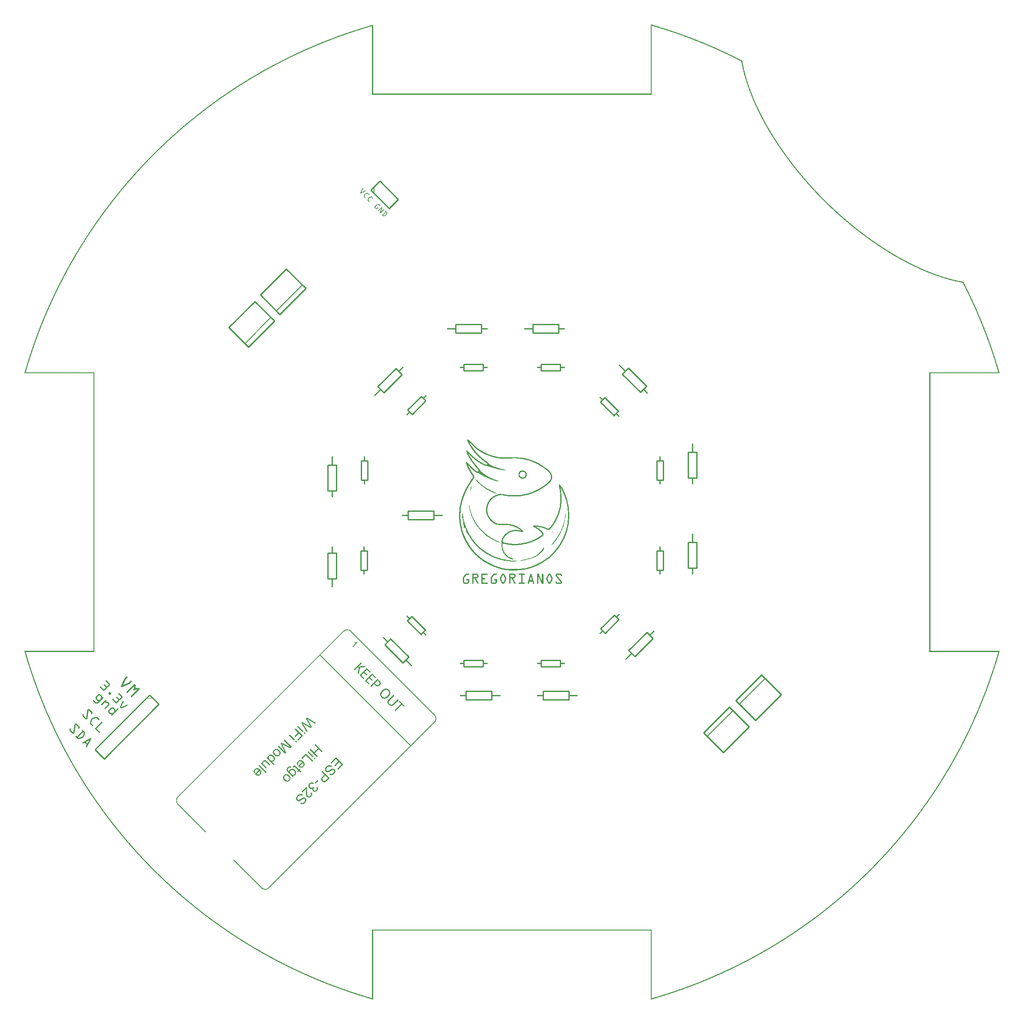
<source format=gto>
G04 MADE WITH FRITZING*
G04 WWW.FRITZING.ORG*
G04 DOUBLE SIDED*
G04 HOLES PLATED*
G04 CONTOUR ON CENTER OF CONTOUR VECTOR*
%ASAXBY*%
%FSLAX23Y23*%
%MOIN*%
%OFA0B0*%
%SFA1.0B1.0*%
%ADD10C,0.010000*%
%ADD11C,0.005000*%
%ADD12R,0.001000X0.001000*%
%LNSILK1*%
G90*
G70*
G54D10*
X697Y2090D02*
X768Y2019D01*
D02*
X768Y2019D02*
X1192Y2444D01*
D02*
X2982Y6296D02*
X3053Y6366D01*
D02*
X3053Y6366D02*
X2911Y6508D01*
D02*
X2813Y3636D02*
X2813Y3486D01*
D02*
X2813Y3486D02*
X2763Y3486D01*
D02*
X2763Y3486D02*
X2763Y3636D01*
D02*
X2763Y3636D02*
X2813Y3636D01*
D02*
X3159Y3126D02*
X3265Y3019D01*
D02*
X3230Y2984D02*
X3124Y3090D01*
D02*
X3563Y2785D02*
X3713Y2785D01*
D02*
X3713Y2785D02*
X3713Y2735D01*
D02*
X3713Y2735D02*
X3563Y2735D01*
D02*
X3563Y2735D02*
X3563Y2785D01*
D02*
X4163Y2785D02*
X4313Y2785D01*
D02*
X4313Y2785D02*
X4313Y2735D01*
D02*
X4313Y2735D02*
X4163Y2735D01*
D02*
X4163Y2735D02*
X4163Y2785D01*
D02*
X4624Y3031D02*
X4730Y3137D01*
D02*
X4766Y3102D02*
X4660Y2996D01*
D02*
X2764Y4185D02*
X2764Y4335D01*
D02*
X2764Y4335D02*
X2814Y4335D01*
D02*
X2814Y4335D02*
X2814Y4185D01*
D02*
X2814Y4185D02*
X2764Y4185D01*
D02*
X5113Y3636D02*
X5113Y3486D01*
D02*
X5113Y3486D02*
X5063Y3486D01*
D02*
X5063Y3486D02*
X5063Y3636D01*
D02*
X5063Y3636D02*
X5113Y3636D01*
D02*
X5113Y4336D02*
X5113Y4186D01*
D02*
X5113Y4186D02*
X5063Y4186D01*
D02*
X5063Y4186D02*
X5063Y4336D01*
D02*
X5063Y4336D02*
X5113Y4336D01*
D02*
X4659Y4826D02*
X4765Y4719D01*
D02*
X4730Y4684D02*
X4624Y4790D01*
D02*
X4163Y5085D02*
X4313Y5085D01*
D02*
X4313Y5085D02*
X4313Y5035D01*
D02*
X4313Y5035D02*
X4163Y5035D01*
D02*
X4163Y5035D02*
X4163Y5085D01*
D02*
X3124Y4731D02*
X3230Y4837D01*
D02*
X3266Y4802D02*
X3160Y4696D01*
D02*
X3563Y5085D02*
X3713Y5085D01*
D02*
X3713Y5085D02*
X3713Y5035D01*
D02*
X3713Y5035D02*
X3563Y5035D01*
D02*
X3563Y5035D02*
X3563Y5085D01*
D02*
X2506Y3420D02*
X2506Y3620D01*
D02*
X2506Y3620D02*
X2572Y3620D01*
D02*
X2572Y3620D02*
X2572Y3420D01*
D02*
X2572Y3420D02*
X2506Y3420D01*
D02*
X4379Y2478D02*
X4179Y2478D01*
D02*
X4179Y2478D02*
X4179Y2544D01*
D02*
X4179Y2544D02*
X4379Y2544D01*
D02*
X4379Y2544D02*
X4379Y2478D01*
D02*
X3779Y2478D02*
X3579Y2478D01*
D02*
X3579Y2478D02*
X3579Y2544D01*
D02*
X3579Y2544D02*
X3779Y2544D01*
D02*
X3779Y2544D02*
X3779Y2478D01*
D02*
X3088Y2765D02*
X2947Y2906D01*
D02*
X2947Y2906D02*
X2993Y2953D01*
D02*
X2993Y2953D02*
X3135Y2812D01*
D02*
X3135Y2812D02*
X3088Y2765D01*
D02*
X4843Y2862D02*
X4984Y3003D01*
D02*
X4984Y3003D02*
X5031Y2956D01*
D02*
X5031Y2956D02*
X4890Y2815D01*
D02*
X4890Y2815D02*
X4843Y2862D01*
D02*
X5372Y3701D02*
X5372Y3501D01*
D02*
X5372Y3501D02*
X5306Y3501D01*
D02*
X5306Y3501D02*
X5306Y3701D01*
D02*
X5306Y3701D02*
X5372Y3701D01*
D02*
X5372Y4401D02*
X5372Y4201D01*
D02*
X5372Y4201D02*
X5306Y4201D01*
D02*
X5306Y4201D02*
X5306Y4401D01*
D02*
X5306Y4401D02*
X5372Y4401D01*
D02*
X4840Y5057D02*
X4981Y4915D01*
D02*
X4981Y4915D02*
X4934Y4869D01*
D02*
X4934Y4869D02*
X4793Y5010D01*
D02*
X4793Y5010D02*
X4840Y5057D01*
D02*
X4098Y5394D02*
X4298Y5394D01*
D02*
X4298Y5394D02*
X4298Y5328D01*
D02*
X4298Y5328D02*
X4098Y5328D01*
D02*
X4098Y5328D02*
X4098Y5394D01*
D02*
X3498Y5394D02*
X3698Y5394D01*
D02*
X3698Y5394D02*
X3698Y5328D01*
D02*
X3698Y5328D02*
X3498Y5328D01*
D02*
X3498Y5328D02*
X3498Y5394D01*
D02*
X2572Y4301D02*
X2572Y4101D01*
D02*
X2572Y4101D02*
X2506Y4101D01*
D02*
X2506Y4101D02*
X2506Y4301D01*
D02*
X2506Y4301D02*
X2572Y4301D01*
D02*
X2893Y4912D02*
X3034Y5053D01*
D02*
X3034Y5053D02*
X3081Y5006D01*
D02*
X3081Y5006D02*
X2940Y4865D01*
D02*
X2940Y4865D02*
X2893Y4912D01*
D02*
X3329Y3878D02*
X3129Y3878D01*
D02*
X3129Y3878D02*
X3129Y3944D01*
D02*
X3129Y3944D02*
X3329Y3944D01*
D02*
X3329Y3944D02*
X3329Y3878D01*
D02*
X5827Y2318D02*
X6029Y2520D01*
D02*
X6029Y2520D02*
X5876Y2673D01*
D02*
X5876Y2673D02*
X5674Y2471D01*
D02*
X5674Y2471D02*
X5827Y2318D01*
G54D11*
D02*
X5905Y2645D02*
X5703Y2443D01*
G54D10*
D02*
X5577Y2068D02*
X5779Y2270D01*
D02*
X5779Y2270D02*
X5626Y2423D01*
D02*
X5626Y2423D02*
X5424Y2221D01*
D02*
X5424Y2221D02*
X5577Y2068D01*
G54D11*
D02*
X5655Y2395D02*
X5453Y2193D01*
G54D10*
D02*
X1937Y5573D02*
X1735Y5372D01*
D02*
X1735Y5372D02*
X1888Y5219D01*
D02*
X1888Y5219D02*
X2090Y5421D01*
D02*
X2090Y5421D02*
X1937Y5573D01*
G54D11*
D02*
X1860Y5247D02*
X2062Y5449D01*
G54D10*
D02*
X2183Y5827D02*
X1981Y5625D01*
D02*
X1981Y5625D02*
X2133Y5472D01*
D02*
X2133Y5472D02*
X2335Y5674D01*
D02*
X2335Y5674D02*
X2183Y5827D01*
G54D11*
D02*
X2105Y5500D02*
X2307Y5702D01*
G54D12*
X5015Y7727D02*
X5015Y7727D01*
X5015Y7726D02*
X5017Y7726D01*
X5015Y7725D02*
X5020Y7725D01*
X5015Y7724D02*
X5023Y7724D01*
X2856Y7723D02*
X2856Y7723D01*
X5015Y7723D02*
X5026Y7723D01*
X2852Y7722D02*
X2856Y7722D01*
X5015Y7722D02*
X5030Y7722D01*
X2849Y7721D02*
X2856Y7721D01*
X5015Y7721D02*
X5033Y7721D01*
X2845Y7720D02*
X2856Y7720D01*
X5015Y7720D02*
X5036Y7720D01*
X2842Y7719D02*
X2856Y7719D01*
X5015Y7719D02*
X5040Y7719D01*
X2838Y7718D02*
X2856Y7718D01*
X5015Y7718D02*
X5043Y7718D01*
X2835Y7717D02*
X2856Y7717D01*
X5015Y7717D02*
X5046Y7717D01*
X2832Y7716D02*
X2856Y7716D01*
X5015Y7716D02*
X5050Y7716D01*
X2828Y7715D02*
X2856Y7715D01*
X5015Y7715D02*
X5022Y7715D01*
X5026Y7715D02*
X5053Y7715D01*
X2825Y7714D02*
X2856Y7714D01*
X5015Y7714D02*
X5022Y7714D01*
X5029Y7714D02*
X5057Y7714D01*
X2821Y7713D02*
X2856Y7713D01*
X5015Y7713D02*
X5022Y7713D01*
X5033Y7713D02*
X5060Y7713D01*
X2818Y7712D02*
X2845Y7712D01*
X2849Y7712D02*
X2856Y7712D01*
X5015Y7712D02*
X5022Y7712D01*
X5036Y7712D02*
X5063Y7712D01*
X2815Y7711D02*
X2842Y7711D01*
X2849Y7711D02*
X2856Y7711D01*
X5015Y7711D02*
X5022Y7711D01*
X5040Y7711D02*
X5067Y7711D01*
X2811Y7710D02*
X2839Y7710D01*
X2849Y7710D02*
X2856Y7710D01*
X5015Y7710D02*
X5022Y7710D01*
X5043Y7710D02*
X5070Y7710D01*
X2808Y7709D02*
X2835Y7709D01*
X2849Y7709D02*
X2856Y7709D01*
X5015Y7709D02*
X5022Y7709D01*
X5046Y7709D02*
X5073Y7709D01*
X2805Y7708D02*
X2832Y7708D01*
X2849Y7708D02*
X2856Y7708D01*
X5015Y7708D02*
X5022Y7708D01*
X5050Y7708D02*
X5076Y7708D01*
X2801Y7707D02*
X2828Y7707D01*
X2849Y7707D02*
X2856Y7707D01*
X5015Y7707D02*
X5022Y7707D01*
X5053Y7707D02*
X5080Y7707D01*
X2798Y7706D02*
X2825Y7706D01*
X2849Y7706D02*
X2856Y7706D01*
X5015Y7706D02*
X5022Y7706D01*
X5056Y7706D02*
X5083Y7706D01*
X2795Y7705D02*
X2821Y7705D01*
X2849Y7705D02*
X2856Y7705D01*
X5015Y7705D02*
X5022Y7705D01*
X5060Y7705D02*
X5086Y7705D01*
X2791Y7704D02*
X2818Y7704D01*
X2849Y7704D02*
X2856Y7704D01*
X5015Y7704D02*
X5022Y7704D01*
X5063Y7704D02*
X5089Y7704D01*
X2788Y7703D02*
X2815Y7703D01*
X2849Y7703D02*
X2856Y7703D01*
X5015Y7703D02*
X5022Y7703D01*
X5066Y7703D02*
X5093Y7703D01*
X2785Y7702D02*
X2811Y7702D01*
X2849Y7702D02*
X2856Y7702D01*
X5015Y7702D02*
X5022Y7702D01*
X5070Y7702D02*
X5096Y7702D01*
X2782Y7701D02*
X2808Y7701D01*
X2849Y7701D02*
X2856Y7701D01*
X5015Y7701D02*
X5022Y7701D01*
X5073Y7701D02*
X5099Y7701D01*
X2778Y7700D02*
X2805Y7700D01*
X2849Y7700D02*
X2856Y7700D01*
X5015Y7700D02*
X5022Y7700D01*
X5076Y7700D02*
X5102Y7700D01*
X2775Y7699D02*
X2801Y7699D01*
X2849Y7699D02*
X2856Y7699D01*
X5015Y7699D02*
X5022Y7699D01*
X5079Y7699D02*
X5105Y7699D01*
X2772Y7698D02*
X2798Y7698D01*
X2849Y7698D02*
X2856Y7698D01*
X5015Y7698D02*
X5022Y7698D01*
X5083Y7698D02*
X5109Y7698D01*
X2769Y7697D02*
X2795Y7697D01*
X2849Y7697D02*
X2856Y7697D01*
X5015Y7697D02*
X5022Y7697D01*
X5086Y7697D02*
X5112Y7697D01*
X2765Y7696D02*
X2791Y7696D01*
X2849Y7696D02*
X2856Y7696D01*
X5015Y7696D02*
X5022Y7696D01*
X5089Y7696D02*
X5115Y7696D01*
X2762Y7695D02*
X2788Y7695D01*
X2849Y7695D02*
X2856Y7695D01*
X5015Y7695D02*
X5022Y7695D01*
X5092Y7695D02*
X5118Y7695D01*
X2759Y7694D02*
X2785Y7694D01*
X2849Y7694D02*
X2856Y7694D01*
X5015Y7694D02*
X5022Y7694D01*
X5096Y7694D02*
X5121Y7694D01*
X2756Y7693D02*
X2782Y7693D01*
X2849Y7693D02*
X2856Y7693D01*
X5015Y7693D02*
X5022Y7693D01*
X5099Y7693D02*
X5124Y7693D01*
X2753Y7692D02*
X2778Y7692D01*
X2849Y7692D02*
X2856Y7692D01*
X5015Y7692D02*
X5022Y7692D01*
X5102Y7692D02*
X5127Y7692D01*
X2749Y7691D02*
X2775Y7691D01*
X2849Y7691D02*
X2856Y7691D01*
X5015Y7691D02*
X5022Y7691D01*
X5105Y7691D02*
X5130Y7691D01*
X2746Y7690D02*
X2772Y7690D01*
X2849Y7690D02*
X2856Y7690D01*
X5015Y7690D02*
X5022Y7690D01*
X5108Y7690D02*
X5134Y7690D01*
X2743Y7689D02*
X2769Y7689D01*
X2849Y7689D02*
X2856Y7689D01*
X5015Y7689D02*
X5022Y7689D01*
X5112Y7689D02*
X5137Y7689D01*
X2740Y7688D02*
X2765Y7688D01*
X2849Y7688D02*
X2856Y7688D01*
X5015Y7688D02*
X5022Y7688D01*
X5115Y7688D02*
X5140Y7688D01*
X2737Y7687D02*
X2762Y7687D01*
X2849Y7687D02*
X2856Y7687D01*
X5015Y7687D02*
X5022Y7687D01*
X5118Y7687D02*
X5143Y7687D01*
X2734Y7686D02*
X2759Y7686D01*
X2849Y7686D02*
X2856Y7686D01*
X5015Y7686D02*
X5022Y7686D01*
X5121Y7686D02*
X5146Y7686D01*
X2730Y7685D02*
X2756Y7685D01*
X2849Y7685D02*
X2856Y7685D01*
X5015Y7685D02*
X5022Y7685D01*
X5124Y7685D02*
X5149Y7685D01*
X2727Y7684D02*
X2753Y7684D01*
X2849Y7684D02*
X2856Y7684D01*
X5015Y7684D02*
X5022Y7684D01*
X5127Y7684D02*
X5152Y7684D01*
X2724Y7683D02*
X2750Y7683D01*
X2849Y7683D02*
X2856Y7683D01*
X5015Y7683D02*
X5022Y7683D01*
X5130Y7683D02*
X5155Y7683D01*
X2721Y7682D02*
X2746Y7682D01*
X2849Y7682D02*
X2856Y7682D01*
X5015Y7682D02*
X5022Y7682D01*
X5133Y7682D02*
X5158Y7682D01*
X2718Y7681D02*
X2743Y7681D01*
X2849Y7681D02*
X2856Y7681D01*
X5015Y7681D02*
X5022Y7681D01*
X5136Y7681D02*
X5161Y7681D01*
X2715Y7680D02*
X2740Y7680D01*
X2849Y7680D02*
X2856Y7680D01*
X5015Y7680D02*
X5022Y7680D01*
X5139Y7680D02*
X5164Y7680D01*
X2712Y7679D02*
X2737Y7679D01*
X2849Y7679D02*
X2856Y7679D01*
X5015Y7679D02*
X5022Y7679D01*
X5143Y7679D02*
X5167Y7679D01*
X2709Y7678D02*
X2734Y7678D01*
X2849Y7678D02*
X2856Y7678D01*
X5015Y7678D02*
X5022Y7678D01*
X5146Y7678D02*
X5170Y7678D01*
X2706Y7677D02*
X2731Y7677D01*
X2849Y7677D02*
X2856Y7677D01*
X5015Y7677D02*
X5022Y7677D01*
X5149Y7677D02*
X5173Y7677D01*
X2703Y7676D02*
X2728Y7676D01*
X2849Y7676D02*
X2856Y7676D01*
X5015Y7676D02*
X5022Y7676D01*
X5152Y7676D02*
X5176Y7676D01*
X2700Y7675D02*
X2725Y7675D01*
X2849Y7675D02*
X2856Y7675D01*
X5015Y7675D02*
X5022Y7675D01*
X5155Y7675D02*
X5179Y7675D01*
X2697Y7674D02*
X2722Y7674D01*
X2849Y7674D02*
X2856Y7674D01*
X5015Y7674D02*
X5022Y7674D01*
X5158Y7674D02*
X5182Y7674D01*
X2694Y7673D02*
X2718Y7673D01*
X2849Y7673D02*
X2856Y7673D01*
X5015Y7673D02*
X5022Y7673D01*
X5161Y7673D02*
X5185Y7673D01*
X2691Y7672D02*
X2715Y7672D01*
X2849Y7672D02*
X2856Y7672D01*
X5015Y7672D02*
X5022Y7672D01*
X5164Y7672D02*
X5188Y7672D01*
X2688Y7671D02*
X2712Y7671D01*
X2849Y7671D02*
X2856Y7671D01*
X5015Y7671D02*
X5022Y7671D01*
X5167Y7671D02*
X5191Y7671D01*
X2685Y7670D02*
X2709Y7670D01*
X2849Y7670D02*
X2856Y7670D01*
X5015Y7670D02*
X5022Y7670D01*
X5170Y7670D02*
X5194Y7670D01*
X2682Y7669D02*
X2706Y7669D01*
X2849Y7669D02*
X2856Y7669D01*
X5015Y7669D02*
X5022Y7669D01*
X5173Y7669D02*
X5197Y7669D01*
X2679Y7668D02*
X2703Y7668D01*
X2849Y7668D02*
X2856Y7668D01*
X5015Y7668D02*
X5022Y7668D01*
X5176Y7668D02*
X5200Y7668D01*
X2676Y7667D02*
X2700Y7667D01*
X2849Y7667D02*
X2856Y7667D01*
X5015Y7667D02*
X5022Y7667D01*
X5179Y7667D02*
X5203Y7667D01*
X2673Y7666D02*
X2697Y7666D01*
X2849Y7666D02*
X2856Y7666D01*
X5015Y7666D02*
X5022Y7666D01*
X5182Y7666D02*
X5206Y7666D01*
X2670Y7665D02*
X2694Y7665D01*
X2849Y7665D02*
X2856Y7665D01*
X5015Y7665D02*
X5022Y7665D01*
X5185Y7665D02*
X5209Y7665D01*
X2667Y7664D02*
X2691Y7664D01*
X2849Y7664D02*
X2856Y7664D01*
X5015Y7664D02*
X5022Y7664D01*
X5188Y7664D02*
X5211Y7664D01*
X2664Y7663D02*
X2688Y7663D01*
X2849Y7663D02*
X2856Y7663D01*
X5015Y7663D02*
X5022Y7663D01*
X5191Y7663D02*
X5214Y7663D01*
X2661Y7662D02*
X2685Y7662D01*
X2849Y7662D02*
X2856Y7662D01*
X5015Y7662D02*
X5022Y7662D01*
X5194Y7662D02*
X5217Y7662D01*
X2658Y7661D02*
X2682Y7661D01*
X2849Y7661D02*
X2856Y7661D01*
X5015Y7661D02*
X5022Y7661D01*
X5197Y7661D02*
X5220Y7661D01*
X2655Y7660D02*
X2679Y7660D01*
X2849Y7660D02*
X2856Y7660D01*
X5015Y7660D02*
X5022Y7660D01*
X5200Y7660D02*
X5223Y7660D01*
X2653Y7659D02*
X2676Y7659D01*
X2849Y7659D02*
X2856Y7659D01*
X5015Y7659D02*
X5022Y7659D01*
X5202Y7659D02*
X5226Y7659D01*
X2650Y7658D02*
X2673Y7658D01*
X2849Y7658D02*
X2856Y7658D01*
X5015Y7658D02*
X5022Y7658D01*
X5205Y7658D02*
X5229Y7658D01*
X2647Y7657D02*
X2670Y7657D01*
X2849Y7657D02*
X2856Y7657D01*
X5015Y7657D02*
X5022Y7657D01*
X5208Y7657D02*
X5231Y7657D01*
X2644Y7656D02*
X2667Y7656D01*
X2849Y7656D02*
X2856Y7656D01*
X5015Y7656D02*
X5022Y7656D01*
X5211Y7656D02*
X5234Y7656D01*
X2641Y7655D02*
X2664Y7655D01*
X2849Y7655D02*
X2856Y7655D01*
X5015Y7655D02*
X5022Y7655D01*
X5214Y7655D02*
X5237Y7655D01*
X2638Y7654D02*
X2662Y7654D01*
X2849Y7654D02*
X2856Y7654D01*
X5015Y7654D02*
X5022Y7654D01*
X5217Y7654D02*
X5240Y7654D01*
X2635Y7653D02*
X2659Y7653D01*
X2849Y7653D02*
X2856Y7653D01*
X5015Y7653D02*
X5022Y7653D01*
X5220Y7653D02*
X5243Y7653D01*
X2632Y7652D02*
X2656Y7652D01*
X2849Y7652D02*
X2856Y7652D01*
X5015Y7652D02*
X5022Y7652D01*
X5222Y7652D02*
X5246Y7652D01*
X2630Y7651D02*
X2653Y7651D01*
X2849Y7651D02*
X2856Y7651D01*
X5015Y7651D02*
X5022Y7651D01*
X5225Y7651D02*
X5248Y7651D01*
X2627Y7650D02*
X2650Y7650D01*
X2849Y7650D02*
X2856Y7650D01*
X5015Y7650D02*
X5022Y7650D01*
X5228Y7650D02*
X5251Y7650D01*
X2624Y7649D02*
X2647Y7649D01*
X2849Y7649D02*
X2856Y7649D01*
X5015Y7649D02*
X5022Y7649D01*
X5231Y7649D02*
X5254Y7649D01*
X2621Y7648D02*
X2644Y7648D01*
X2849Y7648D02*
X2856Y7648D01*
X5015Y7648D02*
X5022Y7648D01*
X5234Y7648D02*
X5257Y7648D01*
X2618Y7647D02*
X2641Y7647D01*
X2849Y7647D02*
X2856Y7647D01*
X5015Y7647D02*
X5022Y7647D01*
X5237Y7647D02*
X5259Y7647D01*
X2615Y7646D02*
X2638Y7646D01*
X2849Y7646D02*
X2856Y7646D01*
X5015Y7646D02*
X5022Y7646D01*
X5240Y7646D02*
X5262Y7646D01*
X2613Y7645D02*
X2636Y7645D01*
X2849Y7645D02*
X2856Y7645D01*
X5015Y7645D02*
X5022Y7645D01*
X5243Y7645D02*
X5265Y7645D01*
X2610Y7644D02*
X2633Y7644D01*
X2849Y7644D02*
X2856Y7644D01*
X5015Y7644D02*
X5022Y7644D01*
X5245Y7644D02*
X5268Y7644D01*
X2607Y7643D02*
X2630Y7643D01*
X2849Y7643D02*
X2856Y7643D01*
X5015Y7643D02*
X5022Y7643D01*
X5248Y7643D02*
X5271Y7643D01*
X2604Y7642D02*
X2627Y7642D01*
X2849Y7642D02*
X2856Y7642D01*
X5015Y7642D02*
X5022Y7642D01*
X5251Y7642D02*
X5273Y7642D01*
X2601Y7641D02*
X2624Y7641D01*
X2849Y7641D02*
X2856Y7641D01*
X5015Y7641D02*
X5022Y7641D01*
X5254Y7641D02*
X5276Y7641D01*
X2599Y7640D02*
X2621Y7640D01*
X2849Y7640D02*
X2856Y7640D01*
X5015Y7640D02*
X5022Y7640D01*
X5256Y7640D02*
X5279Y7640D01*
X2596Y7639D02*
X2619Y7639D01*
X2849Y7639D02*
X2856Y7639D01*
X5015Y7639D02*
X5022Y7639D01*
X5259Y7639D02*
X5282Y7639D01*
X2593Y7638D02*
X2616Y7638D01*
X2849Y7638D02*
X2856Y7638D01*
X5015Y7638D02*
X5022Y7638D01*
X5262Y7638D02*
X5284Y7638D01*
X2590Y7637D02*
X2613Y7637D01*
X2849Y7637D02*
X2856Y7637D01*
X5015Y7637D02*
X5022Y7637D01*
X5265Y7637D02*
X5287Y7637D01*
X2588Y7636D02*
X2610Y7636D01*
X2849Y7636D02*
X2856Y7636D01*
X5015Y7636D02*
X5022Y7636D01*
X5267Y7636D02*
X5290Y7636D01*
X2585Y7635D02*
X2607Y7635D01*
X2849Y7635D02*
X2856Y7635D01*
X5015Y7635D02*
X5022Y7635D01*
X5270Y7635D02*
X5292Y7635D01*
X2582Y7634D02*
X2605Y7634D01*
X2849Y7634D02*
X2856Y7634D01*
X5015Y7634D02*
X5022Y7634D01*
X5273Y7634D02*
X5295Y7634D01*
X2579Y7633D02*
X2602Y7633D01*
X2849Y7633D02*
X2856Y7633D01*
X5015Y7633D02*
X5022Y7633D01*
X5276Y7633D02*
X5298Y7633D01*
X2577Y7632D02*
X2599Y7632D01*
X2849Y7632D02*
X2856Y7632D01*
X5015Y7632D02*
X5022Y7632D01*
X5278Y7632D02*
X5300Y7632D01*
X2574Y7631D02*
X2596Y7631D01*
X2849Y7631D02*
X2856Y7631D01*
X5015Y7631D02*
X5022Y7631D01*
X5281Y7631D02*
X5303Y7631D01*
X2571Y7630D02*
X2594Y7630D01*
X2849Y7630D02*
X2856Y7630D01*
X5015Y7630D02*
X5022Y7630D01*
X5284Y7630D02*
X5306Y7630D01*
X2569Y7629D02*
X2591Y7629D01*
X2849Y7629D02*
X2856Y7629D01*
X5015Y7629D02*
X5022Y7629D01*
X5287Y7629D02*
X5308Y7629D01*
X2566Y7628D02*
X2588Y7628D01*
X2849Y7628D02*
X2856Y7628D01*
X5015Y7628D02*
X5022Y7628D01*
X5289Y7628D02*
X5311Y7628D01*
X2563Y7627D02*
X2585Y7627D01*
X2849Y7627D02*
X2856Y7627D01*
X5015Y7627D02*
X5022Y7627D01*
X5292Y7627D02*
X5314Y7627D01*
X2561Y7626D02*
X2582Y7626D01*
X2849Y7626D02*
X2856Y7626D01*
X5015Y7626D02*
X5022Y7626D01*
X5295Y7626D02*
X5316Y7626D01*
X2558Y7625D02*
X2580Y7625D01*
X2849Y7625D02*
X2856Y7625D01*
X5015Y7625D02*
X5022Y7625D01*
X5297Y7625D02*
X5319Y7625D01*
X2555Y7624D02*
X2577Y7624D01*
X2849Y7624D02*
X2856Y7624D01*
X5015Y7624D02*
X5022Y7624D01*
X5300Y7624D02*
X5322Y7624D01*
X2552Y7623D02*
X2574Y7623D01*
X2849Y7623D02*
X2856Y7623D01*
X5015Y7623D02*
X5022Y7623D01*
X5303Y7623D02*
X5324Y7623D01*
X2550Y7622D02*
X2572Y7622D01*
X2849Y7622D02*
X2856Y7622D01*
X5015Y7622D02*
X5022Y7622D01*
X5305Y7622D02*
X5327Y7622D01*
X2547Y7621D02*
X2569Y7621D01*
X2849Y7621D02*
X2856Y7621D01*
X5015Y7621D02*
X5022Y7621D01*
X5308Y7621D02*
X5330Y7621D01*
X2545Y7620D02*
X2566Y7620D01*
X2849Y7620D02*
X2856Y7620D01*
X5015Y7620D02*
X5022Y7620D01*
X5311Y7620D02*
X5332Y7620D01*
X2542Y7619D02*
X2564Y7619D01*
X2849Y7619D02*
X2856Y7619D01*
X5015Y7619D02*
X5022Y7619D01*
X5313Y7619D02*
X5335Y7619D01*
X2539Y7618D02*
X2561Y7618D01*
X2849Y7618D02*
X2856Y7618D01*
X5015Y7618D02*
X5022Y7618D01*
X5316Y7618D02*
X5337Y7618D01*
X2537Y7617D02*
X2558Y7617D01*
X2849Y7617D02*
X2856Y7617D01*
X5015Y7617D02*
X5022Y7617D01*
X5319Y7617D02*
X5340Y7617D01*
X2534Y7616D02*
X2555Y7616D01*
X2849Y7616D02*
X2856Y7616D01*
X5015Y7616D02*
X5022Y7616D01*
X5321Y7616D02*
X5343Y7616D01*
X2531Y7615D02*
X2553Y7615D01*
X2849Y7615D02*
X2856Y7615D01*
X5015Y7615D02*
X5022Y7615D01*
X5324Y7615D02*
X5345Y7615D01*
X2529Y7614D02*
X2550Y7614D01*
X2849Y7614D02*
X2856Y7614D01*
X5015Y7614D02*
X5022Y7614D01*
X5327Y7614D02*
X5348Y7614D01*
X2526Y7613D02*
X2548Y7613D01*
X2849Y7613D02*
X2856Y7613D01*
X5015Y7613D02*
X5022Y7613D01*
X5329Y7613D02*
X5350Y7613D01*
X2523Y7612D02*
X2545Y7612D01*
X2849Y7612D02*
X2856Y7612D01*
X5015Y7612D02*
X5022Y7612D01*
X5332Y7612D02*
X5353Y7612D01*
X2521Y7611D02*
X2542Y7611D01*
X2849Y7611D02*
X2856Y7611D01*
X5015Y7611D02*
X5022Y7611D01*
X5334Y7611D02*
X5355Y7611D01*
X2518Y7610D02*
X2540Y7610D01*
X2849Y7610D02*
X2856Y7610D01*
X5015Y7610D02*
X5022Y7610D01*
X5337Y7610D02*
X5358Y7610D01*
X2516Y7609D02*
X2537Y7609D01*
X2849Y7609D02*
X2856Y7609D01*
X5015Y7609D02*
X5022Y7609D01*
X5340Y7609D02*
X5361Y7609D01*
X2513Y7608D02*
X2534Y7608D01*
X2849Y7608D02*
X2856Y7608D01*
X5015Y7608D02*
X5022Y7608D01*
X5342Y7608D02*
X5363Y7608D01*
X2511Y7607D02*
X2532Y7607D01*
X2849Y7607D02*
X2856Y7607D01*
X5015Y7607D02*
X5022Y7607D01*
X5345Y7607D02*
X5366Y7607D01*
X2508Y7606D02*
X2529Y7606D01*
X2849Y7606D02*
X2856Y7606D01*
X5015Y7606D02*
X5022Y7606D01*
X5347Y7606D02*
X5368Y7606D01*
X2505Y7605D02*
X2527Y7605D01*
X2849Y7605D02*
X2856Y7605D01*
X5015Y7605D02*
X5022Y7605D01*
X5350Y7605D02*
X5371Y7605D01*
X2503Y7604D02*
X2524Y7604D01*
X2849Y7604D02*
X2856Y7604D01*
X5015Y7604D02*
X5022Y7604D01*
X5352Y7604D02*
X5373Y7604D01*
X2500Y7603D02*
X2521Y7603D01*
X2849Y7603D02*
X2856Y7603D01*
X5015Y7603D02*
X5022Y7603D01*
X5355Y7603D02*
X5376Y7603D01*
X2498Y7602D02*
X2519Y7602D01*
X2849Y7602D02*
X2856Y7602D01*
X5015Y7602D02*
X5022Y7602D01*
X5357Y7602D02*
X5378Y7602D01*
X2495Y7601D02*
X2516Y7601D01*
X2849Y7601D02*
X2856Y7601D01*
X5015Y7601D02*
X5022Y7601D01*
X5360Y7601D02*
X5381Y7601D01*
X2493Y7600D02*
X2514Y7600D01*
X2849Y7600D02*
X2856Y7600D01*
X5015Y7600D02*
X5022Y7600D01*
X5363Y7600D02*
X5383Y7600D01*
X2490Y7599D02*
X2511Y7599D01*
X2849Y7599D02*
X2856Y7599D01*
X5015Y7599D02*
X5022Y7599D01*
X5365Y7599D02*
X5386Y7599D01*
X2488Y7598D02*
X2508Y7598D01*
X2849Y7598D02*
X2856Y7598D01*
X5015Y7598D02*
X5022Y7598D01*
X5368Y7598D02*
X5388Y7598D01*
X2485Y7597D02*
X2506Y7597D01*
X2849Y7597D02*
X2856Y7597D01*
X5015Y7597D02*
X5022Y7597D01*
X5370Y7597D02*
X5391Y7597D01*
X2483Y7596D02*
X2503Y7596D01*
X2849Y7596D02*
X2856Y7596D01*
X5015Y7596D02*
X5022Y7596D01*
X5373Y7596D02*
X5393Y7596D01*
X2480Y7595D02*
X2501Y7595D01*
X2849Y7595D02*
X2856Y7595D01*
X5015Y7595D02*
X5022Y7595D01*
X5375Y7595D02*
X5396Y7595D01*
X2478Y7594D02*
X2498Y7594D01*
X2849Y7594D02*
X2856Y7594D01*
X5015Y7594D02*
X5022Y7594D01*
X5378Y7594D02*
X5398Y7594D01*
X2475Y7593D02*
X2496Y7593D01*
X2849Y7593D02*
X2856Y7593D01*
X5015Y7593D02*
X5022Y7593D01*
X5380Y7593D02*
X5401Y7593D01*
X2473Y7592D02*
X2493Y7592D01*
X2849Y7592D02*
X2856Y7592D01*
X5015Y7592D02*
X5022Y7592D01*
X5383Y7592D02*
X5403Y7592D01*
X2470Y7591D02*
X2491Y7591D01*
X2849Y7591D02*
X2856Y7591D01*
X5015Y7591D02*
X5022Y7591D01*
X5385Y7591D02*
X5406Y7591D01*
X2467Y7590D02*
X2488Y7590D01*
X2849Y7590D02*
X2856Y7590D01*
X5015Y7590D02*
X5022Y7590D01*
X5388Y7590D02*
X5408Y7590D01*
X2465Y7589D02*
X2486Y7589D01*
X2849Y7589D02*
X2856Y7589D01*
X5015Y7589D02*
X5022Y7589D01*
X5390Y7589D02*
X5411Y7589D01*
X2462Y7588D02*
X2483Y7588D01*
X2849Y7588D02*
X2856Y7588D01*
X5015Y7588D02*
X5022Y7588D01*
X5393Y7588D02*
X5413Y7588D01*
X2460Y7587D02*
X2481Y7587D01*
X2849Y7587D02*
X2856Y7587D01*
X5015Y7587D02*
X5022Y7587D01*
X5395Y7587D02*
X5416Y7587D01*
X2458Y7586D02*
X2478Y7586D01*
X2849Y7586D02*
X2856Y7586D01*
X5015Y7586D02*
X5022Y7586D01*
X5398Y7586D02*
X5418Y7586D01*
X2455Y7585D02*
X2476Y7585D01*
X2849Y7585D02*
X2856Y7585D01*
X5015Y7585D02*
X5022Y7585D01*
X5400Y7585D02*
X5421Y7585D01*
X2453Y7584D02*
X2473Y7584D01*
X2849Y7584D02*
X2856Y7584D01*
X5015Y7584D02*
X5022Y7584D01*
X5403Y7584D02*
X5423Y7584D01*
X2450Y7583D02*
X2470Y7583D01*
X2849Y7583D02*
X2856Y7583D01*
X5015Y7583D02*
X5022Y7583D01*
X5405Y7583D02*
X5425Y7583D01*
X2448Y7582D02*
X2468Y7582D01*
X2849Y7582D02*
X2856Y7582D01*
X5015Y7582D02*
X5022Y7582D01*
X5408Y7582D02*
X5428Y7582D01*
X2445Y7581D02*
X2465Y7581D01*
X2849Y7581D02*
X2856Y7581D01*
X5015Y7581D02*
X5022Y7581D01*
X5410Y7581D02*
X5430Y7581D01*
X2443Y7580D02*
X2463Y7580D01*
X2849Y7580D02*
X2856Y7580D01*
X5015Y7580D02*
X5022Y7580D01*
X5413Y7580D02*
X5433Y7580D01*
X2440Y7579D02*
X2461Y7579D01*
X2849Y7579D02*
X2856Y7579D01*
X5015Y7579D02*
X5022Y7579D01*
X5415Y7579D02*
X5435Y7579D01*
X2438Y7578D02*
X2458Y7578D01*
X2849Y7578D02*
X2856Y7578D01*
X5015Y7578D02*
X5022Y7578D01*
X5418Y7578D02*
X5437Y7578D01*
X2436Y7577D02*
X2456Y7577D01*
X2849Y7577D02*
X2856Y7577D01*
X5015Y7577D02*
X5022Y7577D01*
X5420Y7577D02*
X5440Y7577D01*
X2433Y7576D02*
X2453Y7576D01*
X2849Y7576D02*
X2856Y7576D01*
X5015Y7576D02*
X5022Y7576D01*
X5422Y7576D02*
X5442Y7576D01*
X2431Y7575D02*
X2451Y7575D01*
X2849Y7575D02*
X2856Y7575D01*
X5015Y7575D02*
X5022Y7575D01*
X5425Y7575D02*
X5444Y7575D01*
X2428Y7574D02*
X2448Y7574D01*
X2849Y7574D02*
X2856Y7574D01*
X5015Y7574D02*
X5022Y7574D01*
X5427Y7574D02*
X5447Y7574D01*
X2426Y7573D02*
X2446Y7573D01*
X2849Y7573D02*
X2856Y7573D01*
X5015Y7573D02*
X5022Y7573D01*
X5430Y7573D02*
X5449Y7573D01*
X2424Y7572D02*
X2443Y7572D01*
X2849Y7572D02*
X2856Y7572D01*
X5015Y7572D02*
X5022Y7572D01*
X5432Y7572D02*
X5452Y7572D01*
X2421Y7571D02*
X2441Y7571D01*
X2849Y7571D02*
X2856Y7571D01*
X5015Y7571D02*
X5022Y7571D01*
X5434Y7571D02*
X5454Y7571D01*
X2419Y7570D02*
X2438Y7570D01*
X2849Y7570D02*
X2856Y7570D01*
X5015Y7570D02*
X5022Y7570D01*
X5437Y7570D02*
X5456Y7570D01*
X2416Y7569D02*
X2436Y7569D01*
X2849Y7569D02*
X2856Y7569D01*
X5015Y7569D02*
X5022Y7569D01*
X5439Y7569D02*
X5459Y7569D01*
X2414Y7568D02*
X2434Y7568D01*
X2849Y7568D02*
X2856Y7568D01*
X5015Y7568D02*
X5022Y7568D01*
X5441Y7568D02*
X5461Y7568D01*
X2412Y7567D02*
X2431Y7567D01*
X2849Y7567D02*
X2856Y7567D01*
X5015Y7567D02*
X5022Y7567D01*
X5444Y7567D02*
X5464Y7567D01*
X2409Y7566D02*
X2429Y7566D01*
X2849Y7566D02*
X2856Y7566D01*
X5015Y7566D02*
X5022Y7566D01*
X5446Y7566D02*
X5466Y7566D01*
X2407Y7565D02*
X2426Y7565D01*
X2849Y7565D02*
X2856Y7565D01*
X5015Y7565D02*
X5022Y7565D01*
X5449Y7565D02*
X5468Y7565D01*
X2404Y7564D02*
X2424Y7564D01*
X2849Y7564D02*
X2856Y7564D01*
X5015Y7564D02*
X5022Y7564D01*
X5451Y7564D02*
X5471Y7564D01*
X2402Y7563D02*
X2422Y7563D01*
X2849Y7563D02*
X2856Y7563D01*
X5015Y7563D02*
X5022Y7563D01*
X5453Y7563D02*
X5473Y7563D01*
X2400Y7562D02*
X2419Y7562D01*
X2849Y7562D02*
X2856Y7562D01*
X5015Y7562D02*
X5022Y7562D01*
X5456Y7562D02*
X5475Y7562D01*
X2397Y7561D02*
X2417Y7561D01*
X2849Y7561D02*
X2856Y7561D01*
X5015Y7561D02*
X5022Y7561D01*
X5458Y7561D02*
X5478Y7561D01*
X2395Y7560D02*
X2414Y7560D01*
X2849Y7560D02*
X2856Y7560D01*
X5015Y7560D02*
X5022Y7560D01*
X5461Y7560D02*
X5480Y7560D01*
X2393Y7559D02*
X2412Y7559D01*
X2849Y7559D02*
X2856Y7559D01*
X5015Y7559D02*
X5022Y7559D01*
X5463Y7559D02*
X5482Y7559D01*
X2390Y7558D02*
X2410Y7558D01*
X2849Y7558D02*
X2856Y7558D01*
X5015Y7558D02*
X5022Y7558D01*
X5465Y7558D02*
X5484Y7558D01*
X2388Y7557D02*
X2407Y7557D01*
X2849Y7557D02*
X2856Y7557D01*
X5015Y7557D02*
X5022Y7557D01*
X5468Y7557D02*
X5487Y7557D01*
X2386Y7556D02*
X2405Y7556D01*
X2849Y7556D02*
X2856Y7556D01*
X5015Y7556D02*
X5022Y7556D01*
X5470Y7556D02*
X5489Y7556D01*
X2383Y7555D02*
X2403Y7555D01*
X2849Y7555D02*
X2856Y7555D01*
X5015Y7555D02*
X5022Y7555D01*
X5472Y7555D02*
X5491Y7555D01*
X2381Y7554D02*
X2400Y7554D01*
X2849Y7554D02*
X2856Y7554D01*
X5015Y7554D02*
X5022Y7554D01*
X5475Y7554D02*
X5494Y7554D01*
X2379Y7553D02*
X2398Y7553D01*
X2849Y7553D02*
X2856Y7553D01*
X5015Y7553D02*
X5022Y7553D01*
X5477Y7553D02*
X5496Y7553D01*
X2376Y7552D02*
X2396Y7552D01*
X2849Y7552D02*
X2856Y7552D01*
X5015Y7552D02*
X5022Y7552D01*
X5479Y7552D02*
X5498Y7552D01*
X2374Y7551D02*
X2393Y7551D01*
X2849Y7551D02*
X2856Y7551D01*
X5015Y7551D02*
X5022Y7551D01*
X5482Y7551D02*
X5501Y7551D01*
X2372Y7550D02*
X2391Y7550D01*
X2849Y7550D02*
X2856Y7550D01*
X5015Y7550D02*
X5022Y7550D01*
X5484Y7550D02*
X5503Y7550D01*
X2369Y7549D02*
X2388Y7549D01*
X2849Y7549D02*
X2856Y7549D01*
X5015Y7549D02*
X5022Y7549D01*
X5486Y7549D02*
X5505Y7549D01*
X2367Y7548D02*
X2386Y7548D01*
X2849Y7548D02*
X2856Y7548D01*
X5015Y7548D02*
X5022Y7548D01*
X5488Y7548D02*
X5508Y7548D01*
X2365Y7547D02*
X2384Y7547D01*
X2849Y7547D02*
X2856Y7547D01*
X5015Y7547D02*
X5022Y7547D01*
X5491Y7547D02*
X5510Y7547D01*
X2362Y7546D02*
X2381Y7546D01*
X2849Y7546D02*
X2856Y7546D01*
X5015Y7546D02*
X5022Y7546D01*
X5493Y7546D02*
X5512Y7546D01*
X2360Y7545D02*
X2379Y7545D01*
X2849Y7545D02*
X2856Y7545D01*
X5015Y7545D02*
X5022Y7545D01*
X5495Y7545D02*
X5514Y7545D01*
X2358Y7544D02*
X2377Y7544D01*
X2849Y7544D02*
X2856Y7544D01*
X5015Y7544D02*
X5022Y7544D01*
X5498Y7544D02*
X5517Y7544D01*
X2356Y7543D02*
X2375Y7543D01*
X2849Y7543D02*
X2856Y7543D01*
X5015Y7543D02*
X5022Y7543D01*
X5500Y7543D02*
X5519Y7543D01*
X2353Y7542D02*
X2372Y7542D01*
X2849Y7542D02*
X2856Y7542D01*
X5015Y7542D02*
X5022Y7542D01*
X5502Y7542D02*
X5521Y7542D01*
X2351Y7541D02*
X2370Y7541D01*
X2849Y7541D02*
X2856Y7541D01*
X5015Y7541D02*
X5022Y7541D01*
X5505Y7541D02*
X5523Y7541D01*
X2349Y7540D02*
X2368Y7540D01*
X2849Y7540D02*
X2856Y7540D01*
X5015Y7540D02*
X5022Y7540D01*
X5507Y7540D02*
X5526Y7540D01*
X2346Y7539D02*
X2365Y7539D01*
X2849Y7539D02*
X2856Y7539D01*
X5015Y7539D02*
X5022Y7539D01*
X5509Y7539D02*
X5528Y7539D01*
X2344Y7538D02*
X2363Y7538D01*
X2849Y7538D02*
X2856Y7538D01*
X5015Y7538D02*
X5022Y7538D01*
X5511Y7538D02*
X5530Y7538D01*
X2342Y7537D02*
X2361Y7537D01*
X2849Y7537D02*
X2856Y7537D01*
X5015Y7537D02*
X5022Y7537D01*
X5514Y7537D02*
X5532Y7537D01*
X2340Y7536D02*
X2358Y7536D01*
X2849Y7536D02*
X2856Y7536D01*
X5015Y7536D02*
X5022Y7536D01*
X5516Y7536D02*
X5535Y7536D01*
X2337Y7535D02*
X2356Y7535D01*
X2849Y7535D02*
X2856Y7535D01*
X5015Y7535D02*
X5022Y7535D01*
X5518Y7535D02*
X5537Y7535D01*
X2335Y7534D02*
X2354Y7534D01*
X2849Y7534D02*
X2856Y7534D01*
X5015Y7534D02*
X5022Y7534D01*
X5520Y7534D02*
X5539Y7534D01*
X2333Y7533D02*
X2352Y7533D01*
X2849Y7533D02*
X2856Y7533D01*
X5015Y7533D02*
X5022Y7533D01*
X5523Y7533D02*
X5541Y7533D01*
X2331Y7532D02*
X2349Y7532D01*
X2849Y7532D02*
X2856Y7532D01*
X5015Y7532D02*
X5022Y7532D01*
X5525Y7532D02*
X5543Y7532D01*
X2328Y7531D02*
X2347Y7531D01*
X2849Y7531D02*
X2856Y7531D01*
X5015Y7531D02*
X5022Y7531D01*
X5527Y7531D02*
X5546Y7531D01*
X2326Y7530D02*
X2345Y7530D01*
X2849Y7530D02*
X2856Y7530D01*
X5015Y7530D02*
X5022Y7530D01*
X5529Y7530D02*
X5548Y7530D01*
X2324Y7529D02*
X2343Y7529D01*
X2849Y7529D02*
X2856Y7529D01*
X5015Y7529D02*
X5022Y7529D01*
X5532Y7529D02*
X5550Y7529D01*
X2322Y7528D02*
X2340Y7528D01*
X2849Y7528D02*
X2856Y7528D01*
X5015Y7528D02*
X5022Y7528D01*
X5534Y7528D02*
X5552Y7528D01*
X2320Y7527D02*
X2338Y7527D01*
X2849Y7527D02*
X2856Y7527D01*
X5015Y7527D02*
X5022Y7527D01*
X5536Y7527D02*
X5555Y7527D01*
X2317Y7526D02*
X2336Y7526D01*
X2849Y7526D02*
X2856Y7526D01*
X5015Y7526D02*
X5022Y7526D01*
X5538Y7526D02*
X5557Y7526D01*
X2315Y7525D02*
X2334Y7525D01*
X2849Y7525D02*
X2856Y7525D01*
X5015Y7525D02*
X5022Y7525D01*
X5541Y7525D02*
X5559Y7525D01*
X2313Y7524D02*
X2331Y7524D01*
X2849Y7524D02*
X2856Y7524D01*
X5015Y7524D02*
X5022Y7524D01*
X5543Y7524D02*
X5561Y7524D01*
X2311Y7523D02*
X2329Y7523D01*
X2849Y7523D02*
X2856Y7523D01*
X5015Y7523D02*
X5022Y7523D01*
X5545Y7523D02*
X5563Y7523D01*
X2309Y7522D02*
X2327Y7522D01*
X2849Y7522D02*
X2856Y7522D01*
X5015Y7522D02*
X5022Y7522D01*
X5547Y7522D02*
X5565Y7522D01*
X2306Y7521D02*
X2325Y7521D01*
X2849Y7521D02*
X2856Y7521D01*
X5015Y7521D02*
X5022Y7521D01*
X5549Y7521D02*
X5568Y7521D01*
X2304Y7520D02*
X2322Y7520D01*
X2849Y7520D02*
X2856Y7520D01*
X5015Y7520D02*
X5022Y7520D01*
X5552Y7520D02*
X5570Y7520D01*
X2302Y7519D02*
X2320Y7519D01*
X2849Y7519D02*
X2856Y7519D01*
X5015Y7519D02*
X5022Y7519D01*
X5554Y7519D02*
X5572Y7519D01*
X2300Y7518D02*
X2318Y7518D01*
X2849Y7518D02*
X2856Y7518D01*
X5015Y7518D02*
X5022Y7518D01*
X5556Y7518D02*
X5574Y7518D01*
X2298Y7517D02*
X2316Y7517D01*
X2849Y7517D02*
X2856Y7517D01*
X5015Y7517D02*
X5022Y7517D01*
X5558Y7517D02*
X5576Y7517D01*
X2295Y7516D02*
X2314Y7516D01*
X2849Y7516D02*
X2856Y7516D01*
X5015Y7516D02*
X5022Y7516D01*
X5560Y7516D02*
X5578Y7516D01*
X2293Y7515D02*
X2311Y7515D01*
X2849Y7515D02*
X2856Y7515D01*
X5015Y7515D02*
X5022Y7515D01*
X5563Y7515D02*
X5581Y7515D01*
X2291Y7514D02*
X2309Y7514D01*
X2849Y7514D02*
X2856Y7514D01*
X5015Y7514D02*
X5022Y7514D01*
X5565Y7514D02*
X5583Y7514D01*
X2289Y7513D02*
X2307Y7513D01*
X2849Y7513D02*
X2856Y7513D01*
X5015Y7513D02*
X5022Y7513D01*
X5567Y7513D02*
X5585Y7513D01*
X2287Y7512D02*
X2305Y7512D01*
X2849Y7512D02*
X2856Y7512D01*
X5015Y7512D02*
X5022Y7512D01*
X5569Y7512D02*
X5587Y7512D01*
X2284Y7511D02*
X2303Y7511D01*
X2849Y7511D02*
X2856Y7511D01*
X5015Y7511D02*
X5022Y7511D01*
X5571Y7511D02*
X5589Y7511D01*
X2282Y7510D02*
X2301Y7510D01*
X2849Y7510D02*
X2856Y7510D01*
X5015Y7510D02*
X5022Y7510D01*
X5573Y7510D02*
X5591Y7510D01*
X2280Y7509D02*
X2298Y7509D01*
X2849Y7509D02*
X2856Y7509D01*
X5015Y7509D02*
X5022Y7509D01*
X5576Y7509D02*
X5594Y7509D01*
X2278Y7508D02*
X2296Y7508D01*
X2849Y7508D02*
X2856Y7508D01*
X5015Y7508D02*
X5022Y7508D01*
X5578Y7508D02*
X5596Y7508D01*
X2276Y7507D02*
X2294Y7507D01*
X2849Y7507D02*
X2856Y7507D01*
X5015Y7507D02*
X5022Y7507D01*
X5580Y7507D02*
X5598Y7507D01*
X2274Y7506D02*
X2292Y7506D01*
X2849Y7506D02*
X2856Y7506D01*
X5015Y7506D02*
X5022Y7506D01*
X5582Y7506D02*
X5600Y7506D01*
X2272Y7505D02*
X2290Y7505D01*
X2849Y7505D02*
X2856Y7505D01*
X5015Y7505D02*
X5022Y7505D01*
X5584Y7505D02*
X5602Y7505D01*
X2269Y7504D02*
X2288Y7504D01*
X2849Y7504D02*
X2856Y7504D01*
X5015Y7504D02*
X5022Y7504D01*
X5586Y7504D02*
X5604Y7504D01*
X2267Y7503D02*
X2285Y7503D01*
X2849Y7503D02*
X2856Y7503D01*
X5015Y7503D02*
X5022Y7503D01*
X5589Y7503D02*
X5606Y7503D01*
X2265Y7502D02*
X2283Y7502D01*
X2849Y7502D02*
X2856Y7502D01*
X5015Y7502D02*
X5022Y7502D01*
X5591Y7502D02*
X5608Y7502D01*
X2263Y7501D02*
X2281Y7501D01*
X2849Y7501D02*
X2856Y7501D01*
X5015Y7501D02*
X5022Y7501D01*
X5593Y7501D02*
X5610Y7501D01*
X2261Y7500D02*
X2279Y7500D01*
X2849Y7500D02*
X2856Y7500D01*
X5015Y7500D02*
X5022Y7500D01*
X5595Y7500D02*
X5613Y7500D01*
X2259Y7499D02*
X2277Y7499D01*
X2849Y7499D02*
X2856Y7499D01*
X5015Y7499D02*
X5022Y7499D01*
X5597Y7499D02*
X5615Y7499D01*
X2257Y7498D02*
X2274Y7498D01*
X2849Y7498D02*
X2856Y7498D01*
X5015Y7498D02*
X5022Y7498D01*
X5599Y7498D02*
X5617Y7498D01*
X2255Y7497D02*
X2272Y7497D01*
X2849Y7497D02*
X2856Y7497D01*
X5015Y7497D02*
X5022Y7497D01*
X5601Y7497D02*
X5619Y7497D01*
X2253Y7496D02*
X2270Y7496D01*
X2849Y7496D02*
X2856Y7496D01*
X5015Y7496D02*
X5022Y7496D01*
X5603Y7496D02*
X5621Y7496D01*
X2250Y7495D02*
X2268Y7495D01*
X2849Y7495D02*
X2856Y7495D01*
X5015Y7495D02*
X5022Y7495D01*
X5605Y7495D02*
X5623Y7495D01*
X2248Y7494D02*
X2266Y7494D01*
X2849Y7494D02*
X2856Y7494D01*
X5015Y7494D02*
X5022Y7494D01*
X5608Y7494D02*
X5625Y7494D01*
X2246Y7493D02*
X2264Y7493D01*
X2849Y7493D02*
X2856Y7493D01*
X5015Y7493D02*
X5022Y7493D01*
X5610Y7493D02*
X5627Y7493D01*
X2244Y7492D02*
X2262Y7492D01*
X2849Y7492D02*
X2856Y7492D01*
X5015Y7492D02*
X5022Y7492D01*
X5612Y7492D02*
X5629Y7492D01*
X2242Y7491D02*
X2259Y7491D01*
X2849Y7491D02*
X2856Y7491D01*
X5015Y7491D02*
X5022Y7491D01*
X5614Y7491D02*
X5631Y7491D01*
X2240Y7490D02*
X2257Y7490D01*
X2849Y7490D02*
X2856Y7490D01*
X5015Y7490D02*
X5022Y7490D01*
X5616Y7490D02*
X5634Y7490D01*
X2238Y7489D02*
X2255Y7489D01*
X2849Y7489D02*
X2856Y7489D01*
X5015Y7489D02*
X5022Y7489D01*
X5618Y7489D02*
X5636Y7489D01*
X2236Y7488D02*
X2253Y7488D01*
X2849Y7488D02*
X2856Y7488D01*
X5015Y7488D02*
X5022Y7488D01*
X5620Y7488D02*
X5638Y7488D01*
X2234Y7487D02*
X2251Y7487D01*
X2849Y7487D02*
X2856Y7487D01*
X5015Y7487D02*
X5022Y7487D01*
X5622Y7487D02*
X5640Y7487D01*
X2232Y7486D02*
X2249Y7486D01*
X2849Y7486D02*
X2856Y7486D01*
X5015Y7486D02*
X5022Y7486D01*
X5624Y7486D02*
X5642Y7486D01*
X2230Y7485D02*
X2247Y7485D01*
X2849Y7485D02*
X2856Y7485D01*
X5015Y7485D02*
X5022Y7485D01*
X5626Y7485D02*
X5644Y7485D01*
X2227Y7484D02*
X2245Y7484D01*
X2849Y7484D02*
X2856Y7484D01*
X5015Y7484D02*
X5022Y7484D01*
X5629Y7484D02*
X5646Y7484D01*
X2225Y7483D02*
X2243Y7483D01*
X2849Y7483D02*
X2856Y7483D01*
X5015Y7483D02*
X5022Y7483D01*
X5631Y7483D02*
X5648Y7483D01*
X2223Y7482D02*
X2241Y7482D01*
X2849Y7482D02*
X2856Y7482D01*
X5015Y7482D02*
X5022Y7482D01*
X5633Y7482D02*
X5650Y7482D01*
X2221Y7481D02*
X2239Y7481D01*
X2849Y7481D02*
X2856Y7481D01*
X5015Y7481D02*
X5022Y7481D01*
X5635Y7481D02*
X5652Y7481D01*
X2219Y7480D02*
X2236Y7480D01*
X2849Y7480D02*
X2856Y7480D01*
X5015Y7480D02*
X5022Y7480D01*
X5637Y7480D02*
X5654Y7480D01*
X2217Y7479D02*
X2234Y7479D01*
X2849Y7479D02*
X2856Y7479D01*
X5015Y7479D02*
X5022Y7479D01*
X5639Y7479D02*
X5656Y7479D01*
X2215Y7478D02*
X2232Y7478D01*
X2849Y7478D02*
X2856Y7478D01*
X5015Y7478D02*
X5022Y7478D01*
X5641Y7478D02*
X5658Y7478D01*
X2213Y7477D02*
X2230Y7477D01*
X2849Y7477D02*
X2856Y7477D01*
X5015Y7477D02*
X5022Y7477D01*
X5643Y7477D02*
X5660Y7477D01*
X2211Y7476D02*
X2228Y7476D01*
X2849Y7476D02*
X2856Y7476D01*
X5015Y7476D02*
X5022Y7476D01*
X5645Y7476D02*
X5662Y7476D01*
X2209Y7475D02*
X2226Y7475D01*
X2849Y7475D02*
X2856Y7475D01*
X5015Y7475D02*
X5022Y7475D01*
X5647Y7475D02*
X5664Y7475D01*
X2207Y7474D02*
X2224Y7474D01*
X2849Y7474D02*
X2856Y7474D01*
X5015Y7474D02*
X5022Y7474D01*
X5649Y7474D02*
X5666Y7474D01*
X2205Y7473D02*
X2222Y7473D01*
X2849Y7473D02*
X2856Y7473D01*
X5015Y7473D02*
X5022Y7473D01*
X5651Y7473D02*
X5668Y7473D01*
X2203Y7472D02*
X2220Y7472D01*
X2849Y7472D02*
X2856Y7472D01*
X5015Y7472D02*
X5022Y7472D01*
X5653Y7472D02*
X5670Y7472D01*
X2201Y7471D02*
X2218Y7471D01*
X2849Y7471D02*
X2856Y7471D01*
X5015Y7471D02*
X5022Y7471D01*
X5655Y7471D02*
X5672Y7471D01*
X2199Y7470D02*
X2216Y7470D01*
X2849Y7470D02*
X2856Y7470D01*
X5015Y7470D02*
X5022Y7470D01*
X5657Y7470D02*
X5674Y7470D01*
X2197Y7469D02*
X2214Y7469D01*
X2849Y7469D02*
X2856Y7469D01*
X5015Y7469D02*
X5022Y7469D01*
X5659Y7469D02*
X5676Y7469D01*
X2195Y7468D02*
X2211Y7468D01*
X2849Y7468D02*
X2856Y7468D01*
X5015Y7468D02*
X5022Y7468D01*
X5661Y7468D02*
X5679Y7468D01*
X2193Y7467D02*
X2209Y7467D01*
X2849Y7467D02*
X2856Y7467D01*
X5015Y7467D02*
X5022Y7467D01*
X5663Y7467D02*
X5681Y7467D01*
X2191Y7466D02*
X2207Y7466D01*
X2849Y7466D02*
X2856Y7466D01*
X5015Y7466D02*
X5022Y7466D01*
X5665Y7466D02*
X5683Y7466D01*
X2189Y7465D02*
X2205Y7465D01*
X2849Y7465D02*
X2856Y7465D01*
X5015Y7465D02*
X5022Y7465D01*
X5668Y7465D02*
X5685Y7465D01*
X2187Y7464D02*
X2203Y7464D01*
X2849Y7464D02*
X2856Y7464D01*
X5015Y7464D02*
X5022Y7464D01*
X5670Y7464D02*
X5687Y7464D01*
X2185Y7463D02*
X2201Y7463D01*
X2849Y7463D02*
X2856Y7463D01*
X5015Y7463D02*
X5022Y7463D01*
X5672Y7463D02*
X5688Y7463D01*
X2183Y7462D02*
X2199Y7462D01*
X2849Y7462D02*
X2856Y7462D01*
X5015Y7462D02*
X5022Y7462D01*
X5674Y7462D02*
X5690Y7462D01*
X2181Y7461D02*
X2197Y7461D01*
X2849Y7461D02*
X2856Y7461D01*
X5015Y7461D02*
X5022Y7461D01*
X5676Y7461D02*
X5692Y7461D01*
X2179Y7460D02*
X2195Y7460D01*
X2849Y7460D02*
X2856Y7460D01*
X5015Y7460D02*
X5022Y7460D01*
X5678Y7460D02*
X5694Y7460D01*
X2177Y7459D02*
X2193Y7459D01*
X2849Y7459D02*
X2856Y7459D01*
X5015Y7459D02*
X5022Y7459D01*
X5680Y7459D02*
X5696Y7459D01*
X2175Y7458D02*
X2191Y7458D01*
X2849Y7458D02*
X2856Y7458D01*
X5015Y7458D02*
X5022Y7458D01*
X5682Y7458D02*
X5698Y7458D01*
X2173Y7457D02*
X2189Y7457D01*
X2849Y7457D02*
X2856Y7457D01*
X5015Y7457D02*
X5022Y7457D01*
X5684Y7457D02*
X5700Y7457D01*
X2171Y7456D02*
X2187Y7456D01*
X2849Y7456D02*
X2856Y7456D01*
X5015Y7456D02*
X5022Y7456D01*
X5686Y7456D02*
X5702Y7456D01*
X2169Y7455D02*
X2185Y7455D01*
X2849Y7455D02*
X2856Y7455D01*
X5015Y7455D02*
X5022Y7455D01*
X5688Y7455D02*
X5704Y7455D01*
X2167Y7454D02*
X2183Y7454D01*
X2849Y7454D02*
X2856Y7454D01*
X5015Y7454D02*
X5022Y7454D01*
X5690Y7454D02*
X5706Y7454D01*
X2165Y7453D02*
X2181Y7453D01*
X2849Y7453D02*
X2856Y7453D01*
X5015Y7453D02*
X5022Y7453D01*
X5692Y7453D02*
X5708Y7453D01*
X2163Y7452D02*
X2179Y7452D01*
X2849Y7452D02*
X2856Y7452D01*
X5015Y7452D02*
X5022Y7452D01*
X5694Y7452D02*
X5710Y7452D01*
X2161Y7451D02*
X2177Y7451D01*
X2849Y7451D02*
X2856Y7451D01*
X5015Y7451D02*
X5022Y7451D01*
X5695Y7451D02*
X5712Y7451D01*
X2159Y7450D02*
X2175Y7450D01*
X2849Y7450D02*
X2856Y7450D01*
X5015Y7450D02*
X5022Y7450D01*
X5697Y7450D02*
X5714Y7450D01*
X2157Y7449D02*
X2173Y7449D01*
X2849Y7449D02*
X2856Y7449D01*
X5015Y7449D02*
X5022Y7449D01*
X5699Y7449D02*
X5716Y7449D01*
X2154Y7448D02*
X2171Y7448D01*
X2849Y7448D02*
X2856Y7448D01*
X5015Y7448D02*
X5022Y7448D01*
X5701Y7448D02*
X5718Y7448D01*
X2152Y7447D02*
X2169Y7447D01*
X2849Y7447D02*
X2856Y7447D01*
X5015Y7447D02*
X5022Y7447D01*
X5703Y7447D02*
X5720Y7447D01*
X2150Y7446D02*
X2167Y7446D01*
X2849Y7446D02*
X2856Y7446D01*
X5015Y7446D02*
X5022Y7446D01*
X5705Y7446D02*
X5722Y7446D01*
X2149Y7445D02*
X2165Y7445D01*
X2849Y7445D02*
X2856Y7445D01*
X5015Y7445D02*
X5022Y7445D01*
X5707Y7445D02*
X5724Y7445D01*
X2147Y7444D02*
X2163Y7444D01*
X2849Y7444D02*
X2856Y7444D01*
X5015Y7444D02*
X5022Y7444D01*
X5709Y7444D02*
X5725Y7444D01*
X2145Y7443D02*
X2161Y7443D01*
X2849Y7443D02*
X2856Y7443D01*
X5015Y7443D02*
X5022Y7443D01*
X5711Y7443D02*
X5725Y7443D01*
X2143Y7442D02*
X2159Y7442D01*
X2849Y7442D02*
X2856Y7442D01*
X5015Y7442D02*
X5022Y7442D01*
X5713Y7442D02*
X5725Y7442D01*
X2141Y7441D02*
X2157Y7441D01*
X2849Y7441D02*
X2856Y7441D01*
X5015Y7441D02*
X5022Y7441D01*
X5715Y7441D02*
X5725Y7441D01*
X2139Y7440D02*
X2155Y7440D01*
X2849Y7440D02*
X2856Y7440D01*
X5015Y7440D02*
X5022Y7440D01*
X5717Y7440D02*
X5725Y7440D01*
X2137Y7439D02*
X2153Y7439D01*
X2849Y7439D02*
X2856Y7439D01*
X5015Y7439D02*
X5022Y7439D01*
X5718Y7439D02*
X5726Y7439D01*
X2135Y7438D02*
X2151Y7438D01*
X2849Y7438D02*
X2856Y7438D01*
X5015Y7438D02*
X5022Y7438D01*
X5719Y7438D02*
X5726Y7438D01*
X2133Y7437D02*
X2149Y7437D01*
X2849Y7437D02*
X2856Y7437D01*
X5015Y7437D02*
X5022Y7437D01*
X5719Y7437D02*
X5726Y7437D01*
X2131Y7436D02*
X2147Y7436D01*
X2849Y7436D02*
X2856Y7436D01*
X5015Y7436D02*
X5022Y7436D01*
X5719Y7436D02*
X5726Y7436D01*
X2129Y7435D02*
X2145Y7435D01*
X2849Y7435D02*
X2856Y7435D01*
X5015Y7435D02*
X5022Y7435D01*
X5719Y7435D02*
X5726Y7435D01*
X2127Y7434D02*
X2143Y7434D01*
X2849Y7434D02*
X2856Y7434D01*
X5015Y7434D02*
X5022Y7434D01*
X5719Y7434D02*
X5727Y7434D01*
X2125Y7433D02*
X2142Y7433D01*
X2849Y7433D02*
X2856Y7433D01*
X5015Y7433D02*
X5022Y7433D01*
X5720Y7433D02*
X5727Y7433D01*
X2123Y7432D02*
X2140Y7432D01*
X2849Y7432D02*
X2856Y7432D01*
X5015Y7432D02*
X5022Y7432D01*
X5720Y7432D02*
X5727Y7432D01*
X2122Y7431D02*
X2138Y7431D01*
X2849Y7431D02*
X2856Y7431D01*
X5015Y7431D02*
X5022Y7431D01*
X5720Y7431D02*
X5727Y7431D01*
X2120Y7430D02*
X2136Y7430D01*
X2849Y7430D02*
X2856Y7430D01*
X5015Y7430D02*
X5022Y7430D01*
X5720Y7430D02*
X5727Y7430D01*
X2118Y7429D02*
X2134Y7429D01*
X2849Y7429D02*
X2856Y7429D01*
X5015Y7429D02*
X5022Y7429D01*
X5720Y7429D02*
X5728Y7429D01*
X2116Y7428D02*
X2132Y7428D01*
X2849Y7428D02*
X2856Y7428D01*
X5015Y7428D02*
X5022Y7428D01*
X5721Y7428D02*
X5728Y7428D01*
X2114Y7427D02*
X2130Y7427D01*
X2849Y7427D02*
X2856Y7427D01*
X5015Y7427D02*
X5022Y7427D01*
X5721Y7427D02*
X5728Y7427D01*
X2112Y7426D02*
X2128Y7426D01*
X2849Y7426D02*
X2856Y7426D01*
X5015Y7426D02*
X5022Y7426D01*
X5721Y7426D02*
X5728Y7426D01*
X2110Y7425D02*
X2126Y7425D01*
X2849Y7425D02*
X2856Y7425D01*
X5015Y7425D02*
X5022Y7425D01*
X5721Y7425D02*
X5728Y7425D01*
X2108Y7424D02*
X2124Y7424D01*
X2849Y7424D02*
X2856Y7424D01*
X5015Y7424D02*
X5022Y7424D01*
X5721Y7424D02*
X5728Y7424D01*
X2106Y7423D02*
X2122Y7423D01*
X2849Y7423D02*
X2856Y7423D01*
X5015Y7423D02*
X5022Y7423D01*
X5722Y7423D02*
X5729Y7423D01*
X2104Y7422D02*
X2120Y7422D01*
X2849Y7422D02*
X2856Y7422D01*
X5015Y7422D02*
X5022Y7422D01*
X5722Y7422D02*
X5729Y7422D01*
X2102Y7421D02*
X2118Y7421D01*
X2849Y7421D02*
X2856Y7421D01*
X5015Y7421D02*
X5022Y7421D01*
X5722Y7421D02*
X5729Y7421D01*
X2100Y7420D02*
X2117Y7420D01*
X2849Y7420D02*
X2856Y7420D01*
X5015Y7420D02*
X5022Y7420D01*
X5722Y7420D02*
X5729Y7420D01*
X2098Y7419D02*
X2115Y7419D01*
X2849Y7419D02*
X2856Y7419D01*
X5015Y7419D02*
X5022Y7419D01*
X5722Y7419D02*
X5729Y7419D01*
X2096Y7418D02*
X2113Y7418D01*
X2849Y7418D02*
X2856Y7418D01*
X5015Y7418D02*
X5022Y7418D01*
X5723Y7418D02*
X5730Y7418D01*
X2095Y7417D02*
X2111Y7417D01*
X2849Y7417D02*
X2856Y7417D01*
X5015Y7417D02*
X5022Y7417D01*
X5723Y7417D02*
X5730Y7417D01*
X2093Y7416D02*
X2109Y7416D01*
X2849Y7416D02*
X2856Y7416D01*
X5015Y7416D02*
X5022Y7416D01*
X5723Y7416D02*
X5730Y7416D01*
X2091Y7415D02*
X2107Y7415D01*
X2849Y7415D02*
X2856Y7415D01*
X5015Y7415D02*
X5022Y7415D01*
X5723Y7415D02*
X5730Y7415D01*
X2089Y7414D02*
X2105Y7414D01*
X2849Y7414D02*
X2856Y7414D01*
X5015Y7414D02*
X5022Y7414D01*
X5723Y7414D02*
X5730Y7414D01*
X2087Y7413D02*
X2103Y7413D01*
X2849Y7413D02*
X2856Y7413D01*
X5015Y7413D02*
X5022Y7413D01*
X5724Y7413D02*
X5731Y7413D01*
X2085Y7412D02*
X2101Y7412D01*
X2849Y7412D02*
X2856Y7412D01*
X5015Y7412D02*
X5022Y7412D01*
X5724Y7412D02*
X5731Y7412D01*
X2083Y7411D02*
X2099Y7411D01*
X2849Y7411D02*
X2856Y7411D01*
X5015Y7411D02*
X5022Y7411D01*
X5724Y7411D02*
X5731Y7411D01*
X2082Y7410D02*
X2097Y7410D01*
X2849Y7410D02*
X2856Y7410D01*
X5015Y7410D02*
X5022Y7410D01*
X5724Y7410D02*
X5731Y7410D01*
X2080Y7409D02*
X2095Y7409D01*
X2849Y7409D02*
X2856Y7409D01*
X5015Y7409D02*
X5022Y7409D01*
X5724Y7409D02*
X5731Y7409D01*
X2078Y7408D02*
X2094Y7408D01*
X2849Y7408D02*
X2856Y7408D01*
X5015Y7408D02*
X5022Y7408D01*
X5725Y7408D02*
X5732Y7408D01*
X2076Y7407D02*
X2092Y7407D01*
X2849Y7407D02*
X2856Y7407D01*
X5015Y7407D02*
X5022Y7407D01*
X5725Y7407D02*
X5732Y7407D01*
X2074Y7406D02*
X2090Y7406D01*
X2849Y7406D02*
X2856Y7406D01*
X5015Y7406D02*
X5022Y7406D01*
X5725Y7406D02*
X5732Y7406D01*
X2072Y7405D02*
X2088Y7405D01*
X2849Y7405D02*
X2856Y7405D01*
X5015Y7405D02*
X5022Y7405D01*
X5725Y7405D02*
X5732Y7405D01*
X2070Y7404D02*
X2086Y7404D01*
X2849Y7404D02*
X2856Y7404D01*
X5015Y7404D02*
X5022Y7404D01*
X5725Y7404D02*
X5733Y7404D01*
X2069Y7403D02*
X2084Y7403D01*
X2849Y7403D02*
X2856Y7403D01*
X5015Y7403D02*
X5022Y7403D01*
X5726Y7403D02*
X5733Y7403D01*
X2067Y7402D02*
X2082Y7402D01*
X2849Y7402D02*
X2856Y7402D01*
X5015Y7402D02*
X5022Y7402D01*
X5726Y7402D02*
X5733Y7402D01*
X2065Y7401D02*
X2081Y7401D01*
X2849Y7401D02*
X2856Y7401D01*
X5015Y7401D02*
X5022Y7401D01*
X5726Y7401D02*
X5733Y7401D01*
X2063Y7400D02*
X2079Y7400D01*
X2849Y7400D02*
X2856Y7400D01*
X5015Y7400D02*
X5022Y7400D01*
X5726Y7400D02*
X5733Y7400D01*
X2061Y7399D02*
X2077Y7399D01*
X2849Y7399D02*
X2856Y7399D01*
X5015Y7399D02*
X5022Y7399D01*
X5726Y7399D02*
X5734Y7399D01*
X2059Y7398D02*
X2075Y7398D01*
X2849Y7398D02*
X2856Y7398D01*
X5015Y7398D02*
X5022Y7398D01*
X5727Y7398D02*
X5734Y7398D01*
X2057Y7397D02*
X2073Y7397D01*
X2849Y7397D02*
X2856Y7397D01*
X5015Y7397D02*
X5022Y7397D01*
X5727Y7397D02*
X5734Y7397D01*
X2056Y7396D02*
X2071Y7396D01*
X2849Y7396D02*
X2856Y7396D01*
X5015Y7396D02*
X5022Y7396D01*
X5727Y7396D02*
X5734Y7396D01*
X2054Y7395D02*
X2069Y7395D01*
X2849Y7395D02*
X2856Y7395D01*
X5015Y7395D02*
X5022Y7395D01*
X5727Y7395D02*
X5734Y7395D01*
X2052Y7394D02*
X2068Y7394D01*
X2849Y7394D02*
X2856Y7394D01*
X5015Y7394D02*
X5022Y7394D01*
X5728Y7394D02*
X5735Y7394D01*
X2050Y7393D02*
X2066Y7393D01*
X2849Y7393D02*
X2856Y7393D01*
X5015Y7393D02*
X5022Y7393D01*
X5728Y7393D02*
X5735Y7393D01*
X2048Y7392D02*
X2064Y7392D01*
X2849Y7392D02*
X2856Y7392D01*
X5015Y7392D02*
X5022Y7392D01*
X5728Y7392D02*
X5735Y7392D01*
X2046Y7391D02*
X2062Y7391D01*
X2849Y7391D02*
X2856Y7391D01*
X5015Y7391D02*
X5022Y7391D01*
X5728Y7391D02*
X5735Y7391D01*
X2045Y7390D02*
X2060Y7390D01*
X2849Y7390D02*
X2856Y7390D01*
X5015Y7390D02*
X5022Y7390D01*
X5728Y7390D02*
X5736Y7390D01*
X2043Y7389D02*
X2058Y7389D01*
X2849Y7389D02*
X2856Y7389D01*
X5015Y7389D02*
X5022Y7389D01*
X5729Y7389D02*
X5736Y7389D01*
X2041Y7388D02*
X2056Y7388D01*
X2849Y7388D02*
X2856Y7388D01*
X5015Y7388D02*
X5022Y7388D01*
X5729Y7388D02*
X5736Y7388D01*
X2039Y7387D02*
X2055Y7387D01*
X2849Y7387D02*
X2856Y7387D01*
X5015Y7387D02*
X5022Y7387D01*
X5729Y7387D02*
X5736Y7387D01*
X2037Y7386D02*
X2053Y7386D01*
X2849Y7386D02*
X2856Y7386D01*
X5015Y7386D02*
X5022Y7386D01*
X5729Y7386D02*
X5737Y7386D01*
X2035Y7385D02*
X2051Y7385D01*
X2849Y7385D02*
X2856Y7385D01*
X5015Y7385D02*
X5022Y7385D01*
X5730Y7385D02*
X5737Y7385D01*
X2034Y7384D02*
X2049Y7384D01*
X2849Y7384D02*
X2856Y7384D01*
X5015Y7384D02*
X5022Y7384D01*
X5730Y7384D02*
X5737Y7384D01*
X2032Y7383D02*
X2047Y7383D01*
X2849Y7383D02*
X2856Y7383D01*
X5015Y7383D02*
X5022Y7383D01*
X5730Y7383D02*
X5737Y7383D01*
X2030Y7382D02*
X2045Y7382D01*
X2849Y7382D02*
X2856Y7382D01*
X5015Y7382D02*
X5022Y7382D01*
X5730Y7382D02*
X5737Y7382D01*
X2028Y7381D02*
X2043Y7381D01*
X2849Y7381D02*
X2856Y7381D01*
X5015Y7381D02*
X5022Y7381D01*
X5730Y7381D02*
X5738Y7381D01*
X2026Y7380D02*
X2042Y7380D01*
X2849Y7380D02*
X2856Y7380D01*
X5015Y7380D02*
X5022Y7380D01*
X5731Y7380D02*
X5738Y7380D01*
X2025Y7379D02*
X2040Y7379D01*
X2849Y7379D02*
X2856Y7379D01*
X5015Y7379D02*
X5022Y7379D01*
X5731Y7379D02*
X5738Y7379D01*
X2023Y7378D02*
X2038Y7378D01*
X2849Y7378D02*
X2856Y7378D01*
X5015Y7378D02*
X5022Y7378D01*
X5731Y7378D02*
X5738Y7378D01*
X2021Y7377D02*
X2036Y7377D01*
X2849Y7377D02*
X2856Y7377D01*
X5015Y7377D02*
X5022Y7377D01*
X5731Y7377D02*
X5739Y7377D01*
X2019Y7376D02*
X2034Y7376D01*
X2849Y7376D02*
X2856Y7376D01*
X5015Y7376D02*
X5022Y7376D01*
X5732Y7376D02*
X5739Y7376D01*
X2018Y7375D02*
X2033Y7375D01*
X2849Y7375D02*
X2856Y7375D01*
X5015Y7375D02*
X5022Y7375D01*
X5732Y7375D02*
X5739Y7375D01*
X2016Y7374D02*
X2031Y7374D01*
X2849Y7374D02*
X2856Y7374D01*
X5015Y7374D02*
X5022Y7374D01*
X5732Y7374D02*
X5739Y7374D01*
X2014Y7373D02*
X2029Y7373D01*
X2849Y7373D02*
X2856Y7373D01*
X5015Y7373D02*
X5022Y7373D01*
X5732Y7373D02*
X5740Y7373D01*
X2012Y7372D02*
X2027Y7372D01*
X2849Y7372D02*
X2856Y7372D01*
X5015Y7372D02*
X5022Y7372D01*
X5733Y7372D02*
X5740Y7372D01*
X2010Y7371D02*
X2026Y7371D01*
X2849Y7371D02*
X2856Y7371D01*
X5015Y7371D02*
X5022Y7371D01*
X5733Y7371D02*
X5740Y7371D01*
X2009Y7370D02*
X2024Y7370D01*
X2849Y7370D02*
X2856Y7370D01*
X5015Y7370D02*
X5022Y7370D01*
X5733Y7370D02*
X5740Y7370D01*
X2007Y7369D02*
X2022Y7369D01*
X2849Y7369D02*
X2856Y7369D01*
X5015Y7369D02*
X5022Y7369D01*
X5733Y7369D02*
X5741Y7369D01*
X2005Y7368D02*
X2020Y7368D01*
X2849Y7368D02*
X2856Y7368D01*
X5015Y7368D02*
X5022Y7368D01*
X5734Y7368D02*
X5741Y7368D01*
X2003Y7367D02*
X2018Y7367D01*
X2849Y7367D02*
X2856Y7367D01*
X5015Y7367D02*
X5022Y7367D01*
X5734Y7367D02*
X5741Y7367D01*
X2001Y7366D02*
X2017Y7366D01*
X2849Y7366D02*
X2856Y7366D01*
X5015Y7366D02*
X5022Y7366D01*
X5734Y7366D02*
X5741Y7366D01*
X2000Y7365D02*
X2015Y7365D01*
X2849Y7365D02*
X2856Y7365D01*
X5015Y7365D02*
X5022Y7365D01*
X5734Y7365D02*
X5742Y7365D01*
X1998Y7364D02*
X2013Y7364D01*
X2849Y7364D02*
X2856Y7364D01*
X5015Y7364D02*
X5022Y7364D01*
X5735Y7364D02*
X5742Y7364D01*
X1996Y7363D02*
X2011Y7363D01*
X2849Y7363D02*
X2856Y7363D01*
X5015Y7363D02*
X5022Y7363D01*
X5735Y7363D02*
X5742Y7363D01*
X1994Y7362D02*
X2009Y7362D01*
X2849Y7362D02*
X2856Y7362D01*
X5015Y7362D02*
X5022Y7362D01*
X5735Y7362D02*
X5742Y7362D01*
X1993Y7361D02*
X2008Y7361D01*
X2849Y7361D02*
X2856Y7361D01*
X5015Y7361D02*
X5022Y7361D01*
X5735Y7361D02*
X5743Y7361D01*
X1991Y7360D02*
X2006Y7360D01*
X2849Y7360D02*
X2856Y7360D01*
X5015Y7360D02*
X5022Y7360D01*
X5736Y7360D02*
X5743Y7360D01*
X1989Y7359D02*
X2004Y7359D01*
X2849Y7359D02*
X2856Y7359D01*
X5015Y7359D02*
X5022Y7359D01*
X5736Y7359D02*
X5743Y7359D01*
X1987Y7358D02*
X2002Y7358D01*
X2849Y7358D02*
X2856Y7358D01*
X5015Y7358D02*
X5022Y7358D01*
X5736Y7358D02*
X5743Y7358D01*
X1985Y7357D02*
X2001Y7357D01*
X2849Y7357D02*
X2856Y7357D01*
X5015Y7357D02*
X5022Y7357D01*
X5736Y7357D02*
X5744Y7357D01*
X1984Y7356D02*
X1999Y7356D01*
X2849Y7356D02*
X2856Y7356D01*
X5015Y7356D02*
X5022Y7356D01*
X5737Y7356D02*
X5744Y7356D01*
X1982Y7355D02*
X1997Y7355D01*
X2849Y7355D02*
X2856Y7355D01*
X5015Y7355D02*
X5022Y7355D01*
X5737Y7355D02*
X5744Y7355D01*
X1980Y7354D02*
X1995Y7354D01*
X2849Y7354D02*
X2856Y7354D01*
X5015Y7354D02*
X5022Y7354D01*
X5737Y7354D02*
X5744Y7354D01*
X1978Y7353D02*
X1993Y7353D01*
X2849Y7353D02*
X2856Y7353D01*
X5015Y7353D02*
X5022Y7353D01*
X5737Y7353D02*
X5745Y7353D01*
X1977Y7352D02*
X1992Y7352D01*
X2849Y7352D02*
X2856Y7352D01*
X5015Y7352D02*
X5022Y7352D01*
X5738Y7352D02*
X5745Y7352D01*
X1975Y7351D02*
X1990Y7351D01*
X2849Y7351D02*
X2856Y7351D01*
X5015Y7351D02*
X5022Y7351D01*
X5738Y7351D02*
X5745Y7351D01*
X1973Y7350D02*
X1988Y7350D01*
X2849Y7350D02*
X2856Y7350D01*
X5015Y7350D02*
X5022Y7350D01*
X5738Y7350D02*
X5745Y7350D01*
X1972Y7349D02*
X1986Y7349D01*
X2849Y7349D02*
X2856Y7349D01*
X5015Y7349D02*
X5022Y7349D01*
X5738Y7349D02*
X5746Y7349D01*
X1970Y7348D02*
X1985Y7348D01*
X2849Y7348D02*
X2856Y7348D01*
X5015Y7348D02*
X5022Y7348D01*
X5739Y7348D02*
X5746Y7348D01*
X1968Y7347D02*
X1983Y7347D01*
X2849Y7347D02*
X2856Y7347D01*
X5015Y7347D02*
X5022Y7347D01*
X5739Y7347D02*
X5746Y7347D01*
X1966Y7346D02*
X1981Y7346D01*
X2849Y7346D02*
X2856Y7346D01*
X5015Y7346D02*
X5022Y7346D01*
X5739Y7346D02*
X5746Y7346D01*
X1965Y7345D02*
X1979Y7345D01*
X2849Y7345D02*
X2856Y7345D01*
X5015Y7345D02*
X5022Y7345D01*
X5739Y7345D02*
X5747Y7345D01*
X1963Y7344D02*
X1978Y7344D01*
X2849Y7344D02*
X2856Y7344D01*
X5015Y7344D02*
X5022Y7344D01*
X5740Y7344D02*
X5747Y7344D01*
X1961Y7343D02*
X1976Y7343D01*
X2849Y7343D02*
X2856Y7343D01*
X5015Y7343D02*
X5022Y7343D01*
X5740Y7343D02*
X5747Y7343D01*
X1960Y7342D02*
X1974Y7342D01*
X2849Y7342D02*
X2856Y7342D01*
X5015Y7342D02*
X5022Y7342D01*
X5740Y7342D02*
X5748Y7342D01*
X1958Y7341D02*
X1973Y7341D01*
X2849Y7341D02*
X2856Y7341D01*
X5015Y7341D02*
X5022Y7341D01*
X5740Y7341D02*
X5748Y7341D01*
X1956Y7340D02*
X1971Y7340D01*
X2849Y7340D02*
X2856Y7340D01*
X5015Y7340D02*
X5022Y7340D01*
X5741Y7340D02*
X5748Y7340D01*
X1954Y7339D02*
X1969Y7339D01*
X2849Y7339D02*
X2856Y7339D01*
X5015Y7339D02*
X5022Y7339D01*
X5741Y7339D02*
X5748Y7339D01*
X1953Y7338D02*
X1967Y7338D01*
X2849Y7338D02*
X2856Y7338D01*
X5015Y7338D02*
X5022Y7338D01*
X5741Y7338D02*
X5749Y7338D01*
X1951Y7337D02*
X1966Y7337D01*
X2849Y7337D02*
X2856Y7337D01*
X5015Y7337D02*
X5022Y7337D01*
X5742Y7337D02*
X5749Y7337D01*
X1949Y7336D02*
X1964Y7336D01*
X2849Y7336D02*
X2856Y7336D01*
X5015Y7336D02*
X5022Y7336D01*
X5742Y7336D02*
X5749Y7336D01*
X1947Y7335D02*
X1962Y7335D01*
X2849Y7335D02*
X2856Y7335D01*
X5015Y7335D02*
X5022Y7335D01*
X5742Y7335D02*
X5749Y7335D01*
X1946Y7334D02*
X1960Y7334D01*
X2849Y7334D02*
X2856Y7334D01*
X5015Y7334D02*
X5022Y7334D01*
X5742Y7334D02*
X5750Y7334D01*
X1944Y7333D02*
X1959Y7333D01*
X2849Y7333D02*
X2856Y7333D01*
X5015Y7333D02*
X5022Y7333D01*
X5743Y7333D02*
X5750Y7333D01*
X1942Y7332D02*
X1957Y7332D01*
X2849Y7332D02*
X2856Y7332D01*
X5015Y7332D02*
X5022Y7332D01*
X5743Y7332D02*
X5750Y7332D01*
X1941Y7331D02*
X1955Y7331D01*
X2849Y7331D02*
X2856Y7331D01*
X5015Y7331D02*
X5022Y7331D01*
X5743Y7331D02*
X5751Y7331D01*
X1939Y7330D02*
X1954Y7330D01*
X2849Y7330D02*
X2856Y7330D01*
X5015Y7330D02*
X5022Y7330D01*
X5744Y7330D02*
X5751Y7330D01*
X1937Y7329D02*
X1952Y7329D01*
X2849Y7329D02*
X2856Y7329D01*
X5015Y7329D02*
X5022Y7329D01*
X5744Y7329D02*
X5751Y7329D01*
X1935Y7328D02*
X1950Y7328D01*
X2849Y7328D02*
X2856Y7328D01*
X5015Y7328D02*
X5022Y7328D01*
X5744Y7328D02*
X5751Y7328D01*
X1934Y7327D02*
X1948Y7327D01*
X2849Y7327D02*
X2856Y7327D01*
X5015Y7327D02*
X5022Y7327D01*
X5744Y7327D02*
X5752Y7327D01*
X1932Y7326D02*
X1947Y7326D01*
X2849Y7326D02*
X2856Y7326D01*
X5015Y7326D02*
X5022Y7326D01*
X5745Y7326D02*
X5752Y7326D01*
X1930Y7325D02*
X1945Y7325D01*
X2849Y7325D02*
X2856Y7325D01*
X5015Y7325D02*
X5022Y7325D01*
X5745Y7325D02*
X5752Y7325D01*
X1929Y7324D02*
X1943Y7324D01*
X2849Y7324D02*
X2856Y7324D01*
X5015Y7324D02*
X5022Y7324D01*
X5745Y7324D02*
X5753Y7324D01*
X1927Y7323D02*
X1942Y7323D01*
X2849Y7323D02*
X2856Y7323D01*
X5015Y7323D02*
X5022Y7323D01*
X5746Y7323D02*
X5753Y7323D01*
X1925Y7322D02*
X1940Y7322D01*
X2849Y7322D02*
X2856Y7322D01*
X5015Y7322D02*
X5022Y7322D01*
X5746Y7322D02*
X5753Y7322D01*
X1924Y7321D02*
X1938Y7321D01*
X2849Y7321D02*
X2856Y7321D01*
X5015Y7321D02*
X5022Y7321D01*
X5746Y7321D02*
X5753Y7321D01*
X1922Y7320D02*
X1936Y7320D01*
X2849Y7320D02*
X2856Y7320D01*
X5015Y7320D02*
X5022Y7320D01*
X5746Y7320D02*
X5754Y7320D01*
X1920Y7319D02*
X1935Y7319D01*
X2849Y7319D02*
X2856Y7319D01*
X5015Y7319D02*
X5022Y7319D01*
X5747Y7319D02*
X5754Y7319D01*
X1919Y7318D02*
X1933Y7318D01*
X2849Y7318D02*
X2856Y7318D01*
X5015Y7318D02*
X5022Y7318D01*
X5747Y7318D02*
X5754Y7318D01*
X1917Y7317D02*
X1931Y7317D01*
X2849Y7317D02*
X2856Y7317D01*
X5015Y7317D02*
X5022Y7317D01*
X5747Y7317D02*
X5754Y7317D01*
X1915Y7316D02*
X1930Y7316D01*
X2849Y7316D02*
X2856Y7316D01*
X5015Y7316D02*
X5022Y7316D01*
X5747Y7316D02*
X5755Y7316D01*
X1914Y7315D02*
X1928Y7315D01*
X2849Y7315D02*
X2856Y7315D01*
X5015Y7315D02*
X5022Y7315D01*
X5748Y7315D02*
X5755Y7315D01*
X1912Y7314D02*
X1926Y7314D01*
X2849Y7314D02*
X2856Y7314D01*
X5015Y7314D02*
X5022Y7314D01*
X5748Y7314D02*
X5755Y7314D01*
X1910Y7313D02*
X1925Y7313D01*
X2849Y7313D02*
X2856Y7313D01*
X5015Y7313D02*
X5022Y7313D01*
X5748Y7313D02*
X5756Y7313D01*
X1909Y7312D02*
X1923Y7312D01*
X2849Y7312D02*
X2856Y7312D01*
X5015Y7312D02*
X5022Y7312D01*
X5749Y7312D02*
X5756Y7312D01*
X1907Y7311D02*
X1921Y7311D01*
X2849Y7311D02*
X2856Y7311D01*
X5015Y7311D02*
X5022Y7311D01*
X5749Y7311D02*
X5756Y7311D01*
X1905Y7310D02*
X1920Y7310D01*
X2849Y7310D02*
X2856Y7310D01*
X5015Y7310D02*
X5022Y7310D01*
X5749Y7310D02*
X5757Y7310D01*
X1904Y7309D02*
X1918Y7309D01*
X2849Y7309D02*
X2856Y7309D01*
X5015Y7309D02*
X5022Y7309D01*
X5749Y7309D02*
X5757Y7309D01*
X1902Y7308D02*
X1916Y7308D01*
X2849Y7308D02*
X2856Y7308D01*
X5015Y7308D02*
X5022Y7308D01*
X5750Y7308D02*
X5757Y7308D01*
X1900Y7307D02*
X1915Y7307D01*
X2849Y7307D02*
X2856Y7307D01*
X5015Y7307D02*
X5022Y7307D01*
X5750Y7307D02*
X5757Y7307D01*
X1899Y7306D02*
X1913Y7306D01*
X2849Y7306D02*
X2856Y7306D01*
X5015Y7306D02*
X5022Y7306D01*
X5750Y7306D02*
X5758Y7306D01*
X1897Y7305D02*
X1911Y7305D01*
X2849Y7305D02*
X2856Y7305D01*
X5015Y7305D02*
X5022Y7305D01*
X5751Y7305D02*
X5758Y7305D01*
X1895Y7304D02*
X1910Y7304D01*
X2849Y7304D02*
X2856Y7304D01*
X5015Y7304D02*
X5022Y7304D01*
X5751Y7304D02*
X5758Y7304D01*
X1894Y7303D02*
X1908Y7303D01*
X2849Y7303D02*
X2856Y7303D01*
X5015Y7303D02*
X5022Y7303D01*
X5751Y7303D02*
X5759Y7303D01*
X1892Y7302D02*
X1906Y7302D01*
X2849Y7302D02*
X2856Y7302D01*
X5015Y7302D02*
X5022Y7302D01*
X5752Y7302D02*
X5759Y7302D01*
X1890Y7301D02*
X1905Y7301D01*
X2849Y7301D02*
X2856Y7301D01*
X5015Y7301D02*
X5022Y7301D01*
X5752Y7301D02*
X5759Y7301D01*
X1889Y7300D02*
X1903Y7300D01*
X2849Y7300D02*
X2856Y7300D01*
X5015Y7300D02*
X5022Y7300D01*
X5752Y7300D02*
X5760Y7300D01*
X1887Y7299D02*
X1901Y7299D01*
X2849Y7299D02*
X2856Y7299D01*
X5015Y7299D02*
X5022Y7299D01*
X5753Y7299D02*
X5760Y7299D01*
X1886Y7298D02*
X1900Y7298D01*
X2849Y7298D02*
X2856Y7298D01*
X5015Y7298D02*
X5022Y7298D01*
X5753Y7298D02*
X5760Y7298D01*
X1884Y7297D02*
X1898Y7297D01*
X2849Y7297D02*
X2856Y7297D01*
X5015Y7297D02*
X5022Y7297D01*
X5753Y7297D02*
X5760Y7297D01*
X1882Y7296D02*
X1896Y7296D01*
X2849Y7296D02*
X2856Y7296D01*
X5015Y7296D02*
X5022Y7296D01*
X5753Y7296D02*
X5761Y7296D01*
X1881Y7295D02*
X1895Y7295D01*
X2849Y7295D02*
X2856Y7295D01*
X5015Y7295D02*
X5022Y7295D01*
X5754Y7295D02*
X5761Y7295D01*
X1879Y7294D02*
X1893Y7294D01*
X2849Y7294D02*
X2856Y7294D01*
X5015Y7294D02*
X5022Y7294D01*
X5754Y7294D02*
X5761Y7294D01*
X1877Y7293D02*
X1891Y7293D01*
X2849Y7293D02*
X2856Y7293D01*
X5015Y7293D02*
X5022Y7293D01*
X5754Y7293D02*
X5762Y7293D01*
X1876Y7292D02*
X1890Y7292D01*
X2849Y7292D02*
X2856Y7292D01*
X5015Y7292D02*
X5022Y7292D01*
X5755Y7292D02*
X5762Y7292D01*
X1874Y7291D02*
X1888Y7291D01*
X2849Y7291D02*
X2856Y7291D01*
X5015Y7291D02*
X5022Y7291D01*
X5755Y7291D02*
X5762Y7291D01*
X1872Y7290D02*
X1886Y7290D01*
X2849Y7290D02*
X2856Y7290D01*
X5015Y7290D02*
X5022Y7290D01*
X5755Y7290D02*
X5763Y7290D01*
X1871Y7289D02*
X1885Y7289D01*
X2849Y7289D02*
X2856Y7289D01*
X5015Y7289D02*
X5022Y7289D01*
X5756Y7289D02*
X5763Y7289D01*
X1869Y7288D02*
X1883Y7288D01*
X2849Y7288D02*
X2856Y7288D01*
X5015Y7288D02*
X5022Y7288D01*
X5756Y7288D02*
X5763Y7288D01*
X1868Y7287D02*
X1881Y7287D01*
X2849Y7287D02*
X2856Y7287D01*
X5015Y7287D02*
X5022Y7287D01*
X5756Y7287D02*
X5764Y7287D01*
X1866Y7286D02*
X1880Y7286D01*
X2849Y7286D02*
X2856Y7286D01*
X5015Y7286D02*
X5022Y7286D01*
X5757Y7286D02*
X5764Y7286D01*
X1864Y7285D02*
X1878Y7285D01*
X2849Y7285D02*
X2856Y7285D01*
X5015Y7285D02*
X5022Y7285D01*
X5757Y7285D02*
X5764Y7285D01*
X1863Y7284D02*
X1877Y7284D01*
X2849Y7284D02*
X2856Y7284D01*
X5015Y7284D02*
X5022Y7284D01*
X5757Y7284D02*
X5764Y7284D01*
X1861Y7283D02*
X1875Y7283D01*
X2849Y7283D02*
X2856Y7283D01*
X5015Y7283D02*
X5022Y7283D01*
X5757Y7283D02*
X5765Y7283D01*
X1860Y7282D02*
X1873Y7282D01*
X2849Y7282D02*
X2856Y7282D01*
X5015Y7282D02*
X5022Y7282D01*
X5758Y7282D02*
X5765Y7282D01*
X1858Y7281D02*
X1872Y7281D01*
X2849Y7281D02*
X2856Y7281D01*
X5015Y7281D02*
X5022Y7281D01*
X5758Y7281D02*
X5765Y7281D01*
X1856Y7280D02*
X1870Y7280D01*
X2849Y7280D02*
X2856Y7280D01*
X5015Y7280D02*
X5022Y7280D01*
X5758Y7280D02*
X5766Y7280D01*
X1855Y7279D02*
X1869Y7279D01*
X2849Y7279D02*
X2856Y7279D01*
X5015Y7279D02*
X5022Y7279D01*
X5759Y7279D02*
X5766Y7279D01*
X1853Y7278D02*
X1867Y7278D01*
X2849Y7278D02*
X2856Y7278D01*
X5015Y7278D02*
X5022Y7278D01*
X5759Y7278D02*
X5766Y7278D01*
X1852Y7277D02*
X1865Y7277D01*
X2849Y7277D02*
X2856Y7277D01*
X5015Y7277D02*
X5022Y7277D01*
X5759Y7277D02*
X5767Y7277D01*
X1850Y7276D02*
X1864Y7276D01*
X2849Y7276D02*
X2856Y7276D01*
X5015Y7276D02*
X5022Y7276D01*
X5760Y7276D02*
X5767Y7276D01*
X1848Y7275D02*
X1862Y7275D01*
X2849Y7275D02*
X2856Y7275D01*
X5015Y7275D02*
X5022Y7275D01*
X5760Y7275D02*
X5767Y7275D01*
X1847Y7274D02*
X1861Y7274D01*
X2849Y7274D02*
X2856Y7274D01*
X5015Y7274D02*
X5022Y7274D01*
X5760Y7274D02*
X5768Y7274D01*
X1845Y7273D02*
X1859Y7273D01*
X2849Y7273D02*
X2856Y7273D01*
X5015Y7273D02*
X5022Y7273D01*
X5761Y7273D02*
X5768Y7273D01*
X1844Y7272D02*
X1857Y7272D01*
X2849Y7272D02*
X2856Y7272D01*
X5015Y7272D02*
X5022Y7272D01*
X5761Y7272D02*
X5768Y7272D01*
X1842Y7271D02*
X1856Y7271D01*
X2849Y7271D02*
X2856Y7271D01*
X5015Y7271D02*
X5022Y7271D01*
X5761Y7271D02*
X5769Y7271D01*
X1840Y7270D02*
X1854Y7270D01*
X2849Y7270D02*
X2856Y7270D01*
X5015Y7270D02*
X5022Y7270D01*
X5762Y7270D02*
X5769Y7270D01*
X1839Y7269D02*
X1853Y7269D01*
X2849Y7269D02*
X2856Y7269D01*
X5015Y7269D02*
X5022Y7269D01*
X5762Y7269D02*
X5769Y7269D01*
X1837Y7268D02*
X1851Y7268D01*
X2849Y7268D02*
X2856Y7268D01*
X5015Y7268D02*
X5022Y7268D01*
X5762Y7268D02*
X5770Y7268D01*
X1836Y7267D02*
X1849Y7267D01*
X2849Y7267D02*
X2856Y7267D01*
X5015Y7267D02*
X5022Y7267D01*
X5763Y7267D02*
X5770Y7267D01*
X1834Y7266D02*
X1848Y7266D01*
X2849Y7266D02*
X2856Y7266D01*
X5015Y7266D02*
X5022Y7266D01*
X5763Y7266D02*
X5770Y7266D01*
X1832Y7265D02*
X1846Y7265D01*
X2849Y7265D02*
X2856Y7265D01*
X5015Y7265D02*
X5022Y7265D01*
X5763Y7265D02*
X5771Y7265D01*
X1831Y7264D02*
X1845Y7264D01*
X2849Y7264D02*
X2856Y7264D01*
X5015Y7264D02*
X5022Y7264D01*
X5764Y7264D02*
X5771Y7264D01*
X1829Y7263D02*
X1843Y7263D01*
X2849Y7263D02*
X2856Y7263D01*
X5015Y7263D02*
X5022Y7263D01*
X5764Y7263D02*
X5771Y7263D01*
X1828Y7262D02*
X1841Y7262D01*
X2849Y7262D02*
X2856Y7262D01*
X5015Y7262D02*
X5022Y7262D01*
X5764Y7262D02*
X5772Y7262D01*
X1826Y7261D02*
X1840Y7261D01*
X2849Y7261D02*
X2856Y7261D01*
X5015Y7261D02*
X5022Y7261D01*
X5765Y7261D02*
X5772Y7261D01*
X1824Y7260D02*
X1838Y7260D01*
X2849Y7260D02*
X2856Y7260D01*
X5015Y7260D02*
X5022Y7260D01*
X5765Y7260D02*
X5772Y7260D01*
X1823Y7259D02*
X1837Y7259D01*
X2849Y7259D02*
X2856Y7259D01*
X5015Y7259D02*
X5022Y7259D01*
X5765Y7259D02*
X5773Y7259D01*
X1821Y7258D02*
X1835Y7258D01*
X2849Y7258D02*
X2856Y7258D01*
X5015Y7258D02*
X5022Y7258D01*
X5766Y7258D02*
X5773Y7258D01*
X1820Y7257D02*
X1833Y7257D01*
X2849Y7257D02*
X2856Y7257D01*
X5015Y7257D02*
X5022Y7257D01*
X5766Y7257D02*
X5773Y7257D01*
X1818Y7256D02*
X1832Y7256D01*
X2849Y7256D02*
X2856Y7256D01*
X5015Y7256D02*
X5022Y7256D01*
X5766Y7256D02*
X5774Y7256D01*
X1817Y7255D02*
X1830Y7255D01*
X2849Y7255D02*
X2856Y7255D01*
X5015Y7255D02*
X5022Y7255D01*
X5767Y7255D02*
X5774Y7255D01*
X1815Y7254D02*
X1829Y7254D01*
X2849Y7254D02*
X2856Y7254D01*
X5015Y7254D02*
X5022Y7254D01*
X5767Y7254D02*
X5774Y7254D01*
X1814Y7253D02*
X1827Y7253D01*
X2849Y7253D02*
X2856Y7253D01*
X5015Y7253D02*
X5022Y7253D01*
X5767Y7253D02*
X5775Y7253D01*
X1812Y7252D02*
X1825Y7252D01*
X2849Y7252D02*
X2856Y7252D01*
X5015Y7252D02*
X5022Y7252D01*
X5768Y7252D02*
X5775Y7252D01*
X1810Y7251D02*
X1824Y7251D01*
X2849Y7251D02*
X2856Y7251D01*
X5015Y7251D02*
X5022Y7251D01*
X5768Y7251D02*
X5775Y7251D01*
X1809Y7250D02*
X1822Y7250D01*
X2849Y7250D02*
X2856Y7250D01*
X5015Y7250D02*
X5022Y7250D01*
X5768Y7250D02*
X5776Y7250D01*
X1807Y7249D02*
X1821Y7249D01*
X2849Y7249D02*
X2856Y7249D01*
X5015Y7249D02*
X5022Y7249D01*
X5769Y7249D02*
X5776Y7249D01*
X1806Y7248D02*
X1819Y7248D01*
X2849Y7248D02*
X2856Y7248D01*
X5015Y7248D02*
X5022Y7248D01*
X5769Y7248D02*
X5776Y7248D01*
X1804Y7247D02*
X1818Y7247D01*
X2849Y7247D02*
X2856Y7247D01*
X5015Y7247D02*
X5022Y7247D01*
X5769Y7247D02*
X5777Y7247D01*
X1803Y7246D02*
X1816Y7246D01*
X2849Y7246D02*
X2856Y7246D01*
X5015Y7246D02*
X5022Y7246D01*
X5770Y7246D02*
X5777Y7246D01*
X1801Y7245D02*
X1815Y7245D01*
X2849Y7245D02*
X2856Y7245D01*
X5015Y7245D02*
X5022Y7245D01*
X5770Y7245D02*
X5777Y7245D01*
X1800Y7244D02*
X1813Y7244D01*
X2849Y7244D02*
X2856Y7244D01*
X5015Y7244D02*
X5022Y7244D01*
X5770Y7244D02*
X5778Y7244D01*
X1798Y7243D02*
X1812Y7243D01*
X2849Y7243D02*
X2856Y7243D01*
X5015Y7243D02*
X5022Y7243D01*
X5771Y7243D02*
X5778Y7243D01*
X1797Y7242D02*
X1810Y7242D01*
X2849Y7242D02*
X2856Y7242D01*
X5015Y7242D02*
X5022Y7242D01*
X5771Y7242D02*
X5778Y7242D01*
X1795Y7241D02*
X1808Y7241D01*
X2849Y7241D02*
X2856Y7241D01*
X5015Y7241D02*
X5022Y7241D01*
X5771Y7241D02*
X5779Y7241D01*
X1793Y7240D02*
X1807Y7240D01*
X2849Y7240D02*
X2856Y7240D01*
X5015Y7240D02*
X5022Y7240D01*
X5772Y7240D02*
X5779Y7240D01*
X1792Y7239D02*
X1805Y7239D01*
X2849Y7239D02*
X2856Y7239D01*
X5015Y7239D02*
X5022Y7239D01*
X5772Y7239D02*
X5780Y7239D01*
X1790Y7238D02*
X1804Y7238D01*
X2849Y7238D02*
X2856Y7238D01*
X5015Y7238D02*
X5022Y7238D01*
X5772Y7238D02*
X5780Y7238D01*
X1789Y7237D02*
X1802Y7237D01*
X2849Y7237D02*
X2856Y7237D01*
X5015Y7237D02*
X5022Y7237D01*
X5773Y7237D02*
X5780Y7237D01*
X1787Y7236D02*
X1801Y7236D01*
X2849Y7236D02*
X2856Y7236D01*
X5015Y7236D02*
X5022Y7236D01*
X5773Y7236D02*
X5781Y7236D01*
X1786Y7235D02*
X1799Y7235D01*
X2849Y7235D02*
X2856Y7235D01*
X5015Y7235D02*
X5022Y7235D01*
X5774Y7235D02*
X5781Y7235D01*
X1784Y7234D02*
X1798Y7234D01*
X2849Y7234D02*
X2856Y7234D01*
X5015Y7234D02*
X5022Y7234D01*
X5774Y7234D02*
X5781Y7234D01*
X1783Y7233D02*
X1796Y7233D01*
X2849Y7233D02*
X2856Y7233D01*
X5015Y7233D02*
X5022Y7233D01*
X5774Y7233D02*
X5782Y7233D01*
X1781Y7232D02*
X1794Y7232D01*
X2849Y7232D02*
X2856Y7232D01*
X5015Y7232D02*
X5022Y7232D01*
X5775Y7232D02*
X5782Y7232D01*
X1779Y7231D02*
X1793Y7231D01*
X2849Y7231D02*
X2856Y7231D01*
X5015Y7231D02*
X5022Y7231D01*
X5775Y7231D02*
X5782Y7231D01*
X1778Y7230D02*
X1791Y7230D01*
X2849Y7230D02*
X2856Y7230D01*
X5015Y7230D02*
X5022Y7230D01*
X5775Y7230D02*
X5783Y7230D01*
X1776Y7229D02*
X1790Y7229D01*
X2849Y7229D02*
X2856Y7229D01*
X5015Y7229D02*
X5022Y7229D01*
X5776Y7229D02*
X5783Y7229D01*
X1775Y7228D02*
X1788Y7228D01*
X2849Y7228D02*
X2856Y7228D01*
X5015Y7228D02*
X5022Y7228D01*
X5776Y7228D02*
X5784Y7228D01*
X1773Y7227D02*
X1787Y7227D01*
X2849Y7227D02*
X2856Y7227D01*
X5015Y7227D02*
X5022Y7227D01*
X5776Y7227D02*
X5784Y7227D01*
X1772Y7226D02*
X1785Y7226D01*
X2849Y7226D02*
X2856Y7226D01*
X5015Y7226D02*
X5022Y7226D01*
X5777Y7226D02*
X5784Y7226D01*
X1770Y7225D02*
X1784Y7225D01*
X2849Y7225D02*
X2856Y7225D01*
X5015Y7225D02*
X5022Y7225D01*
X5777Y7225D02*
X5785Y7225D01*
X1769Y7224D02*
X1782Y7224D01*
X2849Y7224D02*
X2856Y7224D01*
X5015Y7224D02*
X5022Y7224D01*
X5777Y7224D02*
X5785Y7224D01*
X1767Y7223D02*
X1781Y7223D01*
X2849Y7223D02*
X2856Y7223D01*
X5015Y7223D02*
X5022Y7223D01*
X5778Y7223D02*
X5785Y7223D01*
X1766Y7222D02*
X1779Y7222D01*
X2849Y7222D02*
X2856Y7222D01*
X5015Y7222D02*
X5022Y7222D01*
X5778Y7222D02*
X5786Y7222D01*
X1764Y7221D02*
X1777Y7221D01*
X2849Y7221D02*
X2856Y7221D01*
X5015Y7221D02*
X5022Y7221D01*
X5779Y7221D02*
X5786Y7221D01*
X1763Y7220D02*
X1776Y7220D01*
X2849Y7220D02*
X2856Y7220D01*
X5015Y7220D02*
X5022Y7220D01*
X5779Y7220D02*
X5786Y7220D01*
X1761Y7219D02*
X1774Y7219D01*
X2849Y7219D02*
X2856Y7219D01*
X5015Y7219D02*
X5022Y7219D01*
X5779Y7219D02*
X5787Y7219D01*
X1760Y7218D02*
X1773Y7218D01*
X2849Y7218D02*
X2856Y7218D01*
X5015Y7218D02*
X5022Y7218D01*
X5780Y7218D02*
X5787Y7218D01*
X1758Y7217D02*
X1771Y7217D01*
X2849Y7217D02*
X2856Y7217D01*
X5015Y7217D02*
X5022Y7217D01*
X5780Y7217D02*
X5787Y7217D01*
X1757Y7216D02*
X1770Y7216D01*
X2849Y7216D02*
X2856Y7216D01*
X5015Y7216D02*
X5022Y7216D01*
X5780Y7216D02*
X5788Y7216D01*
X1755Y7215D02*
X1768Y7215D01*
X2849Y7215D02*
X2856Y7215D01*
X5015Y7215D02*
X5022Y7215D01*
X5781Y7215D02*
X5788Y7215D01*
X1754Y7214D02*
X1767Y7214D01*
X2849Y7214D02*
X2856Y7214D01*
X5015Y7214D02*
X5022Y7214D01*
X5781Y7214D02*
X5789Y7214D01*
X1752Y7213D02*
X1765Y7213D01*
X2849Y7213D02*
X2856Y7213D01*
X5015Y7213D02*
X5022Y7213D01*
X5781Y7213D02*
X5789Y7213D01*
X1751Y7212D02*
X1764Y7212D01*
X2849Y7212D02*
X2856Y7212D01*
X5015Y7212D02*
X5022Y7212D01*
X5782Y7212D02*
X5789Y7212D01*
X1749Y7211D02*
X1762Y7211D01*
X2849Y7211D02*
X2856Y7211D01*
X5015Y7211D02*
X5022Y7211D01*
X5782Y7211D02*
X5790Y7211D01*
X1748Y7210D02*
X1761Y7210D01*
X2849Y7210D02*
X2856Y7210D01*
X5015Y7210D02*
X5022Y7210D01*
X5783Y7210D02*
X5790Y7210D01*
X1746Y7209D02*
X1759Y7209D01*
X2849Y7209D02*
X2856Y7209D01*
X5015Y7209D02*
X5022Y7209D01*
X5783Y7209D02*
X5790Y7209D01*
X1745Y7208D02*
X1758Y7208D01*
X2849Y7208D02*
X2856Y7208D01*
X5015Y7208D02*
X5022Y7208D01*
X5783Y7208D02*
X5791Y7208D01*
X1743Y7207D02*
X1756Y7207D01*
X2849Y7207D02*
X2856Y7207D01*
X5015Y7207D02*
X5022Y7207D01*
X5784Y7207D02*
X5791Y7207D01*
X1742Y7206D02*
X1755Y7206D01*
X2849Y7206D02*
X2856Y7206D01*
X5015Y7206D02*
X5022Y7206D01*
X5784Y7206D02*
X5792Y7206D01*
X1740Y7205D02*
X1753Y7205D01*
X2849Y7205D02*
X2856Y7205D01*
X5015Y7205D02*
X5022Y7205D01*
X5784Y7205D02*
X5792Y7205D01*
X1739Y7204D02*
X1752Y7204D01*
X2849Y7204D02*
X2856Y7204D01*
X5015Y7204D02*
X5022Y7204D01*
X5785Y7204D02*
X5792Y7204D01*
X1737Y7203D02*
X1750Y7203D01*
X2849Y7203D02*
X2856Y7203D01*
X5015Y7203D02*
X5022Y7203D01*
X5785Y7203D02*
X5793Y7203D01*
X1736Y7202D02*
X1749Y7202D01*
X2849Y7202D02*
X2856Y7202D01*
X5015Y7202D02*
X5022Y7202D01*
X5786Y7202D02*
X5793Y7202D01*
X1734Y7201D02*
X1747Y7201D01*
X2849Y7201D02*
X2856Y7201D01*
X5015Y7201D02*
X5022Y7201D01*
X5786Y7201D02*
X5794Y7201D01*
X1733Y7200D02*
X1746Y7200D01*
X2849Y7200D02*
X2856Y7200D01*
X5015Y7200D02*
X5022Y7200D01*
X5786Y7200D02*
X5794Y7200D01*
X1731Y7199D02*
X1744Y7199D01*
X2849Y7199D02*
X2856Y7199D01*
X5015Y7199D02*
X5022Y7199D01*
X5787Y7199D02*
X5794Y7199D01*
X1730Y7198D02*
X1743Y7198D01*
X2849Y7198D02*
X2856Y7198D01*
X5015Y7198D02*
X5022Y7198D01*
X5787Y7198D02*
X5795Y7198D01*
X1728Y7197D02*
X1742Y7197D01*
X2849Y7197D02*
X2856Y7197D01*
X5015Y7197D02*
X5022Y7197D01*
X5788Y7197D02*
X5795Y7197D01*
X1727Y7196D02*
X1740Y7196D01*
X2849Y7196D02*
X2856Y7196D01*
X5015Y7196D02*
X5022Y7196D01*
X5788Y7196D02*
X5795Y7196D01*
X1725Y7195D02*
X1739Y7195D01*
X2849Y7195D02*
X2856Y7195D01*
X5015Y7195D02*
X5022Y7195D01*
X5788Y7195D02*
X5796Y7195D01*
X1724Y7194D02*
X1737Y7194D01*
X2849Y7194D02*
X2856Y7194D01*
X5015Y7194D02*
X5022Y7194D01*
X5789Y7194D02*
X5796Y7194D01*
X1722Y7193D02*
X1736Y7193D01*
X2849Y7193D02*
X2856Y7193D01*
X5015Y7193D02*
X5022Y7193D01*
X5789Y7193D02*
X5797Y7193D01*
X1721Y7192D02*
X1734Y7192D01*
X2849Y7192D02*
X2856Y7192D01*
X5015Y7192D02*
X5022Y7192D01*
X5789Y7192D02*
X5797Y7192D01*
X1720Y7191D02*
X1733Y7191D01*
X2849Y7191D02*
X2856Y7191D01*
X5015Y7191D02*
X5022Y7191D01*
X5790Y7191D02*
X5797Y7191D01*
X1718Y7190D02*
X1731Y7190D01*
X2849Y7190D02*
X2856Y7190D01*
X5015Y7190D02*
X5022Y7190D01*
X5790Y7190D02*
X5798Y7190D01*
X1717Y7189D02*
X1730Y7189D01*
X2849Y7189D02*
X2856Y7189D01*
X5015Y7189D02*
X5022Y7189D01*
X5791Y7189D02*
X5798Y7189D01*
X1715Y7188D02*
X1728Y7188D01*
X2849Y7188D02*
X5022Y7188D01*
X5791Y7188D02*
X5799Y7188D01*
X1714Y7187D02*
X1727Y7187D01*
X2849Y7187D02*
X5022Y7187D01*
X5791Y7187D02*
X5799Y7187D01*
X1712Y7186D02*
X1725Y7186D01*
X2849Y7186D02*
X5022Y7186D01*
X5792Y7186D02*
X5799Y7186D01*
X1711Y7185D02*
X1724Y7185D01*
X2849Y7185D02*
X5022Y7185D01*
X5792Y7185D02*
X5800Y7185D01*
X1709Y7184D02*
X1722Y7184D01*
X2849Y7184D02*
X5022Y7184D01*
X5793Y7184D02*
X5800Y7184D01*
X1708Y7183D02*
X1721Y7183D01*
X2849Y7183D02*
X5022Y7183D01*
X5793Y7183D02*
X5800Y7183D01*
X1707Y7182D02*
X1719Y7182D01*
X2849Y7182D02*
X5022Y7182D01*
X5793Y7182D02*
X5801Y7182D01*
X1705Y7181D02*
X1718Y7181D01*
X2849Y7181D02*
X5022Y7181D01*
X5794Y7181D02*
X5801Y7181D01*
X1704Y7180D02*
X1716Y7180D01*
X5794Y7180D02*
X5802Y7180D01*
X1702Y7179D02*
X1715Y7179D01*
X5794Y7179D02*
X5802Y7179D01*
X1701Y7178D02*
X1713Y7178D01*
X5795Y7178D02*
X5802Y7178D01*
X1699Y7177D02*
X1712Y7177D01*
X5795Y7177D02*
X5803Y7177D01*
X1698Y7176D02*
X1711Y7176D01*
X5796Y7176D02*
X5803Y7176D01*
X1696Y7175D02*
X1709Y7175D01*
X5796Y7175D02*
X5804Y7175D01*
X1695Y7174D02*
X1708Y7174D01*
X5796Y7174D02*
X5804Y7174D01*
X1694Y7173D02*
X1706Y7173D01*
X5797Y7173D02*
X5804Y7173D01*
X1692Y7172D02*
X1705Y7172D01*
X5797Y7172D02*
X5805Y7172D01*
X1691Y7171D02*
X1703Y7171D01*
X5798Y7171D02*
X5805Y7171D01*
X1689Y7170D02*
X1702Y7170D01*
X5798Y7170D02*
X5806Y7170D01*
X1688Y7169D02*
X1700Y7169D01*
X5799Y7169D02*
X5806Y7169D01*
X1686Y7168D02*
X1699Y7168D01*
X5799Y7168D02*
X5807Y7168D01*
X1685Y7167D02*
X1698Y7167D01*
X5799Y7167D02*
X5807Y7167D01*
X1683Y7166D02*
X1696Y7166D01*
X5800Y7166D02*
X5807Y7166D01*
X1682Y7165D02*
X1695Y7165D01*
X5800Y7165D02*
X5808Y7165D01*
X1680Y7164D02*
X1693Y7164D01*
X5801Y7164D02*
X5808Y7164D01*
X1679Y7163D02*
X1692Y7163D01*
X5801Y7163D02*
X5809Y7163D01*
X1678Y7162D02*
X1690Y7162D01*
X5801Y7162D02*
X5809Y7162D01*
X1676Y7161D02*
X1689Y7161D01*
X5802Y7161D02*
X5809Y7161D01*
X1675Y7160D02*
X1687Y7160D01*
X5802Y7160D02*
X5810Y7160D01*
X1673Y7159D02*
X1686Y7159D01*
X5803Y7159D02*
X5810Y7159D01*
X1672Y7158D02*
X1685Y7158D01*
X5803Y7158D02*
X5811Y7158D01*
X1670Y7157D02*
X1683Y7157D01*
X5803Y7157D02*
X5811Y7157D01*
X1669Y7156D02*
X1682Y7156D01*
X5804Y7156D02*
X5811Y7156D01*
X1668Y7155D02*
X1680Y7155D01*
X5804Y7155D02*
X5812Y7155D01*
X1666Y7154D02*
X1679Y7154D01*
X5805Y7154D02*
X5812Y7154D01*
X1665Y7153D02*
X1677Y7153D01*
X5805Y7153D02*
X5813Y7153D01*
X1663Y7152D02*
X1676Y7152D01*
X5806Y7152D02*
X5813Y7152D01*
X1662Y7151D02*
X1674Y7151D01*
X5806Y7151D02*
X5814Y7151D01*
X1661Y7150D02*
X1673Y7150D01*
X5806Y7150D02*
X5814Y7150D01*
X1659Y7149D02*
X1672Y7149D01*
X5807Y7149D02*
X5814Y7149D01*
X1658Y7148D02*
X1670Y7148D01*
X5807Y7148D02*
X5815Y7148D01*
X1656Y7147D02*
X1669Y7147D01*
X5808Y7147D02*
X5815Y7147D01*
X1655Y7146D02*
X1667Y7146D01*
X5808Y7146D02*
X5816Y7146D01*
X1654Y7145D02*
X1666Y7145D01*
X5808Y7145D02*
X5816Y7145D01*
X1652Y7144D02*
X1665Y7144D01*
X5809Y7144D02*
X5816Y7144D01*
X1651Y7143D02*
X1663Y7143D01*
X5809Y7143D02*
X5817Y7143D01*
X1649Y7142D02*
X1662Y7142D01*
X5810Y7142D02*
X5817Y7142D01*
X1648Y7141D02*
X1660Y7141D01*
X5810Y7141D02*
X5818Y7141D01*
X1647Y7140D02*
X1659Y7140D01*
X5811Y7140D02*
X5818Y7140D01*
X1645Y7139D02*
X1658Y7139D01*
X5811Y7139D02*
X5819Y7139D01*
X1644Y7138D02*
X1656Y7138D01*
X5811Y7138D02*
X5819Y7138D01*
X1642Y7137D02*
X1655Y7137D01*
X5812Y7137D02*
X5819Y7137D01*
X1641Y7136D02*
X1653Y7136D01*
X5812Y7136D02*
X5820Y7136D01*
X1640Y7135D02*
X1652Y7135D01*
X5813Y7135D02*
X5820Y7135D01*
X1638Y7134D02*
X1651Y7134D01*
X5813Y7134D02*
X5821Y7134D01*
X1637Y7133D02*
X1649Y7133D01*
X5814Y7133D02*
X5821Y7133D01*
X1635Y7132D02*
X1648Y7132D01*
X5814Y7132D02*
X5822Y7132D01*
X1634Y7131D02*
X1646Y7131D01*
X5814Y7131D02*
X5822Y7131D01*
X1633Y7130D02*
X1645Y7130D01*
X5815Y7130D02*
X5823Y7130D01*
X1631Y7129D02*
X1644Y7129D01*
X5815Y7129D02*
X5823Y7129D01*
X1630Y7128D02*
X1642Y7128D01*
X5816Y7128D02*
X5823Y7128D01*
X1628Y7127D02*
X1641Y7127D01*
X5816Y7127D02*
X5824Y7127D01*
X1627Y7126D02*
X1639Y7126D01*
X5817Y7126D02*
X5824Y7126D01*
X1626Y7125D02*
X1638Y7125D01*
X5817Y7125D02*
X5825Y7125D01*
X1624Y7124D02*
X1637Y7124D01*
X5817Y7124D02*
X5825Y7124D01*
X1623Y7123D02*
X1635Y7123D01*
X5818Y7123D02*
X5826Y7123D01*
X1621Y7122D02*
X1634Y7122D01*
X5818Y7122D02*
X5826Y7122D01*
X1620Y7121D02*
X1632Y7121D01*
X5819Y7121D02*
X5826Y7121D01*
X1619Y7120D02*
X1631Y7120D01*
X5819Y7120D02*
X5827Y7120D01*
X1617Y7119D02*
X1630Y7119D01*
X5820Y7119D02*
X5827Y7119D01*
X1616Y7118D02*
X1628Y7118D01*
X5820Y7118D02*
X5828Y7118D01*
X1615Y7117D02*
X1627Y7117D01*
X5821Y7117D02*
X5828Y7117D01*
X1613Y7116D02*
X1625Y7116D01*
X5821Y7116D02*
X5829Y7116D01*
X1612Y7115D02*
X1624Y7115D01*
X5821Y7115D02*
X5829Y7115D01*
X1611Y7114D02*
X1623Y7114D01*
X5822Y7114D02*
X5829Y7114D01*
X1609Y7113D02*
X1621Y7113D01*
X5822Y7113D02*
X5830Y7113D01*
X1608Y7112D02*
X1620Y7112D01*
X5823Y7112D02*
X5830Y7112D01*
X1607Y7111D02*
X1619Y7111D01*
X5823Y7111D02*
X5831Y7111D01*
X1605Y7110D02*
X1617Y7110D01*
X5824Y7110D02*
X5831Y7110D01*
X1604Y7109D02*
X1616Y7109D01*
X5824Y7109D02*
X5832Y7109D01*
X1602Y7108D02*
X1615Y7108D01*
X5824Y7108D02*
X5832Y7108D01*
X1601Y7107D02*
X1613Y7107D01*
X5825Y7107D02*
X5833Y7107D01*
X1600Y7106D02*
X1612Y7106D01*
X5825Y7106D02*
X5833Y7106D01*
X1598Y7105D02*
X1611Y7105D01*
X5826Y7105D02*
X5834Y7105D01*
X1597Y7104D02*
X1609Y7104D01*
X5826Y7104D02*
X5834Y7104D01*
X1596Y7103D02*
X1608Y7103D01*
X5827Y7103D02*
X5834Y7103D01*
X1594Y7102D02*
X1606Y7102D01*
X5827Y7102D02*
X5835Y7102D01*
X1593Y7101D02*
X1605Y7101D01*
X5828Y7101D02*
X5835Y7101D01*
X1592Y7100D02*
X1604Y7100D01*
X5828Y7100D02*
X5836Y7100D01*
X1590Y7099D02*
X1602Y7099D01*
X5829Y7099D02*
X5836Y7099D01*
X1589Y7098D02*
X1601Y7098D01*
X5829Y7098D02*
X5837Y7098D01*
X1588Y7097D02*
X1600Y7097D01*
X5830Y7097D02*
X5837Y7097D01*
X1586Y7096D02*
X1598Y7096D01*
X5830Y7096D02*
X5838Y7096D01*
X1585Y7095D02*
X1597Y7095D01*
X5830Y7095D02*
X5838Y7095D01*
X1584Y7094D02*
X1596Y7094D01*
X5831Y7094D02*
X5839Y7094D01*
X1582Y7093D02*
X1594Y7093D01*
X5831Y7093D02*
X5839Y7093D01*
X1581Y7092D02*
X1593Y7092D01*
X5832Y7092D02*
X5840Y7092D01*
X1579Y7091D02*
X1592Y7091D01*
X5832Y7091D02*
X5840Y7091D01*
X1578Y7090D02*
X1590Y7090D01*
X5833Y7090D02*
X5840Y7090D01*
X1577Y7089D02*
X1589Y7089D01*
X5833Y7089D02*
X5841Y7089D01*
X1575Y7088D02*
X1588Y7088D01*
X5834Y7088D02*
X5841Y7088D01*
X1574Y7087D02*
X1586Y7087D01*
X5834Y7087D02*
X5842Y7087D01*
X1573Y7086D02*
X1585Y7086D01*
X5835Y7086D02*
X5842Y7086D01*
X1571Y7085D02*
X1583Y7085D01*
X5835Y7085D02*
X5843Y7085D01*
X1570Y7084D02*
X1582Y7084D01*
X5835Y7084D02*
X5843Y7084D01*
X1569Y7083D02*
X1581Y7083D01*
X5836Y7083D02*
X5844Y7083D01*
X1567Y7082D02*
X1579Y7082D01*
X5836Y7082D02*
X5844Y7082D01*
X1566Y7081D02*
X1578Y7081D01*
X5837Y7081D02*
X5845Y7081D01*
X1565Y7080D02*
X1577Y7080D01*
X5837Y7080D02*
X5845Y7080D01*
X1563Y7079D02*
X1575Y7079D01*
X5838Y7079D02*
X5845Y7079D01*
X1562Y7078D02*
X1574Y7078D01*
X5838Y7078D02*
X5846Y7078D01*
X1561Y7077D02*
X1573Y7077D01*
X5839Y7077D02*
X5846Y7077D01*
X1560Y7076D02*
X1571Y7076D01*
X5839Y7076D02*
X5847Y7076D01*
X1558Y7075D02*
X1570Y7075D01*
X5840Y7075D02*
X5847Y7075D01*
X1557Y7074D02*
X1569Y7074D01*
X5840Y7074D02*
X5848Y7074D01*
X1556Y7073D02*
X1567Y7073D01*
X5841Y7073D02*
X5848Y7073D01*
X1554Y7072D02*
X1566Y7072D01*
X5841Y7072D02*
X5849Y7072D01*
X1553Y7071D02*
X1565Y7071D01*
X5842Y7071D02*
X5849Y7071D01*
X1552Y7070D02*
X1564Y7070D01*
X5842Y7070D02*
X5850Y7070D01*
X1550Y7069D02*
X1562Y7069D01*
X5843Y7069D02*
X5850Y7069D01*
X1549Y7068D02*
X1561Y7068D01*
X5843Y7068D02*
X5851Y7068D01*
X1548Y7067D02*
X1560Y7067D01*
X5843Y7067D02*
X5851Y7067D01*
X1546Y7066D02*
X1558Y7066D01*
X5844Y7066D02*
X5852Y7066D01*
X1545Y7065D02*
X1557Y7065D01*
X5844Y7065D02*
X5852Y7065D01*
X1544Y7064D02*
X1556Y7064D01*
X5845Y7064D02*
X5853Y7064D01*
X1543Y7063D02*
X1554Y7063D01*
X5845Y7063D02*
X5853Y7063D01*
X1541Y7062D02*
X1553Y7062D01*
X5846Y7062D02*
X5854Y7062D01*
X1540Y7061D02*
X1552Y7061D01*
X5846Y7061D02*
X5854Y7061D01*
X1539Y7060D02*
X1550Y7060D01*
X5847Y7060D02*
X5855Y7060D01*
X1537Y7059D02*
X1549Y7059D01*
X5847Y7059D02*
X5855Y7059D01*
X1536Y7058D02*
X1548Y7058D01*
X5848Y7058D02*
X5856Y7058D01*
X1535Y7057D02*
X1546Y7057D01*
X5848Y7057D02*
X5856Y7057D01*
X1533Y7056D02*
X1545Y7056D01*
X5849Y7056D02*
X5857Y7056D01*
X1532Y7055D02*
X1544Y7055D01*
X5849Y7055D02*
X5857Y7055D01*
X1531Y7054D02*
X1543Y7054D01*
X5850Y7054D02*
X5858Y7054D01*
X1529Y7053D02*
X1541Y7053D01*
X5850Y7053D02*
X5858Y7053D01*
X1528Y7052D02*
X1540Y7052D01*
X5851Y7052D02*
X5859Y7052D01*
X1527Y7051D02*
X1539Y7051D01*
X5851Y7051D02*
X5859Y7051D01*
X1525Y7050D02*
X1537Y7050D01*
X5852Y7050D02*
X5859Y7050D01*
X1524Y7049D02*
X1536Y7049D01*
X5852Y7049D02*
X5860Y7049D01*
X1523Y7048D02*
X1535Y7048D01*
X5853Y7048D02*
X5860Y7048D01*
X1522Y7047D02*
X1533Y7047D01*
X5853Y7047D02*
X5861Y7047D01*
X1520Y7046D02*
X1532Y7046D01*
X5854Y7046D02*
X5861Y7046D01*
X1519Y7045D02*
X1531Y7045D01*
X5854Y7045D02*
X5862Y7045D01*
X1518Y7044D02*
X1529Y7044D01*
X5855Y7044D02*
X5862Y7044D01*
X1516Y7043D02*
X1528Y7043D01*
X5855Y7043D02*
X5863Y7043D01*
X1515Y7042D02*
X1527Y7042D01*
X5856Y7042D02*
X5863Y7042D01*
X1514Y7041D02*
X1526Y7041D01*
X5856Y7041D02*
X5864Y7041D01*
X1513Y7040D02*
X1524Y7040D01*
X5857Y7040D02*
X5864Y7040D01*
X1511Y7039D02*
X1523Y7039D01*
X5857Y7039D02*
X5865Y7039D01*
X1510Y7038D02*
X1522Y7038D01*
X5858Y7038D02*
X5865Y7038D01*
X1509Y7037D02*
X1520Y7037D01*
X5858Y7037D02*
X5866Y7037D01*
X1508Y7036D02*
X1519Y7036D01*
X5859Y7036D02*
X5866Y7036D01*
X1506Y7035D02*
X1518Y7035D01*
X5859Y7035D02*
X5867Y7035D01*
X1505Y7034D02*
X1517Y7034D01*
X5860Y7034D02*
X5867Y7034D01*
X1504Y7033D02*
X1515Y7033D01*
X5860Y7033D02*
X5868Y7033D01*
X1503Y7032D02*
X1514Y7032D01*
X5861Y7032D02*
X5868Y7032D01*
X1501Y7031D02*
X1513Y7031D01*
X5861Y7031D02*
X5869Y7031D01*
X1500Y7030D02*
X1512Y7030D01*
X5862Y7030D02*
X5869Y7030D01*
X1499Y7029D02*
X1510Y7029D01*
X5862Y7029D02*
X5870Y7029D01*
X1497Y7028D02*
X1509Y7028D01*
X5863Y7028D02*
X5870Y7028D01*
X1496Y7027D02*
X1508Y7027D01*
X5863Y7027D02*
X5871Y7027D01*
X1495Y7026D02*
X1506Y7026D01*
X5864Y7026D02*
X5872Y7026D01*
X1494Y7025D02*
X1505Y7025D01*
X5864Y7025D02*
X5872Y7025D01*
X1492Y7024D02*
X1504Y7024D01*
X5865Y7024D02*
X5873Y7024D01*
X1491Y7023D02*
X1503Y7023D01*
X5865Y7023D02*
X5873Y7023D01*
X1490Y7022D02*
X1501Y7022D01*
X5866Y7022D02*
X5874Y7022D01*
X1489Y7021D02*
X1500Y7021D01*
X5866Y7021D02*
X5874Y7021D01*
X1487Y7020D02*
X1499Y7020D01*
X5867Y7020D02*
X5875Y7020D01*
X1486Y7019D02*
X1498Y7019D01*
X5867Y7019D02*
X5875Y7019D01*
X1485Y7018D02*
X1496Y7018D01*
X5868Y7018D02*
X5876Y7018D01*
X1484Y7017D02*
X1495Y7017D01*
X5868Y7017D02*
X5876Y7017D01*
X1482Y7016D02*
X1494Y7016D01*
X5869Y7016D02*
X5877Y7016D01*
X1481Y7015D02*
X1493Y7015D01*
X5869Y7015D02*
X5877Y7015D01*
X1480Y7014D02*
X1491Y7014D01*
X5870Y7014D02*
X5878Y7014D01*
X1478Y7013D02*
X1490Y7013D01*
X5870Y7013D02*
X5878Y7013D01*
X1477Y7012D02*
X1489Y7012D01*
X5871Y7012D02*
X5879Y7012D01*
X1476Y7011D02*
X1487Y7011D01*
X5871Y7011D02*
X5879Y7011D01*
X1475Y7010D02*
X1486Y7010D01*
X5872Y7010D02*
X5880Y7010D01*
X1473Y7009D02*
X1485Y7009D01*
X5872Y7009D02*
X5880Y7009D01*
X1472Y7008D02*
X1484Y7008D01*
X5873Y7008D02*
X5881Y7008D01*
X1471Y7007D02*
X1482Y7007D01*
X5873Y7007D02*
X5881Y7007D01*
X1470Y7006D02*
X1481Y7006D01*
X5874Y7006D02*
X5882Y7006D01*
X1468Y7005D02*
X1480Y7005D01*
X5874Y7005D02*
X5882Y7005D01*
X1467Y7004D02*
X1479Y7004D01*
X5875Y7004D02*
X5883Y7004D01*
X1466Y7003D02*
X1477Y7003D01*
X5875Y7003D02*
X5883Y7003D01*
X1465Y7002D02*
X1476Y7002D01*
X5876Y7002D02*
X5884Y7002D01*
X1464Y7001D02*
X1475Y7001D01*
X5876Y7001D02*
X5884Y7001D01*
X1462Y7000D02*
X1474Y7000D01*
X5877Y7000D02*
X5885Y7000D01*
X1461Y6999D02*
X1472Y6999D01*
X5877Y6999D02*
X5885Y6999D01*
X1460Y6998D02*
X1471Y6998D01*
X5878Y6998D02*
X5886Y6998D01*
X1459Y6997D02*
X1470Y6997D01*
X5879Y6997D02*
X5887Y6997D01*
X1457Y6996D02*
X1469Y6996D01*
X5879Y6996D02*
X5887Y6996D01*
X1456Y6995D02*
X1467Y6995D01*
X5880Y6995D02*
X5888Y6995D01*
X1455Y6994D02*
X1466Y6994D01*
X5880Y6994D02*
X5888Y6994D01*
X1454Y6993D02*
X1465Y6993D01*
X5881Y6993D02*
X5889Y6993D01*
X1452Y6992D02*
X1464Y6992D01*
X5881Y6992D02*
X5889Y6992D01*
X1451Y6991D02*
X1463Y6991D01*
X5882Y6991D02*
X5890Y6991D01*
X1450Y6990D02*
X1461Y6990D01*
X5882Y6990D02*
X5890Y6990D01*
X1449Y6989D02*
X1460Y6989D01*
X5883Y6989D02*
X5891Y6989D01*
X1448Y6988D02*
X1459Y6988D01*
X5883Y6988D02*
X5891Y6988D01*
X1446Y6987D02*
X1458Y6987D01*
X5884Y6987D02*
X5892Y6987D01*
X1445Y6986D02*
X1456Y6986D01*
X5884Y6986D02*
X5892Y6986D01*
X1444Y6985D02*
X1455Y6985D01*
X5885Y6985D02*
X5893Y6985D01*
X1443Y6984D02*
X1454Y6984D01*
X5885Y6984D02*
X5893Y6984D01*
X1441Y6983D02*
X1453Y6983D01*
X5886Y6983D02*
X5894Y6983D01*
X1440Y6982D02*
X1452Y6982D01*
X5887Y6982D02*
X5894Y6982D01*
X1439Y6981D02*
X1450Y6981D01*
X5887Y6981D02*
X5895Y6981D01*
X1438Y6980D02*
X1449Y6980D01*
X5888Y6980D02*
X5896Y6980D01*
X1437Y6979D02*
X1448Y6979D01*
X5888Y6979D02*
X5896Y6979D01*
X1435Y6978D02*
X1447Y6978D01*
X5889Y6978D02*
X5897Y6978D01*
X1434Y6977D02*
X1445Y6977D01*
X5889Y6977D02*
X5897Y6977D01*
X1433Y6976D02*
X1444Y6976D01*
X5890Y6976D02*
X5898Y6976D01*
X1432Y6975D02*
X1443Y6975D01*
X5890Y6975D02*
X5898Y6975D01*
X1430Y6974D02*
X1442Y6974D01*
X5891Y6974D02*
X5899Y6974D01*
X1429Y6973D02*
X1440Y6973D01*
X5891Y6973D02*
X5899Y6973D01*
X1428Y6972D02*
X1439Y6972D01*
X5892Y6972D02*
X5900Y6972D01*
X1427Y6971D02*
X1438Y6971D01*
X5892Y6971D02*
X5900Y6971D01*
X1425Y6970D02*
X1437Y6970D01*
X5893Y6970D02*
X5901Y6970D01*
X1424Y6969D02*
X1436Y6969D01*
X5893Y6969D02*
X5902Y6969D01*
X1423Y6968D02*
X1434Y6968D01*
X5894Y6968D02*
X5902Y6968D01*
X1422Y6967D02*
X1433Y6967D01*
X5895Y6967D02*
X5903Y6967D01*
X1421Y6966D02*
X1432Y6966D01*
X5895Y6966D02*
X5903Y6966D01*
X1420Y6965D02*
X1431Y6965D01*
X5896Y6965D02*
X5904Y6965D01*
X1418Y6964D02*
X1429Y6964D01*
X5896Y6964D02*
X5904Y6964D01*
X1417Y6963D02*
X1428Y6963D01*
X5897Y6963D02*
X5905Y6963D01*
X1416Y6962D02*
X1427Y6962D01*
X5897Y6962D02*
X5905Y6962D01*
X1415Y6961D02*
X1426Y6961D01*
X5898Y6961D02*
X5906Y6961D01*
X1414Y6960D02*
X1425Y6960D01*
X5898Y6960D02*
X5907Y6960D01*
X1412Y6959D02*
X1423Y6959D01*
X5899Y6959D02*
X5907Y6959D01*
X1411Y6958D02*
X1422Y6958D01*
X5900Y6958D02*
X5908Y6958D01*
X1410Y6957D02*
X1421Y6957D01*
X5900Y6957D02*
X5908Y6957D01*
X1409Y6956D02*
X1420Y6956D01*
X5901Y6956D02*
X5909Y6956D01*
X1408Y6955D02*
X1419Y6955D01*
X5901Y6955D02*
X5909Y6955D01*
X1406Y6954D02*
X1418Y6954D01*
X5902Y6954D02*
X5910Y6954D01*
X1405Y6953D02*
X1416Y6953D01*
X5902Y6953D02*
X5910Y6953D01*
X1404Y6952D02*
X1415Y6952D01*
X5903Y6952D02*
X5911Y6952D01*
X1403Y6951D02*
X1414Y6951D01*
X5903Y6951D02*
X5911Y6951D01*
X1402Y6950D02*
X1413Y6950D01*
X5904Y6950D02*
X5912Y6950D01*
X1400Y6949D02*
X1412Y6949D01*
X5905Y6949D02*
X5913Y6949D01*
X1399Y6948D02*
X1410Y6948D01*
X5905Y6948D02*
X5913Y6948D01*
X1398Y6947D02*
X1409Y6947D01*
X5906Y6947D02*
X5914Y6947D01*
X1397Y6946D02*
X1408Y6946D01*
X5906Y6946D02*
X5914Y6946D01*
X1396Y6945D02*
X1407Y6945D01*
X5907Y6945D02*
X5915Y6945D01*
X1395Y6944D02*
X1406Y6944D01*
X5907Y6944D02*
X5915Y6944D01*
X1393Y6943D02*
X1404Y6943D01*
X5908Y6943D02*
X5916Y6943D01*
X1392Y6942D02*
X1403Y6942D01*
X5908Y6942D02*
X5916Y6942D01*
X1391Y6941D02*
X1402Y6941D01*
X5909Y6941D02*
X5917Y6941D01*
X1390Y6940D02*
X1401Y6940D01*
X5910Y6940D02*
X5918Y6940D01*
X1389Y6939D02*
X1400Y6939D01*
X5910Y6939D02*
X5918Y6939D01*
X1387Y6938D02*
X1398Y6938D01*
X5911Y6938D02*
X5919Y6938D01*
X1386Y6937D02*
X1397Y6937D01*
X5911Y6937D02*
X5919Y6937D01*
X1385Y6936D02*
X1396Y6936D01*
X5912Y6936D02*
X5920Y6936D01*
X1384Y6935D02*
X1395Y6935D01*
X5912Y6935D02*
X5920Y6935D01*
X1383Y6934D02*
X1394Y6934D01*
X5913Y6934D02*
X5921Y6934D01*
X1381Y6933D02*
X1393Y6933D01*
X5914Y6933D02*
X5922Y6933D01*
X1380Y6932D02*
X1391Y6932D01*
X5914Y6932D02*
X5922Y6932D01*
X1379Y6931D02*
X1390Y6931D01*
X5915Y6931D02*
X5923Y6931D01*
X1378Y6930D02*
X1389Y6930D01*
X5915Y6930D02*
X5923Y6930D01*
X1377Y6929D02*
X1388Y6929D01*
X5916Y6929D02*
X5924Y6929D01*
X1376Y6928D02*
X1387Y6928D01*
X5916Y6928D02*
X5925Y6928D01*
X1374Y6927D02*
X1385Y6927D01*
X5917Y6927D02*
X5925Y6927D01*
X1373Y6926D02*
X1384Y6926D01*
X5918Y6926D02*
X5926Y6926D01*
X1372Y6925D02*
X1383Y6925D01*
X5918Y6925D02*
X5926Y6925D01*
X1371Y6924D02*
X1382Y6924D01*
X5919Y6924D02*
X5927Y6924D01*
X1370Y6923D02*
X1381Y6923D01*
X5919Y6923D02*
X5927Y6923D01*
X1369Y6922D02*
X1380Y6922D01*
X5920Y6922D02*
X5928Y6922D01*
X1368Y6921D02*
X1378Y6921D01*
X5920Y6921D02*
X5929Y6921D01*
X1366Y6920D02*
X1377Y6920D01*
X5921Y6920D02*
X5929Y6920D01*
X1365Y6919D02*
X1376Y6919D01*
X5922Y6919D02*
X5930Y6919D01*
X1364Y6918D02*
X1375Y6918D01*
X5922Y6918D02*
X5930Y6918D01*
X1363Y6917D02*
X1374Y6917D01*
X5923Y6917D02*
X5931Y6917D01*
X1362Y6916D02*
X1373Y6916D01*
X5923Y6916D02*
X5931Y6916D01*
X1361Y6915D02*
X1371Y6915D01*
X5924Y6915D02*
X5932Y6915D01*
X1359Y6914D02*
X1370Y6914D01*
X5925Y6914D02*
X5933Y6914D01*
X1358Y6913D02*
X1369Y6913D01*
X5925Y6913D02*
X5933Y6913D01*
X1357Y6912D02*
X1368Y6912D01*
X5926Y6912D02*
X5934Y6912D01*
X1356Y6911D02*
X1367Y6911D01*
X5926Y6911D02*
X5934Y6911D01*
X1355Y6910D02*
X1366Y6910D01*
X5927Y6910D02*
X5935Y6910D01*
X1354Y6909D02*
X1365Y6909D01*
X5927Y6909D02*
X5936Y6909D01*
X1353Y6908D02*
X1363Y6908D01*
X5928Y6908D02*
X5936Y6908D01*
X1351Y6907D02*
X1362Y6907D01*
X5929Y6907D02*
X5937Y6907D01*
X1350Y6906D02*
X1361Y6906D01*
X5929Y6906D02*
X5937Y6906D01*
X1349Y6905D02*
X1360Y6905D01*
X5930Y6905D02*
X5938Y6905D01*
X1348Y6904D02*
X1359Y6904D01*
X5930Y6904D02*
X5938Y6904D01*
X1347Y6903D02*
X1358Y6903D01*
X5931Y6903D02*
X5939Y6903D01*
X1346Y6902D02*
X1356Y6902D01*
X5931Y6902D02*
X5940Y6902D01*
X1344Y6901D02*
X1355Y6901D01*
X5932Y6901D02*
X5940Y6901D01*
X1343Y6900D02*
X1354Y6900D01*
X5933Y6900D02*
X5941Y6900D01*
X1342Y6899D02*
X1353Y6899D01*
X5933Y6899D02*
X5941Y6899D01*
X1341Y6898D02*
X1352Y6898D01*
X5934Y6898D02*
X5942Y6898D01*
X1340Y6897D02*
X1351Y6897D01*
X5934Y6897D02*
X5943Y6897D01*
X1339Y6896D02*
X1350Y6896D01*
X5935Y6896D02*
X5943Y6896D01*
X1338Y6895D02*
X1348Y6895D01*
X5936Y6895D02*
X5944Y6895D01*
X1336Y6894D02*
X1347Y6894D01*
X5936Y6894D02*
X5944Y6894D01*
X1335Y6893D02*
X1346Y6893D01*
X5937Y6893D02*
X5945Y6893D01*
X1334Y6892D02*
X1345Y6892D01*
X5937Y6892D02*
X5946Y6892D01*
X1333Y6891D02*
X1344Y6891D01*
X5938Y6891D02*
X5946Y6891D01*
X1332Y6890D02*
X1343Y6890D01*
X5939Y6890D02*
X5947Y6890D01*
X1331Y6889D02*
X1341Y6889D01*
X5939Y6889D02*
X5947Y6889D01*
X1330Y6888D02*
X1340Y6888D01*
X5940Y6888D02*
X5948Y6888D01*
X1328Y6887D02*
X1339Y6887D01*
X5940Y6887D02*
X5949Y6887D01*
X1327Y6886D02*
X1338Y6886D01*
X5941Y6886D02*
X5949Y6886D01*
X1326Y6885D02*
X1337Y6885D01*
X5942Y6885D02*
X5950Y6885D01*
X1325Y6884D02*
X1336Y6884D01*
X5942Y6884D02*
X5950Y6884D01*
X1324Y6883D02*
X1335Y6883D01*
X5943Y6883D02*
X5951Y6883D01*
X1323Y6882D02*
X1333Y6882D01*
X5943Y6882D02*
X5952Y6882D01*
X1322Y6881D02*
X1332Y6881D01*
X5944Y6881D02*
X5952Y6881D01*
X1321Y6880D02*
X1331Y6880D01*
X5945Y6880D02*
X5953Y6880D01*
X1320Y6879D02*
X1330Y6879D01*
X5945Y6879D02*
X5954Y6879D01*
X1318Y6878D02*
X1329Y6878D01*
X5946Y6878D02*
X5954Y6878D01*
X1317Y6877D02*
X1328Y6877D01*
X5946Y6877D02*
X5955Y6877D01*
X1316Y6876D02*
X1327Y6876D01*
X5947Y6876D02*
X5955Y6876D01*
X1315Y6875D02*
X1326Y6875D01*
X5948Y6875D02*
X5956Y6875D01*
X1314Y6874D02*
X1325Y6874D01*
X5948Y6874D02*
X5957Y6874D01*
X1313Y6873D02*
X1323Y6873D01*
X5949Y6873D02*
X5957Y6873D01*
X1312Y6872D02*
X1322Y6872D01*
X5949Y6872D02*
X5958Y6872D01*
X1311Y6871D02*
X1321Y6871D01*
X5950Y6871D02*
X5958Y6871D01*
X1309Y6870D02*
X1320Y6870D01*
X5951Y6870D02*
X5959Y6870D01*
X1308Y6869D02*
X1319Y6869D01*
X5951Y6869D02*
X5960Y6869D01*
X1307Y6868D02*
X1318Y6868D01*
X5952Y6868D02*
X5960Y6868D01*
X1306Y6867D02*
X1317Y6867D01*
X5952Y6867D02*
X5961Y6867D01*
X1305Y6866D02*
X1316Y6866D01*
X5953Y6866D02*
X5961Y6866D01*
X1304Y6865D02*
X1315Y6865D01*
X5954Y6865D02*
X5962Y6865D01*
X1303Y6864D02*
X1313Y6864D01*
X5954Y6864D02*
X5963Y6864D01*
X1302Y6863D02*
X1312Y6863D01*
X5955Y6863D02*
X5963Y6863D01*
X1301Y6862D02*
X1311Y6862D01*
X5956Y6862D02*
X5964Y6862D01*
X1299Y6861D02*
X1310Y6861D01*
X5956Y6861D02*
X5965Y6861D01*
X1298Y6860D02*
X1309Y6860D01*
X5957Y6860D02*
X5965Y6860D01*
X1297Y6859D02*
X1308Y6859D01*
X5957Y6859D02*
X5966Y6859D01*
X1296Y6858D02*
X1307Y6858D01*
X5958Y6858D02*
X5966Y6858D01*
X1295Y6857D02*
X1306Y6857D01*
X5959Y6857D02*
X5967Y6857D01*
X1294Y6856D02*
X1304Y6856D01*
X5959Y6856D02*
X5968Y6856D01*
X1293Y6855D02*
X1303Y6855D01*
X5960Y6855D02*
X5968Y6855D01*
X1292Y6854D02*
X1302Y6854D01*
X5961Y6854D02*
X5969Y6854D01*
X1290Y6853D02*
X1301Y6853D01*
X5961Y6853D02*
X5970Y6853D01*
X1289Y6852D02*
X1300Y6852D01*
X5962Y6852D02*
X5970Y6852D01*
X1288Y6851D02*
X1299Y6851D01*
X5962Y6851D02*
X5971Y6851D01*
X1287Y6850D02*
X1298Y6850D01*
X5963Y6850D02*
X5971Y6850D01*
X1286Y6849D02*
X1297Y6849D01*
X5964Y6849D02*
X5972Y6849D01*
X1285Y6848D02*
X1296Y6848D01*
X5964Y6848D02*
X5973Y6848D01*
X1284Y6847D02*
X1294Y6847D01*
X5965Y6847D02*
X5973Y6847D01*
X1283Y6846D02*
X1293Y6846D01*
X5966Y6846D02*
X5974Y6846D01*
X1282Y6845D02*
X1292Y6845D01*
X5966Y6845D02*
X5975Y6845D01*
X1281Y6844D02*
X1291Y6844D01*
X5967Y6844D02*
X5975Y6844D01*
X1280Y6843D02*
X1290Y6843D01*
X5967Y6843D02*
X5976Y6843D01*
X1278Y6842D02*
X1289Y6842D01*
X5968Y6842D02*
X5976Y6842D01*
X1277Y6841D02*
X1288Y6841D01*
X5969Y6841D02*
X5977Y6841D01*
X1276Y6840D02*
X1287Y6840D01*
X5969Y6840D02*
X5978Y6840D01*
X1275Y6839D02*
X1286Y6839D01*
X5970Y6839D02*
X5978Y6839D01*
X1274Y6838D02*
X1285Y6838D01*
X5971Y6838D02*
X5979Y6838D01*
X1273Y6837D02*
X1283Y6837D01*
X5971Y6837D02*
X5980Y6837D01*
X1272Y6836D02*
X1282Y6836D01*
X5972Y6836D02*
X5980Y6836D01*
X1271Y6835D02*
X1281Y6835D01*
X5972Y6835D02*
X5981Y6835D01*
X1270Y6834D02*
X1280Y6834D01*
X5973Y6834D02*
X5981Y6834D01*
X1269Y6833D02*
X1279Y6833D01*
X5974Y6833D02*
X5982Y6833D01*
X1268Y6832D02*
X1278Y6832D01*
X5974Y6832D02*
X5983Y6832D01*
X1267Y6831D02*
X1277Y6831D01*
X5975Y6831D02*
X5983Y6831D01*
X1265Y6830D02*
X1276Y6830D01*
X5976Y6830D02*
X5984Y6830D01*
X1264Y6829D02*
X1275Y6829D01*
X5976Y6829D02*
X5985Y6829D01*
X1263Y6828D02*
X1274Y6828D01*
X5977Y6828D02*
X5985Y6828D01*
X1262Y6827D02*
X1273Y6827D01*
X5978Y6827D02*
X5986Y6827D01*
X1261Y6826D02*
X1272Y6826D01*
X5978Y6826D02*
X5987Y6826D01*
X1260Y6825D02*
X1270Y6825D01*
X5979Y6825D02*
X5987Y6825D01*
X1259Y6824D02*
X1269Y6824D01*
X5980Y6824D02*
X5988Y6824D01*
X1258Y6823D02*
X1268Y6823D01*
X5980Y6823D02*
X5989Y6823D01*
X1257Y6822D02*
X1267Y6822D01*
X5981Y6822D02*
X5989Y6822D01*
X1256Y6821D02*
X1266Y6821D01*
X5981Y6821D02*
X5990Y6821D01*
X1255Y6820D02*
X1265Y6820D01*
X5982Y6820D02*
X5991Y6820D01*
X1254Y6819D02*
X1264Y6819D01*
X5983Y6819D02*
X5991Y6819D01*
X1252Y6818D02*
X1263Y6818D01*
X5983Y6818D02*
X5992Y6818D01*
X1251Y6817D02*
X1262Y6817D01*
X5984Y6817D02*
X5993Y6817D01*
X1250Y6816D02*
X1261Y6816D01*
X5985Y6816D02*
X5993Y6816D01*
X1249Y6815D02*
X1260Y6815D01*
X5985Y6815D02*
X5994Y6815D01*
X1248Y6814D02*
X1259Y6814D01*
X5986Y6814D02*
X5994Y6814D01*
X1247Y6813D02*
X1257Y6813D01*
X5987Y6813D02*
X5995Y6813D01*
X1246Y6812D02*
X1256Y6812D01*
X5987Y6812D02*
X5996Y6812D01*
X1245Y6811D02*
X1255Y6811D01*
X5988Y6811D02*
X5996Y6811D01*
X1244Y6810D02*
X1254Y6810D01*
X5989Y6810D02*
X5997Y6810D01*
X1243Y6809D02*
X1253Y6809D01*
X5989Y6809D02*
X5998Y6809D01*
X1242Y6808D02*
X1252Y6808D01*
X5990Y6808D02*
X5998Y6808D01*
X1241Y6807D02*
X1251Y6807D01*
X5991Y6807D02*
X5999Y6807D01*
X1239Y6806D02*
X1250Y6806D01*
X5991Y6806D02*
X6000Y6806D01*
X1238Y6805D02*
X1249Y6805D01*
X5992Y6805D02*
X6000Y6805D01*
X1237Y6804D02*
X1248Y6804D01*
X5993Y6804D02*
X6001Y6804D01*
X1236Y6803D02*
X1247Y6803D01*
X5993Y6803D02*
X6002Y6803D01*
X1235Y6802D02*
X1246Y6802D01*
X5994Y6802D02*
X6002Y6802D01*
X1234Y6801D02*
X1245Y6801D01*
X5994Y6801D02*
X6003Y6801D01*
X1233Y6800D02*
X1243Y6800D01*
X5995Y6800D02*
X6004Y6800D01*
X1232Y6799D02*
X1242Y6799D01*
X5996Y6799D02*
X6004Y6799D01*
X1231Y6798D02*
X1241Y6798D01*
X5996Y6798D02*
X6005Y6798D01*
X1230Y6797D02*
X1240Y6797D01*
X5997Y6797D02*
X6006Y6797D01*
X1229Y6796D02*
X1239Y6796D01*
X5998Y6796D02*
X6006Y6796D01*
X1228Y6795D02*
X1238Y6795D01*
X5998Y6795D02*
X6007Y6795D01*
X1227Y6794D02*
X1237Y6794D01*
X5999Y6794D02*
X6008Y6794D01*
X1226Y6793D02*
X1236Y6793D01*
X6000Y6793D02*
X6008Y6793D01*
X1225Y6792D02*
X1235Y6792D01*
X6000Y6792D02*
X6009Y6792D01*
X1224Y6791D02*
X1234Y6791D01*
X6001Y6791D02*
X6010Y6791D01*
X1223Y6790D02*
X1233Y6790D01*
X6002Y6790D02*
X6010Y6790D01*
X1222Y6789D02*
X1232Y6789D01*
X6002Y6789D02*
X6011Y6789D01*
X1221Y6788D02*
X1231Y6788D01*
X6003Y6788D02*
X6012Y6788D01*
X1220Y6787D02*
X1230Y6787D01*
X6004Y6787D02*
X6012Y6787D01*
X1219Y6786D02*
X1229Y6786D01*
X6004Y6786D02*
X6013Y6786D01*
X1217Y6785D02*
X1228Y6785D01*
X6005Y6785D02*
X6014Y6785D01*
X1216Y6784D02*
X1227Y6784D01*
X6006Y6784D02*
X6014Y6784D01*
X1215Y6783D02*
X1226Y6783D01*
X6006Y6783D02*
X6015Y6783D01*
X1214Y6782D02*
X1225Y6782D01*
X6007Y6782D02*
X6016Y6782D01*
X1213Y6781D02*
X1224Y6781D01*
X6008Y6781D02*
X6016Y6781D01*
X1212Y6780D02*
X1222Y6780D01*
X6009Y6780D02*
X6017Y6780D01*
X1211Y6779D02*
X1221Y6779D01*
X6009Y6779D02*
X6018Y6779D01*
X1210Y6778D02*
X1220Y6778D01*
X6010Y6778D02*
X6018Y6778D01*
X1209Y6777D02*
X1219Y6777D01*
X6011Y6777D02*
X6019Y6777D01*
X1208Y6776D02*
X1218Y6776D01*
X6011Y6776D02*
X6020Y6776D01*
X1207Y6775D02*
X1217Y6775D01*
X6012Y6775D02*
X6020Y6775D01*
X1206Y6774D02*
X1216Y6774D01*
X6013Y6774D02*
X6021Y6774D01*
X1205Y6773D02*
X1215Y6773D01*
X6013Y6773D02*
X6022Y6773D01*
X1204Y6772D02*
X1214Y6772D01*
X6014Y6772D02*
X6022Y6772D01*
X1203Y6771D02*
X1213Y6771D01*
X6015Y6771D02*
X6023Y6771D01*
X1202Y6770D02*
X1212Y6770D01*
X6015Y6770D02*
X6024Y6770D01*
X1201Y6769D02*
X1211Y6769D01*
X6016Y6769D02*
X6024Y6769D01*
X1200Y6768D02*
X1210Y6768D01*
X6017Y6768D02*
X6025Y6768D01*
X1199Y6767D02*
X1209Y6767D01*
X6017Y6767D02*
X6026Y6767D01*
X1198Y6766D02*
X1208Y6766D01*
X6018Y6766D02*
X6026Y6766D01*
X1197Y6765D02*
X1207Y6765D01*
X6019Y6765D02*
X6027Y6765D01*
X1195Y6764D02*
X1206Y6764D01*
X6019Y6764D02*
X6028Y6764D01*
X1194Y6763D02*
X1205Y6763D01*
X6020Y6763D02*
X6029Y6763D01*
X1193Y6762D02*
X1204Y6762D01*
X6021Y6762D02*
X6029Y6762D01*
X1192Y6761D02*
X1203Y6761D01*
X6021Y6761D02*
X6030Y6761D01*
X1191Y6760D02*
X1201Y6760D01*
X6022Y6760D02*
X6031Y6760D01*
X1190Y6759D02*
X1200Y6759D01*
X6023Y6759D02*
X6031Y6759D01*
X1189Y6758D02*
X1199Y6758D01*
X6023Y6758D02*
X6032Y6758D01*
X1188Y6757D02*
X1198Y6757D01*
X6024Y6757D02*
X6033Y6757D01*
X1187Y6756D02*
X1197Y6756D01*
X6025Y6756D02*
X6033Y6756D01*
X1186Y6755D02*
X1196Y6755D01*
X6025Y6755D02*
X6034Y6755D01*
X1185Y6754D02*
X1195Y6754D01*
X6026Y6754D02*
X6035Y6754D01*
X1184Y6753D02*
X1194Y6753D01*
X6027Y6753D02*
X6036Y6753D01*
X1183Y6752D02*
X1193Y6752D01*
X6028Y6752D02*
X6036Y6752D01*
X1182Y6751D02*
X1192Y6751D01*
X6028Y6751D02*
X6037Y6751D01*
X1181Y6750D02*
X1191Y6750D01*
X6029Y6750D02*
X6038Y6750D01*
X1180Y6749D02*
X1190Y6749D01*
X6030Y6749D02*
X6038Y6749D01*
X1179Y6748D02*
X1189Y6748D01*
X6030Y6748D02*
X6039Y6748D01*
X1178Y6747D02*
X1188Y6747D01*
X6031Y6747D02*
X6040Y6747D01*
X1177Y6746D02*
X1187Y6746D01*
X6032Y6746D02*
X6040Y6746D01*
X1176Y6745D02*
X1186Y6745D01*
X6032Y6745D02*
X6041Y6745D01*
X1175Y6744D02*
X1185Y6744D01*
X6033Y6744D02*
X6042Y6744D01*
X1174Y6743D02*
X1184Y6743D01*
X6034Y6743D02*
X6043Y6743D01*
X1173Y6742D02*
X1183Y6742D01*
X6035Y6742D02*
X6043Y6742D01*
X1172Y6741D02*
X1182Y6741D01*
X6035Y6741D02*
X6044Y6741D01*
X1171Y6740D02*
X1181Y6740D01*
X6036Y6740D02*
X6045Y6740D01*
X1170Y6739D02*
X1180Y6739D01*
X6037Y6739D02*
X6045Y6739D01*
X1169Y6738D02*
X1179Y6738D01*
X6037Y6738D02*
X6046Y6738D01*
X1168Y6737D02*
X1178Y6737D01*
X6038Y6737D02*
X6047Y6737D01*
X1167Y6736D02*
X1177Y6736D01*
X6039Y6736D02*
X6047Y6736D01*
X1166Y6735D02*
X1176Y6735D01*
X6039Y6735D02*
X6048Y6735D01*
X1165Y6734D02*
X1175Y6734D01*
X6040Y6734D02*
X6049Y6734D01*
X1164Y6733D02*
X1174Y6733D01*
X6041Y6733D02*
X6049Y6733D01*
X1163Y6732D02*
X1173Y6732D01*
X6042Y6732D02*
X6050Y6732D01*
X1162Y6731D02*
X1172Y6731D01*
X6042Y6731D02*
X6051Y6731D01*
X1161Y6730D02*
X1171Y6730D01*
X6043Y6730D02*
X6052Y6730D01*
X1160Y6729D02*
X1170Y6729D01*
X6044Y6729D02*
X6052Y6729D01*
X1159Y6728D02*
X1169Y6728D01*
X6044Y6728D02*
X6053Y6728D01*
X1158Y6727D02*
X1168Y6727D01*
X6045Y6727D02*
X6054Y6727D01*
X1157Y6726D02*
X1167Y6726D01*
X6046Y6726D02*
X6055Y6726D01*
X1156Y6725D02*
X1166Y6725D01*
X6046Y6725D02*
X6055Y6725D01*
X1155Y6724D02*
X1165Y6724D01*
X6047Y6724D02*
X6056Y6724D01*
X1154Y6723D02*
X1164Y6723D01*
X6048Y6723D02*
X6057Y6723D01*
X1153Y6722D02*
X1163Y6722D01*
X6049Y6722D02*
X6057Y6722D01*
X1152Y6721D02*
X1162Y6721D01*
X6049Y6721D02*
X6058Y6721D01*
X1151Y6720D02*
X1161Y6720D01*
X6050Y6720D02*
X6059Y6720D01*
X1150Y6719D02*
X1160Y6719D01*
X6051Y6719D02*
X6060Y6719D01*
X1149Y6718D02*
X1159Y6718D01*
X6051Y6718D02*
X6060Y6718D01*
X1148Y6717D02*
X1158Y6717D01*
X6052Y6717D02*
X6061Y6717D01*
X1147Y6716D02*
X1157Y6716D01*
X6053Y6716D02*
X6062Y6716D01*
X1146Y6715D02*
X1156Y6715D01*
X6054Y6715D02*
X6062Y6715D01*
X1145Y6714D02*
X1155Y6714D01*
X6054Y6714D02*
X6063Y6714D01*
X1144Y6713D02*
X1154Y6713D01*
X6055Y6713D02*
X6064Y6713D01*
X1143Y6712D02*
X1153Y6712D01*
X6056Y6712D02*
X6065Y6712D01*
X1142Y6711D02*
X1152Y6711D01*
X6057Y6711D02*
X6065Y6711D01*
X1141Y6710D02*
X1151Y6710D01*
X6057Y6710D02*
X6066Y6710D01*
X1140Y6709D02*
X1150Y6709D01*
X6058Y6709D02*
X6067Y6709D01*
X1139Y6708D02*
X1149Y6708D01*
X6059Y6708D02*
X6067Y6708D01*
X1138Y6707D02*
X1148Y6707D01*
X6059Y6707D02*
X6068Y6707D01*
X1137Y6706D02*
X1147Y6706D01*
X6060Y6706D02*
X6069Y6706D01*
X1136Y6705D02*
X1146Y6705D01*
X6061Y6705D02*
X6070Y6705D01*
X1135Y6704D02*
X1145Y6704D01*
X6062Y6704D02*
X6070Y6704D01*
X1134Y6703D02*
X1144Y6703D01*
X6062Y6703D02*
X6071Y6703D01*
X1133Y6702D02*
X1143Y6702D01*
X6063Y6702D02*
X6072Y6702D01*
X1132Y6701D02*
X1142Y6701D01*
X6064Y6701D02*
X6073Y6701D01*
X1131Y6700D02*
X1141Y6700D01*
X6064Y6700D02*
X6073Y6700D01*
X1130Y6699D02*
X1140Y6699D01*
X6065Y6699D02*
X6074Y6699D01*
X1129Y6698D02*
X1139Y6698D01*
X6066Y6698D02*
X6075Y6698D01*
X1128Y6697D02*
X1138Y6697D01*
X6067Y6697D02*
X6075Y6697D01*
X1127Y6696D02*
X1137Y6696D01*
X6067Y6696D02*
X6076Y6696D01*
X1126Y6695D02*
X1136Y6695D01*
X6068Y6695D02*
X6077Y6695D01*
X1125Y6694D02*
X1135Y6694D01*
X6069Y6694D02*
X6078Y6694D01*
X1124Y6693D02*
X1134Y6693D01*
X6069Y6693D02*
X6078Y6693D01*
X1123Y6692D02*
X1133Y6692D01*
X6070Y6692D02*
X6079Y6692D01*
X1122Y6691D02*
X1132Y6691D01*
X6071Y6691D02*
X6080Y6691D01*
X1121Y6690D02*
X1131Y6690D01*
X6072Y6690D02*
X6081Y6690D01*
X1120Y6689D02*
X1130Y6689D01*
X6072Y6689D02*
X6081Y6689D01*
X1119Y6688D02*
X1129Y6688D01*
X6073Y6688D02*
X6082Y6688D01*
X1118Y6687D02*
X1128Y6687D01*
X6074Y6687D02*
X6083Y6687D01*
X1117Y6686D02*
X1127Y6686D01*
X6075Y6686D02*
X6084Y6686D01*
X1116Y6685D02*
X1126Y6685D01*
X6075Y6685D02*
X6084Y6685D01*
X1115Y6684D02*
X1125Y6684D01*
X6076Y6684D02*
X6085Y6684D01*
X1114Y6683D02*
X1124Y6683D01*
X6077Y6683D02*
X6086Y6683D01*
X1113Y6682D02*
X1123Y6682D01*
X6078Y6682D02*
X6087Y6682D01*
X1112Y6681D02*
X1122Y6681D01*
X6078Y6681D02*
X6087Y6681D01*
X1111Y6680D02*
X1121Y6680D01*
X6079Y6680D02*
X6088Y6680D01*
X1110Y6679D02*
X1120Y6679D01*
X6080Y6679D02*
X6089Y6679D01*
X1109Y6678D02*
X1119Y6678D01*
X6081Y6678D02*
X6090Y6678D01*
X1108Y6677D02*
X1118Y6677D01*
X6081Y6677D02*
X6090Y6677D01*
X1107Y6676D02*
X1117Y6676D01*
X6082Y6676D02*
X6091Y6676D01*
X1106Y6675D02*
X1116Y6675D01*
X6083Y6675D02*
X6092Y6675D01*
X1106Y6674D02*
X1115Y6674D01*
X6084Y6674D02*
X6093Y6674D01*
X1105Y6673D02*
X1114Y6673D01*
X6084Y6673D02*
X6093Y6673D01*
X1104Y6672D02*
X1113Y6672D01*
X6085Y6672D02*
X6094Y6672D01*
X1103Y6671D02*
X1112Y6671D01*
X6086Y6671D02*
X6095Y6671D01*
X1102Y6670D02*
X1111Y6670D01*
X6087Y6670D02*
X6096Y6670D01*
X1101Y6669D02*
X1110Y6669D01*
X6087Y6669D02*
X6096Y6669D01*
X1100Y6668D02*
X1110Y6668D01*
X6088Y6668D02*
X6097Y6668D01*
X1099Y6667D02*
X1109Y6667D01*
X6089Y6667D02*
X6098Y6667D01*
X1098Y6666D02*
X1108Y6666D01*
X6090Y6666D02*
X6099Y6666D01*
X1097Y6665D02*
X1107Y6665D01*
X6090Y6665D02*
X6099Y6665D01*
X1096Y6664D02*
X1106Y6664D01*
X6091Y6664D02*
X6100Y6664D01*
X1095Y6663D02*
X1105Y6663D01*
X6092Y6663D02*
X6101Y6663D01*
X1094Y6662D02*
X1104Y6662D01*
X6093Y6662D02*
X6102Y6662D01*
X1093Y6661D02*
X1103Y6661D01*
X6093Y6661D02*
X6102Y6661D01*
X1092Y6660D02*
X1102Y6660D01*
X6094Y6660D02*
X6103Y6660D01*
X1091Y6659D02*
X1101Y6659D01*
X6095Y6659D02*
X6104Y6659D01*
X1090Y6658D02*
X1100Y6658D01*
X6096Y6658D02*
X6105Y6658D01*
X1089Y6657D02*
X1099Y6657D01*
X6096Y6657D02*
X6105Y6657D01*
X1088Y6656D02*
X1098Y6656D01*
X6097Y6656D02*
X6106Y6656D01*
X1087Y6655D02*
X1097Y6655D01*
X6098Y6655D02*
X6107Y6655D01*
X1086Y6654D02*
X1096Y6654D01*
X6099Y6654D02*
X6108Y6654D01*
X1085Y6653D02*
X1095Y6653D01*
X6099Y6653D02*
X6108Y6653D01*
X1085Y6652D02*
X1094Y6652D01*
X6100Y6652D02*
X6109Y6652D01*
X1084Y6651D02*
X1093Y6651D01*
X6101Y6651D02*
X6110Y6651D01*
X1083Y6650D02*
X1092Y6650D01*
X6102Y6650D02*
X6111Y6650D01*
X1082Y6649D02*
X1091Y6649D01*
X6102Y6649D02*
X6112Y6649D01*
X1081Y6648D02*
X1090Y6648D01*
X6103Y6648D02*
X6112Y6648D01*
X1080Y6647D02*
X1089Y6647D01*
X6104Y6647D02*
X6113Y6647D01*
X1079Y6646D02*
X1089Y6646D01*
X6105Y6646D02*
X6114Y6646D01*
X1078Y6645D02*
X1088Y6645D01*
X6106Y6645D02*
X6115Y6645D01*
X1077Y6644D02*
X1087Y6644D01*
X6106Y6644D02*
X6115Y6644D01*
X1076Y6643D02*
X1086Y6643D01*
X6107Y6643D02*
X6116Y6643D01*
X1075Y6642D02*
X1085Y6642D01*
X6108Y6642D02*
X6117Y6642D01*
X1074Y6641D02*
X1084Y6641D01*
X6109Y6641D02*
X6118Y6641D01*
X1073Y6640D02*
X1083Y6640D01*
X6109Y6640D02*
X6118Y6640D01*
X1072Y6639D02*
X1082Y6639D01*
X6110Y6639D02*
X6119Y6639D01*
X1071Y6638D02*
X1081Y6638D01*
X6111Y6638D02*
X6120Y6638D01*
X1070Y6637D02*
X1080Y6637D01*
X6112Y6637D02*
X6121Y6637D01*
X1069Y6636D02*
X1079Y6636D01*
X6112Y6636D02*
X6122Y6636D01*
X1068Y6635D02*
X1078Y6635D01*
X6113Y6635D02*
X6122Y6635D01*
X1067Y6634D02*
X1077Y6634D01*
X6114Y6634D02*
X6123Y6634D01*
X1066Y6633D02*
X1076Y6633D01*
X6115Y6633D02*
X6124Y6633D01*
X1065Y6632D02*
X1075Y6632D01*
X6116Y6632D02*
X6125Y6632D01*
X1065Y6631D02*
X1074Y6631D01*
X6116Y6631D02*
X6125Y6631D01*
X1064Y6630D02*
X1073Y6630D01*
X6117Y6630D02*
X6126Y6630D01*
X1063Y6629D02*
X1072Y6629D01*
X6118Y6629D02*
X6127Y6629D01*
X1062Y6628D02*
X1071Y6628D01*
X6119Y6628D02*
X6128Y6628D01*
X1061Y6627D02*
X1070Y6627D01*
X6119Y6627D02*
X6129Y6627D01*
X1060Y6626D02*
X1069Y6626D01*
X6120Y6626D02*
X6129Y6626D01*
X1059Y6625D02*
X1069Y6625D01*
X6121Y6625D02*
X6130Y6625D01*
X1058Y6624D02*
X1068Y6624D01*
X6122Y6624D02*
X6131Y6624D01*
X1057Y6623D02*
X1067Y6623D01*
X6123Y6623D02*
X6132Y6623D01*
X1056Y6622D02*
X1066Y6622D01*
X6123Y6622D02*
X6132Y6622D01*
X1055Y6621D02*
X1065Y6621D01*
X6124Y6621D02*
X6133Y6621D01*
X1054Y6620D02*
X1064Y6620D01*
X6125Y6620D02*
X6134Y6620D01*
X1053Y6619D02*
X1063Y6619D01*
X6126Y6619D02*
X6135Y6619D01*
X1052Y6618D02*
X1062Y6618D01*
X6127Y6618D02*
X6136Y6618D01*
X1052Y6617D02*
X1061Y6617D01*
X6127Y6617D02*
X6136Y6617D01*
X1051Y6616D02*
X1060Y6616D01*
X6128Y6616D02*
X6137Y6616D01*
X1050Y6615D02*
X1059Y6615D01*
X6129Y6615D02*
X6138Y6615D01*
X1049Y6614D02*
X1058Y6614D01*
X6130Y6614D02*
X6139Y6614D01*
X1048Y6613D02*
X1057Y6613D01*
X6130Y6613D02*
X6140Y6613D01*
X1047Y6612D02*
X1057Y6612D01*
X6131Y6612D02*
X6140Y6612D01*
X1046Y6611D02*
X1056Y6611D01*
X6132Y6611D02*
X6141Y6611D01*
X1045Y6610D02*
X1055Y6610D01*
X6133Y6610D02*
X6142Y6610D01*
X1044Y6609D02*
X1054Y6609D01*
X6134Y6609D02*
X6143Y6609D01*
X1043Y6608D02*
X1053Y6608D01*
X6134Y6608D02*
X6144Y6608D01*
X1042Y6607D02*
X1052Y6607D01*
X6135Y6607D02*
X6144Y6607D01*
X1041Y6606D02*
X1051Y6606D01*
X6136Y6606D02*
X6145Y6606D01*
X1040Y6605D02*
X1050Y6605D01*
X6137Y6605D02*
X6146Y6605D01*
X1040Y6604D02*
X1049Y6604D01*
X6138Y6604D02*
X6147Y6604D01*
X1039Y6603D02*
X1048Y6603D01*
X6138Y6603D02*
X6148Y6603D01*
X1038Y6602D02*
X1047Y6602D01*
X6139Y6602D02*
X6148Y6602D01*
X1037Y6601D02*
X1046Y6601D01*
X6140Y6601D02*
X6149Y6601D01*
X1036Y6600D02*
X1045Y6600D01*
X6141Y6600D02*
X6150Y6600D01*
X1035Y6599D02*
X1044Y6599D01*
X6142Y6599D02*
X6151Y6599D01*
X1034Y6598D02*
X1044Y6598D01*
X6142Y6598D02*
X6152Y6598D01*
X1033Y6597D02*
X1043Y6597D01*
X6143Y6597D02*
X6152Y6597D01*
X1032Y6596D02*
X1042Y6596D01*
X6144Y6596D02*
X6153Y6596D01*
X1031Y6595D02*
X1041Y6595D01*
X6145Y6595D02*
X6154Y6595D01*
X1030Y6594D02*
X1040Y6594D01*
X6146Y6594D02*
X6155Y6594D01*
X1029Y6593D02*
X1039Y6593D01*
X6146Y6593D02*
X6156Y6593D01*
X1028Y6592D02*
X1038Y6592D01*
X6147Y6592D02*
X6156Y6592D01*
X1028Y6591D02*
X1037Y6591D01*
X6148Y6591D02*
X6157Y6591D01*
X1027Y6590D02*
X1036Y6590D01*
X6149Y6590D02*
X6158Y6590D01*
X1026Y6589D02*
X1035Y6589D01*
X6150Y6589D02*
X6159Y6589D01*
X1025Y6588D02*
X1034Y6588D01*
X6150Y6588D02*
X6160Y6588D01*
X1024Y6587D02*
X1033Y6587D01*
X6151Y6587D02*
X6161Y6587D01*
X1023Y6586D02*
X1032Y6586D01*
X6152Y6586D02*
X6161Y6586D01*
X1022Y6585D02*
X1032Y6585D01*
X6153Y6585D02*
X6162Y6585D01*
X1021Y6584D02*
X1031Y6584D01*
X6154Y6584D02*
X6163Y6584D01*
X1020Y6583D02*
X1030Y6583D01*
X6154Y6583D02*
X6164Y6583D01*
X1019Y6582D02*
X1029Y6582D01*
X6155Y6582D02*
X6165Y6582D01*
X1018Y6581D02*
X1028Y6581D01*
X6156Y6581D02*
X6165Y6581D01*
X1018Y6580D02*
X1027Y6580D01*
X6157Y6580D02*
X6166Y6580D01*
X1017Y6579D02*
X1026Y6579D01*
X6158Y6579D02*
X6167Y6579D01*
X1016Y6578D02*
X1025Y6578D01*
X6159Y6578D02*
X6168Y6578D01*
X1015Y6577D02*
X1024Y6577D01*
X6159Y6577D02*
X6169Y6577D01*
X1014Y6576D02*
X1023Y6576D01*
X6160Y6576D02*
X6170Y6576D01*
X1013Y6575D02*
X1022Y6575D01*
X6161Y6575D02*
X6170Y6575D01*
X1012Y6574D02*
X1022Y6574D01*
X6162Y6574D02*
X6171Y6574D01*
X1011Y6573D02*
X1021Y6573D01*
X6163Y6573D02*
X6172Y6573D01*
X1010Y6572D02*
X1020Y6572D01*
X6164Y6572D02*
X6173Y6572D01*
X1009Y6571D02*
X1019Y6571D01*
X6164Y6571D02*
X6174Y6571D01*
X1009Y6570D02*
X1018Y6570D01*
X6165Y6570D02*
X6174Y6570D01*
X1008Y6569D02*
X1017Y6569D01*
X6166Y6569D02*
X6175Y6569D01*
X1007Y6568D02*
X1016Y6568D01*
X6167Y6568D02*
X6176Y6568D01*
X1006Y6567D02*
X1015Y6567D01*
X6168Y6567D02*
X6177Y6567D01*
X1005Y6566D02*
X1014Y6566D01*
X6168Y6566D02*
X6178Y6566D01*
X1004Y6565D02*
X1013Y6565D01*
X6169Y6565D02*
X6179Y6565D01*
X1003Y6564D02*
X1013Y6564D01*
X6170Y6564D02*
X6179Y6564D01*
X1002Y6563D02*
X1012Y6563D01*
X6171Y6563D02*
X6180Y6563D01*
X1001Y6562D02*
X1011Y6562D01*
X6172Y6562D02*
X6181Y6562D01*
X1000Y6561D02*
X1010Y6561D01*
X6173Y6561D02*
X6182Y6561D01*
X1000Y6560D02*
X1009Y6560D01*
X6173Y6560D02*
X6183Y6560D01*
X999Y6559D02*
X1008Y6559D01*
X6174Y6559D02*
X6184Y6559D01*
X998Y6558D02*
X1007Y6558D01*
X6175Y6558D02*
X6184Y6558D01*
X997Y6557D02*
X1006Y6557D01*
X6176Y6557D02*
X6185Y6557D01*
X996Y6556D02*
X1005Y6556D01*
X6177Y6556D02*
X6186Y6556D01*
X995Y6555D02*
X1005Y6555D01*
X6177Y6555D02*
X6187Y6555D01*
X994Y6554D02*
X1004Y6554D01*
X6178Y6554D02*
X6188Y6554D01*
X993Y6553D02*
X1003Y6553D01*
X6179Y6553D02*
X6189Y6553D01*
X992Y6552D02*
X1002Y6552D01*
X6180Y6552D02*
X6189Y6552D01*
X992Y6551D02*
X1001Y6551D01*
X6181Y6551D02*
X6190Y6551D01*
X991Y6550D02*
X1000Y6550D01*
X6182Y6550D02*
X6191Y6550D01*
X990Y6549D02*
X999Y6549D01*
X6183Y6549D02*
X6192Y6549D01*
X989Y6548D02*
X998Y6548D01*
X6183Y6548D02*
X6193Y6548D01*
X988Y6547D02*
X997Y6547D01*
X6184Y6547D02*
X6194Y6547D01*
X987Y6546D02*
X996Y6546D01*
X6185Y6546D02*
X6195Y6546D01*
X986Y6545D02*
X996Y6545D01*
X6186Y6545D02*
X6195Y6545D01*
X985Y6544D02*
X995Y6544D01*
X6187Y6544D02*
X6196Y6544D01*
X984Y6543D02*
X994Y6543D01*
X6188Y6543D02*
X6197Y6543D01*
X983Y6542D02*
X993Y6542D01*
X6188Y6542D02*
X6198Y6542D01*
X983Y6541D02*
X992Y6541D01*
X6189Y6541D02*
X6199Y6541D01*
X982Y6540D02*
X991Y6540D01*
X6190Y6540D02*
X6200Y6540D01*
X981Y6539D02*
X990Y6539D01*
X6191Y6539D02*
X6200Y6539D01*
X980Y6538D02*
X989Y6538D01*
X6192Y6538D02*
X6201Y6538D01*
X979Y6537D02*
X988Y6537D01*
X6193Y6537D02*
X6202Y6537D01*
X978Y6536D02*
X987Y6536D01*
X6194Y6536D02*
X6203Y6536D01*
X977Y6535D02*
X987Y6535D01*
X6194Y6535D02*
X6204Y6535D01*
X976Y6534D02*
X986Y6534D01*
X6195Y6534D02*
X6205Y6534D01*
X976Y6533D02*
X985Y6533D01*
X6196Y6533D02*
X6206Y6533D01*
X975Y6532D02*
X984Y6532D01*
X6197Y6532D02*
X6206Y6532D01*
X974Y6531D02*
X983Y6531D01*
X6198Y6531D02*
X6207Y6531D01*
X973Y6530D02*
X982Y6530D01*
X6199Y6530D02*
X6208Y6530D01*
X972Y6529D02*
X981Y6529D01*
X6199Y6529D02*
X6209Y6529D01*
X971Y6528D02*
X981Y6528D01*
X6200Y6528D02*
X6210Y6528D01*
X970Y6527D02*
X980Y6527D01*
X6201Y6527D02*
X6211Y6527D01*
X970Y6526D02*
X979Y6526D01*
X6202Y6526D02*
X6211Y6526D01*
X969Y6525D02*
X978Y6525D01*
X6203Y6525D02*
X6212Y6525D01*
X968Y6524D02*
X977Y6524D01*
X6204Y6524D02*
X6213Y6524D01*
X967Y6523D02*
X976Y6523D01*
X6205Y6523D02*
X6214Y6523D01*
X966Y6522D02*
X975Y6522D01*
X6205Y6522D02*
X6215Y6522D01*
X965Y6521D02*
X974Y6521D01*
X6206Y6521D02*
X6216Y6521D01*
X964Y6520D02*
X974Y6520D01*
X6207Y6520D02*
X6217Y6520D01*
X963Y6519D02*
X973Y6519D01*
X6208Y6519D02*
X6218Y6519D01*
X963Y6518D02*
X972Y6518D01*
X6209Y6518D02*
X6218Y6518D01*
X962Y6517D02*
X971Y6517D01*
X6210Y6517D02*
X6219Y6517D01*
X961Y6516D02*
X970Y6516D01*
X6211Y6516D02*
X6220Y6516D01*
X960Y6515D02*
X969Y6515D01*
X6212Y6515D02*
X6221Y6515D01*
X959Y6514D02*
X968Y6514D01*
X6212Y6514D02*
X6222Y6514D01*
X958Y6513D02*
X968Y6513D01*
X6213Y6513D02*
X6223Y6513D01*
X957Y6512D02*
X967Y6512D01*
X6214Y6512D02*
X6224Y6512D01*
X956Y6511D02*
X966Y6511D01*
X2907Y6511D02*
X2908Y6511D01*
X6215Y6511D02*
X6225Y6511D01*
X956Y6510D02*
X965Y6510D01*
X2906Y6510D02*
X2909Y6510D01*
X6216Y6510D02*
X6225Y6510D01*
X955Y6509D02*
X964Y6509D01*
X2905Y6509D02*
X2910Y6509D01*
X6217Y6509D02*
X6226Y6509D01*
X954Y6508D02*
X963Y6508D01*
X2904Y6508D02*
X2911Y6508D01*
X6218Y6508D02*
X6227Y6508D01*
X953Y6507D02*
X962Y6507D01*
X2903Y6507D02*
X2912Y6507D01*
X6218Y6507D02*
X6228Y6507D01*
X952Y6506D02*
X961Y6506D01*
X2902Y6506D02*
X2913Y6506D01*
X6219Y6506D02*
X6229Y6506D01*
X951Y6505D02*
X961Y6505D01*
X2901Y6505D02*
X2914Y6505D01*
X6220Y6505D02*
X6230Y6505D01*
X950Y6504D02*
X960Y6504D01*
X2900Y6504D02*
X2913Y6504D01*
X6221Y6504D02*
X6231Y6504D01*
X950Y6503D02*
X959Y6503D01*
X2899Y6503D02*
X2912Y6503D01*
X6222Y6503D02*
X6232Y6503D01*
X949Y6502D02*
X958Y6502D01*
X2898Y6502D02*
X2911Y6502D01*
X6223Y6502D02*
X6232Y6502D01*
X948Y6501D02*
X957Y6501D01*
X2897Y6501D02*
X2910Y6501D01*
X6224Y6501D02*
X6233Y6501D01*
X947Y6500D02*
X956Y6500D01*
X2896Y6500D02*
X2909Y6500D01*
X6225Y6500D02*
X6234Y6500D01*
X946Y6499D02*
X955Y6499D01*
X2895Y6499D02*
X2908Y6499D01*
X6225Y6499D02*
X6235Y6499D01*
X945Y6498D02*
X954Y6498D01*
X2894Y6498D02*
X2907Y6498D01*
X6226Y6498D02*
X6236Y6498D01*
X944Y6497D02*
X954Y6497D01*
X2893Y6497D02*
X2906Y6497D01*
X6227Y6497D02*
X6237Y6497D01*
X943Y6496D02*
X953Y6496D01*
X2892Y6496D02*
X2905Y6496D01*
X6228Y6496D02*
X6238Y6496D01*
X943Y6495D02*
X952Y6495D01*
X2891Y6495D02*
X2904Y6495D01*
X6229Y6495D02*
X6239Y6495D01*
X942Y6494D02*
X951Y6494D01*
X2890Y6494D02*
X2903Y6494D01*
X6230Y6494D02*
X6239Y6494D01*
X941Y6493D02*
X950Y6493D01*
X2889Y6493D02*
X2902Y6493D01*
X6231Y6493D02*
X6240Y6493D01*
X940Y6492D02*
X949Y6492D01*
X2888Y6492D02*
X2901Y6492D01*
X6232Y6492D02*
X6241Y6492D01*
X939Y6491D02*
X948Y6491D01*
X2887Y6491D02*
X2900Y6491D01*
X6232Y6491D02*
X6242Y6491D01*
X938Y6490D02*
X948Y6490D01*
X2886Y6490D02*
X2899Y6490D01*
X6233Y6490D02*
X6243Y6490D01*
X938Y6489D02*
X947Y6489D01*
X2885Y6489D02*
X2898Y6489D01*
X6234Y6489D02*
X6244Y6489D01*
X937Y6488D02*
X946Y6488D01*
X2884Y6488D02*
X2897Y6488D01*
X6235Y6488D02*
X6245Y6488D01*
X936Y6487D02*
X945Y6487D01*
X2883Y6487D02*
X2896Y6487D01*
X6236Y6487D02*
X6246Y6487D01*
X935Y6486D02*
X944Y6486D01*
X2882Y6486D02*
X2895Y6486D01*
X6237Y6486D02*
X6247Y6486D01*
X934Y6485D02*
X943Y6485D01*
X2881Y6485D02*
X2894Y6485D01*
X6238Y6485D02*
X6248Y6485D01*
X933Y6484D02*
X942Y6484D01*
X2880Y6484D02*
X2893Y6484D01*
X6239Y6484D02*
X6248Y6484D01*
X932Y6483D02*
X942Y6483D01*
X2879Y6483D02*
X2892Y6483D01*
X6240Y6483D02*
X6249Y6483D01*
X932Y6482D02*
X941Y6482D01*
X2878Y6482D02*
X2891Y6482D01*
X6240Y6482D02*
X6250Y6482D01*
X931Y6481D02*
X940Y6481D01*
X2877Y6481D02*
X2890Y6481D01*
X6241Y6481D02*
X6251Y6481D01*
X930Y6480D02*
X939Y6480D01*
X2876Y6480D02*
X2889Y6480D01*
X6242Y6480D02*
X6252Y6480D01*
X929Y6479D02*
X938Y6479D01*
X2875Y6479D02*
X2888Y6479D01*
X6243Y6479D02*
X6253Y6479D01*
X928Y6478D02*
X937Y6478D01*
X2874Y6478D02*
X2887Y6478D01*
X6244Y6478D02*
X6254Y6478D01*
X927Y6477D02*
X937Y6477D01*
X2873Y6477D02*
X2886Y6477D01*
X6245Y6477D02*
X6255Y6477D01*
X927Y6476D02*
X936Y6476D01*
X2872Y6476D02*
X2885Y6476D01*
X6246Y6476D02*
X6256Y6476D01*
X926Y6475D02*
X935Y6475D01*
X2871Y6475D02*
X2884Y6475D01*
X6247Y6475D02*
X6257Y6475D01*
X925Y6474D02*
X934Y6474D01*
X2870Y6474D02*
X2883Y6474D01*
X6248Y6474D02*
X6257Y6474D01*
X924Y6473D02*
X933Y6473D01*
X2869Y6473D02*
X2882Y6473D01*
X6249Y6473D02*
X6258Y6473D01*
X923Y6472D02*
X932Y6472D01*
X2868Y6472D02*
X2881Y6472D01*
X6249Y6472D02*
X6259Y6472D01*
X922Y6471D02*
X932Y6471D01*
X2867Y6471D02*
X2880Y6471D01*
X6250Y6471D02*
X6260Y6471D01*
X922Y6470D02*
X931Y6470D01*
X2866Y6470D02*
X2879Y6470D01*
X6251Y6470D02*
X6261Y6470D01*
X921Y6469D02*
X930Y6469D01*
X2865Y6469D02*
X2878Y6469D01*
X6252Y6469D02*
X6262Y6469D01*
X920Y6468D02*
X929Y6468D01*
X2864Y6468D02*
X2877Y6468D01*
X6253Y6468D02*
X6263Y6468D01*
X919Y6467D02*
X928Y6467D01*
X2863Y6467D02*
X2876Y6467D01*
X6254Y6467D02*
X6264Y6467D01*
X918Y6466D02*
X927Y6466D01*
X2862Y6466D02*
X2875Y6466D01*
X6255Y6466D02*
X6265Y6466D01*
X917Y6465D02*
X926Y6465D01*
X2861Y6465D02*
X2874Y6465D01*
X6256Y6465D02*
X6265Y6465D01*
X916Y6464D02*
X926Y6464D01*
X2860Y6464D02*
X2873Y6464D01*
X6257Y6464D02*
X6266Y6464D01*
X916Y6463D02*
X925Y6463D01*
X2859Y6463D02*
X2872Y6463D01*
X6258Y6463D02*
X6267Y6463D01*
X915Y6462D02*
X924Y6462D01*
X2858Y6462D02*
X2871Y6462D01*
X6258Y6462D02*
X6268Y6462D01*
X914Y6461D02*
X923Y6461D01*
X2857Y6461D02*
X2870Y6461D01*
X6259Y6461D02*
X6269Y6461D01*
X913Y6460D02*
X922Y6460D01*
X2856Y6460D02*
X2869Y6460D01*
X6260Y6460D02*
X6270Y6460D01*
X912Y6459D02*
X921Y6459D01*
X2855Y6459D02*
X2868Y6459D01*
X6261Y6459D02*
X6271Y6459D01*
X911Y6458D02*
X921Y6458D01*
X2854Y6458D02*
X2867Y6458D01*
X6262Y6458D02*
X6272Y6458D01*
X911Y6457D02*
X920Y6457D01*
X2853Y6457D02*
X2867Y6457D01*
X6263Y6457D02*
X6273Y6457D01*
X910Y6456D02*
X919Y6456D01*
X2852Y6456D02*
X2867Y6456D01*
X6264Y6456D02*
X6274Y6456D01*
X909Y6455D02*
X918Y6455D01*
X2851Y6455D02*
X2867Y6455D01*
X6265Y6455D02*
X6275Y6455D01*
X908Y6454D02*
X917Y6454D01*
X2850Y6454D02*
X2867Y6454D01*
X6266Y6454D02*
X6276Y6454D01*
X907Y6453D02*
X916Y6453D01*
X2779Y6453D02*
X2780Y6453D01*
X2849Y6453D02*
X2867Y6453D01*
X6267Y6453D02*
X6277Y6453D01*
X906Y6452D02*
X916Y6452D01*
X2777Y6452D02*
X2781Y6452D01*
X2848Y6452D02*
X2861Y6452D01*
X2863Y6452D02*
X2867Y6452D01*
X6268Y6452D02*
X6277Y6452D01*
X906Y6451D02*
X915Y6451D01*
X2776Y6451D02*
X2782Y6451D01*
X2847Y6451D02*
X2860Y6451D01*
X2863Y6451D02*
X2867Y6451D01*
X6268Y6451D02*
X6278Y6451D01*
X905Y6450D02*
X914Y6450D01*
X2775Y6450D02*
X2782Y6450D01*
X2846Y6450D02*
X2859Y6450D01*
X2863Y6450D02*
X2867Y6450D01*
X6269Y6450D02*
X6279Y6450D01*
X904Y6449D02*
X913Y6449D01*
X2774Y6449D02*
X2781Y6449D01*
X2845Y6449D02*
X2858Y6449D01*
X2863Y6449D02*
X2867Y6449D01*
X6270Y6449D02*
X6280Y6449D01*
X903Y6448D02*
X912Y6448D01*
X2773Y6448D02*
X2781Y6448D01*
X2844Y6448D02*
X2857Y6448D01*
X2863Y6448D02*
X2867Y6448D01*
X6271Y6448D02*
X6281Y6448D01*
X902Y6447D02*
X911Y6447D01*
X2772Y6447D02*
X2780Y6447D01*
X2843Y6447D02*
X2856Y6447D01*
X2863Y6447D02*
X2867Y6447D01*
X6272Y6447D02*
X6282Y6447D01*
X901Y6446D02*
X910Y6446D01*
X2771Y6446D02*
X2779Y6446D01*
X2842Y6446D02*
X2855Y6446D01*
X2863Y6446D02*
X2867Y6446D01*
X6273Y6446D02*
X6283Y6446D01*
X901Y6445D02*
X910Y6445D01*
X2771Y6445D02*
X2778Y6445D01*
X2841Y6445D02*
X2854Y6445D01*
X2863Y6445D02*
X2867Y6445D01*
X6274Y6445D02*
X6284Y6445D01*
X900Y6444D02*
X909Y6444D01*
X2770Y6444D02*
X2777Y6444D01*
X2840Y6444D02*
X2853Y6444D01*
X2863Y6444D02*
X2867Y6444D01*
X6275Y6444D02*
X6285Y6444D01*
X899Y6443D02*
X908Y6443D01*
X2770Y6443D02*
X2776Y6443D01*
X2839Y6443D02*
X2852Y6443D01*
X2863Y6443D02*
X2867Y6443D01*
X6276Y6443D02*
X6286Y6443D01*
X898Y6442D02*
X907Y6442D01*
X2769Y6442D02*
X2775Y6442D01*
X2838Y6442D02*
X2851Y6442D01*
X2863Y6442D02*
X2867Y6442D01*
X6277Y6442D02*
X6287Y6442D01*
X897Y6441D02*
X906Y6441D01*
X2769Y6441D02*
X2774Y6441D01*
X2837Y6441D02*
X2850Y6441D01*
X2863Y6441D02*
X2867Y6441D01*
X6278Y6441D02*
X6288Y6441D01*
X896Y6440D02*
X905Y6440D01*
X2768Y6440D02*
X2774Y6440D01*
X2838Y6440D02*
X2849Y6440D01*
X2863Y6440D02*
X2866Y6440D01*
X6279Y6440D02*
X6289Y6440D01*
X896Y6439D02*
X905Y6439D01*
X2768Y6439D02*
X2773Y6439D01*
X2839Y6439D02*
X2848Y6439D01*
X2863Y6439D02*
X2866Y6439D01*
X6280Y6439D02*
X6290Y6439D01*
X895Y6438D02*
X904Y6438D01*
X2767Y6438D02*
X2773Y6438D01*
X2840Y6438D02*
X2847Y6438D01*
X2863Y6438D02*
X2866Y6438D01*
X6281Y6438D02*
X6290Y6438D01*
X894Y6437D02*
X903Y6437D01*
X2767Y6437D02*
X2772Y6437D01*
X2795Y6437D02*
X2796Y6437D01*
X2840Y6437D02*
X2847Y6437D01*
X2863Y6437D02*
X2866Y6437D01*
X6281Y6437D02*
X6291Y6437D01*
X893Y6436D02*
X902Y6436D01*
X2767Y6436D02*
X2772Y6436D01*
X2794Y6436D02*
X2797Y6436D01*
X2839Y6436D02*
X2848Y6436D01*
X2863Y6436D02*
X2866Y6436D01*
X6282Y6436D02*
X6292Y6436D01*
X892Y6435D02*
X901Y6435D01*
X2766Y6435D02*
X2771Y6435D01*
X2793Y6435D02*
X2798Y6435D01*
X2838Y6435D02*
X2849Y6435D01*
X2863Y6435D02*
X2866Y6435D01*
X6283Y6435D02*
X6293Y6435D01*
X892Y6434D02*
X901Y6434D01*
X2766Y6434D02*
X2771Y6434D01*
X2792Y6434D02*
X2798Y6434D01*
X2837Y6434D02*
X2850Y6434D01*
X2863Y6434D02*
X2867Y6434D01*
X6284Y6434D02*
X6294Y6434D01*
X891Y6433D02*
X900Y6433D01*
X2765Y6433D02*
X2771Y6433D01*
X2791Y6433D02*
X2798Y6433D01*
X2838Y6433D02*
X2851Y6433D01*
X2863Y6433D02*
X2867Y6433D01*
X6285Y6433D02*
X6295Y6433D01*
X890Y6432D02*
X899Y6432D01*
X2765Y6432D02*
X2770Y6432D01*
X2790Y6432D02*
X2797Y6432D01*
X2839Y6432D02*
X2852Y6432D01*
X2863Y6432D02*
X2867Y6432D01*
X6286Y6432D02*
X6296Y6432D01*
X889Y6431D02*
X898Y6431D01*
X2764Y6431D02*
X2770Y6431D01*
X2789Y6431D02*
X2796Y6431D01*
X2840Y6431D02*
X2853Y6431D01*
X2863Y6431D02*
X2867Y6431D01*
X6287Y6431D02*
X6297Y6431D01*
X888Y6430D02*
X897Y6430D01*
X2764Y6430D02*
X2769Y6430D01*
X2788Y6430D02*
X2795Y6430D01*
X2841Y6430D02*
X2854Y6430D01*
X2863Y6430D02*
X2867Y6430D01*
X6288Y6430D02*
X6298Y6430D01*
X887Y6429D02*
X897Y6429D01*
X2763Y6429D02*
X2769Y6429D01*
X2785Y6429D02*
X2794Y6429D01*
X2842Y6429D02*
X2855Y6429D01*
X2863Y6429D02*
X2867Y6429D01*
X6289Y6429D02*
X6299Y6429D01*
X887Y6428D02*
X896Y6428D01*
X2763Y6428D02*
X2768Y6428D01*
X2783Y6428D02*
X2793Y6428D01*
X2843Y6428D02*
X2856Y6428D01*
X2863Y6428D02*
X2867Y6428D01*
X6290Y6428D02*
X6300Y6428D01*
X886Y6427D02*
X895Y6427D01*
X2763Y6427D02*
X2768Y6427D01*
X2781Y6427D02*
X2792Y6427D01*
X2844Y6427D02*
X2857Y6427D01*
X2863Y6427D02*
X2867Y6427D01*
X6291Y6427D02*
X6301Y6427D01*
X885Y6426D02*
X894Y6426D01*
X2762Y6426D02*
X2768Y6426D01*
X2779Y6426D02*
X2791Y6426D01*
X2845Y6426D02*
X2858Y6426D01*
X2863Y6426D02*
X2867Y6426D01*
X6292Y6426D02*
X6302Y6426D01*
X884Y6425D02*
X893Y6425D01*
X2762Y6425D02*
X2767Y6425D01*
X2776Y6425D02*
X2790Y6425D01*
X2846Y6425D02*
X2859Y6425D01*
X2863Y6425D02*
X2867Y6425D01*
X6293Y6425D02*
X6303Y6425D01*
X883Y6424D02*
X892Y6424D01*
X2761Y6424D02*
X2767Y6424D01*
X2774Y6424D02*
X2787Y6424D01*
X2847Y6424D02*
X2860Y6424D01*
X2863Y6424D02*
X2867Y6424D01*
X6293Y6424D02*
X6304Y6424D01*
X883Y6423D02*
X892Y6423D01*
X2761Y6423D02*
X2766Y6423D01*
X2772Y6423D02*
X2785Y6423D01*
X2848Y6423D02*
X2861Y6423D01*
X2863Y6423D02*
X2867Y6423D01*
X6294Y6423D02*
X6304Y6423D01*
X882Y6422D02*
X891Y6422D01*
X2760Y6422D02*
X2766Y6422D01*
X2769Y6422D02*
X2783Y6422D01*
X2849Y6422D02*
X2867Y6422D01*
X6295Y6422D02*
X6305Y6422D01*
X881Y6421D02*
X890Y6421D01*
X2760Y6421D02*
X2781Y6421D01*
X2850Y6421D02*
X2867Y6421D01*
X6296Y6421D02*
X6306Y6421D01*
X880Y6420D02*
X889Y6420D01*
X2760Y6420D02*
X2778Y6420D01*
X2851Y6420D02*
X2867Y6420D01*
X6297Y6420D02*
X6307Y6420D01*
X879Y6419D02*
X888Y6419D01*
X2759Y6419D02*
X2776Y6419D01*
X2852Y6419D02*
X2867Y6419D01*
X6298Y6419D02*
X6308Y6419D01*
X879Y6418D02*
X888Y6418D01*
X2759Y6418D02*
X2774Y6418D01*
X2853Y6418D02*
X2867Y6418D01*
X6299Y6418D02*
X6309Y6418D01*
X878Y6417D02*
X887Y6417D01*
X2758Y6417D02*
X2772Y6417D01*
X2811Y6417D02*
X2815Y6417D01*
X2854Y6417D02*
X2867Y6417D01*
X6300Y6417D02*
X6310Y6417D01*
X877Y6416D02*
X886Y6416D01*
X2758Y6416D02*
X2769Y6416D01*
X2808Y6416D02*
X2817Y6416D01*
X2855Y6416D02*
X2868Y6416D01*
X6301Y6416D02*
X6311Y6416D01*
X876Y6415D02*
X885Y6415D01*
X2758Y6415D02*
X2767Y6415D01*
X2805Y6415D02*
X2818Y6415D01*
X2856Y6415D02*
X2869Y6415D01*
X6302Y6415D02*
X6312Y6415D01*
X875Y6414D02*
X884Y6414D01*
X2758Y6414D02*
X2765Y6414D01*
X2802Y6414D02*
X2819Y6414D01*
X2857Y6414D02*
X2870Y6414D01*
X6303Y6414D02*
X6313Y6414D01*
X874Y6413D02*
X883Y6413D01*
X2758Y6413D02*
X2762Y6413D01*
X2799Y6413D02*
X2820Y6413D01*
X2858Y6413D02*
X2871Y6413D01*
X6304Y6413D02*
X6314Y6413D01*
X874Y6412D02*
X883Y6412D01*
X2797Y6412D02*
X2821Y6412D01*
X2859Y6412D02*
X2872Y6412D01*
X6305Y6412D02*
X6315Y6412D01*
X873Y6411D02*
X882Y6411D01*
X2795Y6411D02*
X2811Y6411D01*
X2815Y6411D02*
X2822Y6411D01*
X2860Y6411D02*
X2873Y6411D01*
X6306Y6411D02*
X6316Y6411D01*
X872Y6410D02*
X881Y6410D01*
X2794Y6410D02*
X2808Y6410D01*
X2816Y6410D02*
X2823Y6410D01*
X2861Y6410D02*
X2874Y6410D01*
X6307Y6410D02*
X6317Y6410D01*
X871Y6409D02*
X880Y6409D01*
X2793Y6409D02*
X2805Y6409D01*
X2817Y6409D02*
X2824Y6409D01*
X2862Y6409D02*
X2875Y6409D01*
X6308Y6409D02*
X6318Y6409D01*
X870Y6408D02*
X879Y6408D01*
X2792Y6408D02*
X2801Y6408D01*
X2818Y6408D02*
X2825Y6408D01*
X2863Y6408D02*
X2876Y6408D01*
X6309Y6408D02*
X6319Y6408D01*
X870Y6407D02*
X879Y6407D01*
X2791Y6407D02*
X2799Y6407D01*
X2819Y6407D02*
X2826Y6407D01*
X2864Y6407D02*
X2877Y6407D01*
X6310Y6407D02*
X6320Y6407D01*
X869Y6406D02*
X878Y6406D01*
X2791Y6406D02*
X2797Y6406D01*
X2820Y6406D02*
X2827Y6406D01*
X2865Y6406D02*
X2878Y6406D01*
X6311Y6406D02*
X6321Y6406D01*
X868Y6405D02*
X877Y6405D01*
X2790Y6405D02*
X2796Y6405D01*
X2821Y6405D02*
X2827Y6405D01*
X2866Y6405D02*
X2879Y6405D01*
X6312Y6405D02*
X6322Y6405D01*
X867Y6404D02*
X876Y6404D01*
X2790Y6404D02*
X2795Y6404D01*
X2822Y6404D02*
X2827Y6404D01*
X2867Y6404D02*
X2880Y6404D01*
X6313Y6404D02*
X6323Y6404D01*
X866Y6403D02*
X875Y6403D01*
X2790Y6403D02*
X2795Y6403D01*
X2823Y6403D02*
X2826Y6403D01*
X2868Y6403D02*
X2881Y6403D01*
X6314Y6403D02*
X6324Y6403D01*
X865Y6402D02*
X875Y6402D01*
X2789Y6402D02*
X2794Y6402D01*
X2869Y6402D02*
X2882Y6402D01*
X6314Y6402D02*
X6325Y6402D01*
X865Y6401D02*
X874Y6401D01*
X2789Y6401D02*
X2794Y6401D01*
X2870Y6401D02*
X2883Y6401D01*
X6315Y6401D02*
X6326Y6401D01*
X864Y6400D02*
X873Y6400D01*
X2789Y6400D02*
X2794Y6400D01*
X2871Y6400D02*
X2884Y6400D01*
X6316Y6400D02*
X6326Y6400D01*
X863Y6399D02*
X872Y6399D01*
X2788Y6399D02*
X2793Y6399D01*
X2872Y6399D02*
X2885Y6399D01*
X6317Y6399D02*
X6327Y6399D01*
X862Y6398D02*
X871Y6398D01*
X2788Y6398D02*
X2793Y6398D01*
X2873Y6398D02*
X2886Y6398D01*
X6318Y6398D02*
X6328Y6398D01*
X861Y6397D02*
X870Y6397D01*
X2788Y6397D02*
X2793Y6397D01*
X2874Y6397D02*
X2887Y6397D01*
X6319Y6397D02*
X6329Y6397D01*
X861Y6396D02*
X870Y6396D01*
X2787Y6396D02*
X2792Y6396D01*
X2875Y6396D02*
X2888Y6396D01*
X6320Y6396D02*
X6330Y6396D01*
X860Y6395D02*
X869Y6395D01*
X2787Y6395D02*
X2792Y6395D01*
X2876Y6395D02*
X2889Y6395D01*
X6321Y6395D02*
X6331Y6395D01*
X859Y6394D02*
X868Y6394D01*
X2787Y6394D02*
X2792Y6394D01*
X2877Y6394D02*
X2890Y6394D01*
X6322Y6394D02*
X6332Y6394D01*
X858Y6393D02*
X867Y6393D01*
X2786Y6393D02*
X2791Y6393D01*
X2878Y6393D02*
X2891Y6393D01*
X6323Y6393D02*
X6333Y6393D01*
X858Y6392D02*
X866Y6392D01*
X2786Y6392D02*
X2791Y6392D01*
X2879Y6392D02*
X2892Y6392D01*
X6324Y6392D02*
X6334Y6392D01*
X857Y6391D02*
X866Y6391D01*
X2786Y6391D02*
X2791Y6391D01*
X2880Y6391D02*
X2893Y6391D01*
X6325Y6391D02*
X6335Y6391D01*
X856Y6390D02*
X865Y6390D01*
X2786Y6390D02*
X2791Y6390D01*
X2881Y6390D02*
X2894Y6390D01*
X6326Y6390D02*
X6336Y6390D01*
X855Y6389D02*
X864Y6389D01*
X2786Y6389D02*
X2790Y6389D01*
X2882Y6389D02*
X2895Y6389D01*
X6327Y6389D02*
X6337Y6389D01*
X854Y6388D02*
X863Y6388D01*
X2786Y6388D02*
X2791Y6388D01*
X2841Y6388D02*
X2843Y6388D01*
X2883Y6388D02*
X2896Y6388D01*
X6328Y6388D02*
X6338Y6388D01*
X854Y6387D02*
X862Y6387D01*
X2786Y6387D02*
X2791Y6387D01*
X2838Y6387D02*
X2846Y6387D01*
X2884Y6387D02*
X2897Y6387D01*
X6329Y6387D02*
X6339Y6387D01*
X853Y6386D02*
X862Y6386D01*
X2786Y6386D02*
X2792Y6386D01*
X2835Y6386D02*
X2847Y6386D01*
X2885Y6386D02*
X2898Y6386D01*
X6330Y6386D02*
X6340Y6386D01*
X852Y6385D02*
X861Y6385D01*
X2787Y6385D02*
X2793Y6385D01*
X2832Y6385D02*
X2848Y6385D01*
X2886Y6385D02*
X2899Y6385D01*
X6331Y6385D02*
X6341Y6385D01*
X851Y6384D02*
X860Y6384D01*
X2787Y6384D02*
X2794Y6384D01*
X2829Y6384D02*
X2849Y6384D01*
X2887Y6384D02*
X2900Y6384D01*
X6332Y6384D02*
X6342Y6384D01*
X850Y6383D02*
X859Y6383D01*
X2788Y6383D02*
X2795Y6383D01*
X2826Y6383D02*
X2850Y6383D01*
X2888Y6383D02*
X2901Y6383D01*
X6333Y6383D02*
X6343Y6383D01*
X850Y6382D02*
X859Y6382D01*
X2789Y6382D02*
X2796Y6382D01*
X2825Y6382D02*
X2840Y6382D01*
X2844Y6382D02*
X2851Y6382D01*
X2889Y6382D02*
X2902Y6382D01*
X6334Y6382D02*
X6344Y6382D01*
X849Y6381D02*
X858Y6381D01*
X2790Y6381D02*
X2797Y6381D01*
X2823Y6381D02*
X2837Y6381D01*
X2845Y6381D02*
X2852Y6381D01*
X2890Y6381D02*
X2903Y6381D01*
X6335Y6381D02*
X6345Y6381D01*
X848Y6380D02*
X857Y6380D01*
X2791Y6380D02*
X2798Y6380D01*
X2822Y6380D02*
X2834Y6380D01*
X2846Y6380D02*
X2853Y6380D01*
X2891Y6380D02*
X2904Y6380D01*
X6336Y6380D02*
X6346Y6380D01*
X847Y6379D02*
X856Y6379D01*
X2792Y6379D02*
X2799Y6379D01*
X2821Y6379D02*
X2831Y6379D01*
X2847Y6379D02*
X2854Y6379D01*
X2892Y6379D02*
X2905Y6379D01*
X6337Y6379D02*
X6347Y6379D01*
X846Y6378D02*
X855Y6378D01*
X2793Y6378D02*
X2800Y6378D01*
X2821Y6378D02*
X2828Y6378D01*
X2848Y6378D02*
X2855Y6378D01*
X2893Y6378D02*
X2906Y6378D01*
X6338Y6378D02*
X6348Y6378D01*
X846Y6377D02*
X855Y6377D01*
X2794Y6377D02*
X2799Y6377D01*
X2820Y6377D02*
X2826Y6377D01*
X2849Y6377D02*
X2856Y6377D01*
X2894Y6377D02*
X2907Y6377D01*
X6339Y6377D02*
X6349Y6377D01*
X845Y6376D02*
X854Y6376D01*
X2795Y6376D02*
X2799Y6376D01*
X2820Y6376D02*
X2825Y6376D01*
X2850Y6376D02*
X2856Y6376D01*
X2895Y6376D02*
X2908Y6376D01*
X6340Y6376D02*
X6350Y6376D01*
X844Y6375D02*
X853Y6375D01*
X2797Y6375D02*
X2798Y6375D01*
X2819Y6375D02*
X2825Y6375D01*
X2851Y6375D02*
X2856Y6375D01*
X2896Y6375D02*
X2909Y6375D01*
X6341Y6375D02*
X6351Y6375D01*
X843Y6374D02*
X852Y6374D01*
X2819Y6374D02*
X2824Y6374D01*
X2852Y6374D02*
X2855Y6374D01*
X2897Y6374D02*
X2910Y6374D01*
X6342Y6374D02*
X6352Y6374D01*
X843Y6373D02*
X851Y6373D01*
X2819Y6373D02*
X2824Y6373D01*
X2898Y6373D02*
X2911Y6373D01*
X6343Y6373D02*
X6353Y6373D01*
X842Y6372D02*
X851Y6372D01*
X2818Y6372D02*
X2823Y6372D01*
X2899Y6372D02*
X2912Y6372D01*
X6344Y6372D02*
X6354Y6372D01*
X841Y6371D02*
X850Y6371D01*
X2818Y6371D02*
X2823Y6371D01*
X2900Y6371D02*
X2913Y6371D01*
X6345Y6371D02*
X6355Y6371D01*
X840Y6370D02*
X849Y6370D01*
X2818Y6370D02*
X2823Y6370D01*
X2901Y6370D02*
X2914Y6370D01*
X6346Y6370D02*
X6356Y6370D01*
X839Y6369D02*
X848Y6369D01*
X2817Y6369D02*
X2822Y6369D01*
X2902Y6369D02*
X2915Y6369D01*
X6347Y6369D02*
X6357Y6369D01*
X839Y6368D02*
X847Y6368D01*
X2817Y6368D02*
X2822Y6368D01*
X2903Y6368D02*
X2916Y6368D01*
X6348Y6368D02*
X6358Y6368D01*
X838Y6367D02*
X847Y6367D01*
X2817Y6367D02*
X2822Y6367D01*
X2904Y6367D02*
X2917Y6367D01*
X6349Y6367D02*
X6359Y6367D01*
X837Y6366D02*
X846Y6366D01*
X2816Y6366D02*
X2821Y6366D01*
X2905Y6366D02*
X2918Y6366D01*
X6350Y6366D02*
X6360Y6366D01*
X836Y6365D02*
X845Y6365D01*
X2816Y6365D02*
X2821Y6365D01*
X2906Y6365D02*
X2919Y6365D01*
X6351Y6365D02*
X6361Y6365D01*
X835Y6364D02*
X844Y6364D01*
X2816Y6364D02*
X2821Y6364D01*
X2907Y6364D02*
X2920Y6364D01*
X6352Y6364D02*
X6362Y6364D01*
X835Y6363D02*
X844Y6363D01*
X2815Y6363D02*
X2820Y6363D01*
X2908Y6363D02*
X2921Y6363D01*
X6353Y6363D02*
X6363Y6363D01*
X834Y6362D02*
X843Y6362D01*
X2815Y6362D02*
X2820Y6362D01*
X2909Y6362D02*
X2922Y6362D01*
X6354Y6362D02*
X6364Y6362D01*
X833Y6361D02*
X842Y6361D01*
X2815Y6361D02*
X2820Y6361D01*
X2910Y6361D02*
X2923Y6361D01*
X6355Y6361D02*
X6365Y6361D01*
X832Y6360D02*
X841Y6360D01*
X2815Y6360D02*
X2820Y6360D01*
X2911Y6360D02*
X2924Y6360D01*
X6355Y6360D02*
X6366Y6360D01*
X831Y6359D02*
X840Y6359D01*
X2815Y6359D02*
X2820Y6359D01*
X2912Y6359D02*
X2925Y6359D01*
X6356Y6359D02*
X6367Y6359D01*
X831Y6358D02*
X840Y6358D01*
X2815Y6358D02*
X2820Y6358D01*
X2913Y6358D02*
X2926Y6358D01*
X6357Y6358D02*
X6368Y6358D01*
X830Y6357D02*
X839Y6357D01*
X2815Y6357D02*
X2821Y6357D01*
X2914Y6357D02*
X2927Y6357D01*
X6358Y6357D02*
X6369Y6357D01*
X829Y6356D02*
X838Y6356D01*
X2816Y6356D02*
X2822Y6356D01*
X2915Y6356D02*
X2928Y6356D01*
X6359Y6356D02*
X6370Y6356D01*
X828Y6355D02*
X837Y6355D01*
X2817Y6355D02*
X2823Y6355D01*
X2916Y6355D02*
X2929Y6355D01*
X6361Y6355D02*
X6371Y6355D01*
X828Y6354D02*
X836Y6354D01*
X2817Y6354D02*
X2824Y6354D01*
X2917Y6354D02*
X2930Y6354D01*
X6362Y6354D02*
X6372Y6354D01*
X827Y6353D02*
X836Y6353D01*
X2818Y6353D02*
X2825Y6353D01*
X2918Y6353D02*
X2931Y6353D01*
X6363Y6353D02*
X6373Y6353D01*
X826Y6352D02*
X835Y6352D01*
X2819Y6352D02*
X2826Y6352D01*
X2919Y6352D02*
X2932Y6352D01*
X6364Y6352D02*
X6374Y6352D01*
X825Y6351D02*
X834Y6351D01*
X2820Y6351D02*
X2827Y6351D01*
X2920Y6351D02*
X2933Y6351D01*
X6365Y6351D02*
X6375Y6351D01*
X824Y6350D02*
X833Y6350D01*
X2821Y6350D02*
X2828Y6350D01*
X2921Y6350D02*
X2934Y6350D01*
X6366Y6350D02*
X6376Y6350D01*
X824Y6349D02*
X832Y6349D01*
X2822Y6349D02*
X2829Y6349D01*
X2922Y6349D02*
X2935Y6349D01*
X6367Y6349D02*
X6377Y6349D01*
X823Y6348D02*
X832Y6348D01*
X2823Y6348D02*
X2829Y6348D01*
X2923Y6348D02*
X2936Y6348D01*
X6368Y6348D02*
X6378Y6348D01*
X822Y6347D02*
X831Y6347D01*
X2824Y6347D02*
X2828Y6347D01*
X2924Y6347D02*
X2937Y6347D01*
X6369Y6347D02*
X6379Y6347D01*
X821Y6346D02*
X830Y6346D01*
X2825Y6346D02*
X2827Y6346D01*
X2925Y6346D02*
X2938Y6346D01*
X6370Y6346D02*
X6380Y6346D01*
X821Y6345D02*
X829Y6345D01*
X2926Y6345D02*
X2939Y6345D01*
X6371Y6345D02*
X6381Y6345D01*
X820Y6344D02*
X829Y6344D01*
X2927Y6344D02*
X2940Y6344D01*
X6372Y6344D02*
X6382Y6344D01*
X819Y6343D02*
X828Y6343D01*
X2928Y6343D02*
X2941Y6343D01*
X6373Y6343D02*
X6383Y6343D01*
X818Y6342D02*
X827Y6342D01*
X2929Y6342D02*
X2942Y6342D01*
X6374Y6342D02*
X6384Y6342D01*
X817Y6341D02*
X826Y6341D01*
X2930Y6341D02*
X2943Y6341D01*
X6375Y6341D02*
X6385Y6341D01*
X817Y6340D02*
X826Y6340D01*
X2931Y6340D02*
X2944Y6340D01*
X6376Y6340D02*
X6386Y6340D01*
X816Y6339D02*
X825Y6339D01*
X2932Y6339D02*
X2945Y6339D01*
X6377Y6339D02*
X6387Y6339D01*
X815Y6338D02*
X824Y6338D01*
X2933Y6338D02*
X2946Y6338D01*
X6378Y6338D02*
X6388Y6338D01*
X814Y6337D02*
X823Y6337D01*
X2934Y6337D02*
X2947Y6337D01*
X6379Y6337D02*
X6389Y6337D01*
X814Y6336D02*
X822Y6336D01*
X2935Y6336D02*
X2948Y6336D01*
X6380Y6336D02*
X6390Y6336D01*
X813Y6335D02*
X822Y6335D01*
X2936Y6335D02*
X2949Y6335D01*
X6381Y6335D02*
X6391Y6335D01*
X812Y6334D02*
X821Y6334D01*
X2937Y6334D02*
X2950Y6334D01*
X6382Y6334D02*
X6392Y6334D01*
X811Y6333D02*
X820Y6333D01*
X2938Y6333D02*
X2951Y6333D01*
X6383Y6333D02*
X6393Y6333D01*
X811Y6332D02*
X819Y6332D01*
X2939Y6332D02*
X2952Y6332D01*
X6384Y6332D02*
X6394Y6332D01*
X810Y6331D02*
X819Y6331D01*
X2940Y6331D02*
X2953Y6331D01*
X6385Y6331D02*
X6395Y6331D01*
X809Y6330D02*
X818Y6330D01*
X2941Y6330D02*
X2954Y6330D01*
X6386Y6330D02*
X6396Y6330D01*
X808Y6329D02*
X817Y6329D01*
X2942Y6329D02*
X2955Y6329D01*
X6387Y6329D02*
X6397Y6329D01*
X808Y6328D02*
X816Y6328D01*
X2900Y6328D02*
X2904Y6328D01*
X2943Y6328D02*
X2956Y6328D01*
X6388Y6328D02*
X6398Y6328D01*
X807Y6327D02*
X816Y6327D01*
X2892Y6327D02*
X2906Y6327D01*
X2944Y6327D02*
X2957Y6327D01*
X6389Y6327D02*
X6399Y6327D01*
X806Y6326D02*
X815Y6326D01*
X2886Y6326D02*
X2907Y6326D01*
X2945Y6326D02*
X2958Y6326D01*
X6390Y6326D02*
X6401Y6326D01*
X805Y6325D02*
X814Y6325D01*
X2884Y6325D02*
X2908Y6325D01*
X2946Y6325D02*
X2959Y6325D01*
X6391Y6325D02*
X6402Y6325D01*
X804Y6324D02*
X813Y6324D01*
X2883Y6324D02*
X2909Y6324D01*
X2947Y6324D02*
X2960Y6324D01*
X6392Y6324D02*
X6403Y6324D01*
X804Y6323D02*
X813Y6323D01*
X2882Y6323D02*
X2910Y6323D01*
X2948Y6323D02*
X2961Y6323D01*
X6393Y6323D02*
X6404Y6323D01*
X803Y6322D02*
X812Y6322D01*
X2881Y6322D02*
X2898Y6322D01*
X2904Y6322D02*
X2911Y6322D01*
X2949Y6322D02*
X2962Y6322D01*
X6394Y6322D02*
X6405Y6322D01*
X802Y6321D02*
X811Y6321D01*
X2880Y6321D02*
X2889Y6321D01*
X2905Y6321D02*
X2912Y6321D01*
X2950Y6321D02*
X2963Y6321D01*
X6395Y6321D02*
X6406Y6321D01*
X801Y6320D02*
X810Y6320D01*
X2879Y6320D02*
X2886Y6320D01*
X2906Y6320D02*
X2913Y6320D01*
X2951Y6320D02*
X2964Y6320D01*
X6396Y6320D02*
X6407Y6320D01*
X801Y6319D02*
X809Y6319D01*
X2878Y6319D02*
X2885Y6319D01*
X2907Y6319D02*
X2914Y6319D01*
X2952Y6319D02*
X2965Y6319D01*
X6397Y6319D02*
X6408Y6319D01*
X800Y6318D02*
X809Y6318D01*
X2877Y6318D02*
X2884Y6318D01*
X2908Y6318D02*
X2915Y6318D01*
X2953Y6318D02*
X2966Y6318D01*
X6398Y6318D02*
X6409Y6318D01*
X799Y6317D02*
X808Y6317D01*
X2876Y6317D02*
X2883Y6317D01*
X2909Y6317D02*
X2915Y6317D01*
X2954Y6317D02*
X2967Y6317D01*
X6399Y6317D02*
X6410Y6317D01*
X798Y6316D02*
X807Y6316D01*
X2875Y6316D02*
X2882Y6316D01*
X2910Y6316D02*
X2914Y6316D01*
X2955Y6316D02*
X2968Y6316D01*
X6400Y6316D02*
X6411Y6316D01*
X798Y6315D02*
X806Y6315D01*
X2874Y6315D02*
X2881Y6315D01*
X2912Y6315D02*
X2913Y6315D01*
X2956Y6315D02*
X2969Y6315D01*
X6401Y6315D02*
X6412Y6315D01*
X797Y6314D02*
X806Y6314D01*
X2873Y6314D02*
X2880Y6314D01*
X2957Y6314D02*
X2970Y6314D01*
X6403Y6314D02*
X6413Y6314D01*
X796Y6313D02*
X805Y6313D01*
X2872Y6313D02*
X2879Y6313D01*
X2958Y6313D02*
X2971Y6313D01*
X6404Y6313D02*
X6414Y6313D01*
X795Y6312D02*
X804Y6312D01*
X2871Y6312D02*
X2878Y6312D01*
X2959Y6312D02*
X2972Y6312D01*
X6405Y6312D02*
X6415Y6312D01*
X795Y6311D02*
X803Y6311D01*
X2870Y6311D02*
X2877Y6311D01*
X2960Y6311D02*
X2973Y6311D01*
X6406Y6311D02*
X6416Y6311D01*
X794Y6310D02*
X803Y6310D01*
X2870Y6310D02*
X2876Y6310D01*
X2961Y6310D02*
X2974Y6310D01*
X6407Y6310D02*
X6417Y6310D01*
X793Y6309D02*
X802Y6309D01*
X2869Y6309D02*
X2875Y6309D01*
X2888Y6309D02*
X2890Y6309D01*
X2962Y6309D02*
X2975Y6309D01*
X6408Y6309D02*
X6418Y6309D01*
X792Y6308D02*
X801Y6308D01*
X2869Y6308D02*
X2874Y6308D01*
X2887Y6308D02*
X2891Y6308D01*
X2925Y6308D02*
X2925Y6308D01*
X2963Y6308D02*
X2976Y6308D01*
X6409Y6308D02*
X6419Y6308D01*
X791Y6307D02*
X800Y6307D01*
X2869Y6307D02*
X2874Y6307D01*
X2887Y6307D02*
X2892Y6307D01*
X2924Y6307D02*
X2926Y6307D01*
X2964Y6307D02*
X2977Y6307D01*
X6410Y6307D02*
X6420Y6307D01*
X791Y6306D02*
X800Y6306D01*
X2869Y6306D02*
X2874Y6306D01*
X2887Y6306D02*
X2893Y6306D01*
X2923Y6306D02*
X2927Y6306D01*
X2965Y6306D02*
X2978Y6306D01*
X6411Y6306D02*
X6421Y6306D01*
X790Y6305D02*
X799Y6305D01*
X2869Y6305D02*
X2874Y6305D01*
X2887Y6305D02*
X2894Y6305D01*
X2922Y6305D02*
X2928Y6305D01*
X2966Y6305D02*
X2979Y6305D01*
X6412Y6305D02*
X6423Y6305D01*
X789Y6304D02*
X798Y6304D01*
X2869Y6304D02*
X2874Y6304D01*
X2888Y6304D02*
X2895Y6304D01*
X2921Y6304D02*
X2929Y6304D01*
X2967Y6304D02*
X2980Y6304D01*
X6413Y6304D02*
X6424Y6304D01*
X788Y6303D02*
X797Y6303D01*
X2869Y6303D02*
X2875Y6303D01*
X2889Y6303D02*
X2896Y6303D01*
X2920Y6303D02*
X2930Y6303D01*
X2968Y6303D02*
X2981Y6303D01*
X6414Y6303D02*
X6425Y6303D01*
X788Y6302D02*
X796Y6302D01*
X2870Y6302D02*
X2876Y6302D01*
X2890Y6302D02*
X2897Y6302D01*
X2919Y6302D02*
X2930Y6302D01*
X2969Y6302D02*
X2982Y6302D01*
X6415Y6302D02*
X6426Y6302D01*
X787Y6301D02*
X796Y6301D01*
X2870Y6301D02*
X2877Y6301D01*
X2891Y6301D02*
X2898Y6301D01*
X2918Y6301D02*
X2929Y6301D01*
X2970Y6301D02*
X2983Y6301D01*
X6416Y6301D02*
X6427Y6301D01*
X786Y6300D02*
X795Y6300D01*
X2871Y6300D02*
X2878Y6300D01*
X2891Y6300D02*
X2898Y6300D01*
X2917Y6300D02*
X2929Y6300D01*
X2971Y6300D02*
X2984Y6300D01*
X6417Y6300D02*
X6428Y6300D01*
X785Y6299D02*
X794Y6299D01*
X2872Y6299D02*
X2879Y6299D01*
X2890Y6299D02*
X2897Y6299D01*
X2916Y6299D02*
X2929Y6299D01*
X2972Y6299D02*
X2984Y6299D01*
X6418Y6299D02*
X6429Y6299D01*
X785Y6298D02*
X793Y6298D01*
X2873Y6298D02*
X2880Y6298D01*
X2889Y6298D02*
X2896Y6298D01*
X2915Y6298D02*
X2928Y6298D01*
X2973Y6298D02*
X2983Y6298D01*
X6419Y6298D02*
X6430Y6298D01*
X784Y6297D02*
X793Y6297D01*
X2874Y6297D02*
X2881Y6297D01*
X2888Y6297D02*
X2895Y6297D01*
X2914Y6297D02*
X2928Y6297D01*
X2974Y6297D02*
X2982Y6297D01*
X6420Y6297D02*
X6431Y6297D01*
X783Y6296D02*
X792Y6296D01*
X2875Y6296D02*
X2883Y6296D01*
X2887Y6296D02*
X2894Y6296D01*
X2913Y6296D02*
X2920Y6296D01*
X2922Y6296D02*
X2927Y6296D01*
X2975Y6296D02*
X2981Y6296D01*
X6421Y6296D02*
X6432Y6296D01*
X782Y6295D02*
X791Y6295D01*
X2876Y6295D02*
X2893Y6295D01*
X2912Y6295D02*
X2919Y6295D01*
X2922Y6295D02*
X2927Y6295D01*
X2976Y6295D02*
X2980Y6295D01*
X6422Y6295D02*
X6433Y6295D01*
X782Y6294D02*
X790Y6294D01*
X2877Y6294D02*
X2892Y6294D01*
X2911Y6294D02*
X2918Y6294D01*
X2921Y6294D02*
X2927Y6294D01*
X2977Y6294D02*
X2979Y6294D01*
X6423Y6294D02*
X6434Y6294D01*
X781Y6293D02*
X790Y6293D01*
X2878Y6293D02*
X2891Y6293D01*
X2910Y6293D02*
X2917Y6293D01*
X2921Y6293D02*
X2926Y6293D01*
X2978Y6293D02*
X2978Y6293D01*
X6425Y6293D02*
X6435Y6293D01*
X780Y6292D02*
X789Y6292D01*
X2879Y6292D02*
X2890Y6292D01*
X2909Y6292D02*
X2916Y6292D01*
X2921Y6292D02*
X2926Y6292D01*
X6426Y6292D02*
X6436Y6292D01*
X780Y6291D02*
X788Y6291D01*
X2881Y6291D02*
X2889Y6291D01*
X2908Y6291D02*
X2915Y6291D01*
X2920Y6291D02*
X2925Y6291D01*
X2941Y6291D02*
X2942Y6291D01*
X6427Y6291D02*
X6437Y6291D01*
X779Y6290D02*
X787Y6290D01*
X2883Y6290D02*
X2887Y6290D01*
X2907Y6290D02*
X2914Y6290D01*
X2920Y6290D02*
X2925Y6290D01*
X2939Y6290D02*
X2943Y6290D01*
X6428Y6290D02*
X6439Y6290D01*
X778Y6289D02*
X787Y6289D01*
X2906Y6289D02*
X2913Y6289D01*
X2919Y6289D02*
X2925Y6289D01*
X2938Y6289D02*
X2944Y6289D01*
X6429Y6289D02*
X6440Y6289D01*
X777Y6288D02*
X786Y6288D01*
X2905Y6288D02*
X2912Y6288D01*
X2919Y6288D02*
X2924Y6288D01*
X2937Y6288D02*
X2944Y6288D01*
X6430Y6288D02*
X6441Y6288D01*
X777Y6287D02*
X785Y6287D01*
X2904Y6287D02*
X2911Y6287D01*
X2919Y6287D02*
X2924Y6287D01*
X2936Y6287D02*
X2943Y6287D01*
X6431Y6287D02*
X6442Y6287D01*
X776Y6286D02*
X785Y6286D01*
X2903Y6286D02*
X2910Y6286D01*
X2918Y6286D02*
X2924Y6286D01*
X2935Y6286D02*
X2943Y6286D01*
X6432Y6286D02*
X6443Y6286D01*
X775Y6285D02*
X784Y6285D01*
X2902Y6285D02*
X2909Y6285D01*
X2918Y6285D02*
X2923Y6285D01*
X2934Y6285D02*
X2942Y6285D01*
X6433Y6285D02*
X6444Y6285D01*
X774Y6284D02*
X783Y6284D01*
X2901Y6284D02*
X2908Y6284D01*
X2917Y6284D02*
X2923Y6284D01*
X2933Y6284D02*
X2941Y6284D01*
X6434Y6284D02*
X6445Y6284D01*
X774Y6283D02*
X782Y6283D01*
X2900Y6283D02*
X2907Y6283D01*
X2917Y6283D02*
X2922Y6283D01*
X2932Y6283D02*
X2940Y6283D01*
X6435Y6283D02*
X6446Y6283D01*
X773Y6282D02*
X782Y6282D01*
X2899Y6282D02*
X2906Y6282D01*
X2917Y6282D02*
X2922Y6282D01*
X2931Y6282D02*
X2939Y6282D01*
X6436Y6282D02*
X6447Y6282D01*
X772Y6281D02*
X781Y6281D01*
X2898Y6281D02*
X2905Y6281D01*
X2916Y6281D02*
X2922Y6281D01*
X2930Y6281D02*
X2938Y6281D01*
X6438Y6281D02*
X6448Y6281D01*
X771Y6280D02*
X780Y6280D01*
X2897Y6280D02*
X2904Y6280D01*
X2916Y6280D02*
X2921Y6280D01*
X2929Y6280D02*
X2937Y6280D01*
X6439Y6280D02*
X6449Y6280D01*
X771Y6279D02*
X779Y6279D01*
X2896Y6279D02*
X2903Y6279D01*
X2916Y6279D02*
X2921Y6279D01*
X2928Y6279D02*
X2936Y6279D01*
X6440Y6279D02*
X6450Y6279D01*
X770Y6278D02*
X779Y6278D01*
X2896Y6278D02*
X2902Y6278D01*
X2915Y6278D02*
X2920Y6278D01*
X2927Y6278D02*
X2935Y6278D01*
X2954Y6278D02*
X2955Y6278D01*
X6441Y6278D02*
X6452Y6278D01*
X769Y6277D02*
X778Y6277D01*
X2895Y6277D02*
X2901Y6277D01*
X2915Y6277D02*
X2920Y6277D01*
X2926Y6277D02*
X2934Y6277D01*
X2953Y6277D02*
X2956Y6277D01*
X6442Y6277D02*
X6453Y6277D01*
X768Y6276D02*
X777Y6276D01*
X2896Y6276D02*
X2900Y6276D01*
X2914Y6276D02*
X2920Y6276D01*
X2925Y6276D02*
X2933Y6276D01*
X2952Y6276D02*
X2957Y6276D01*
X6443Y6276D02*
X6454Y6276D01*
X768Y6275D02*
X776Y6275D01*
X2896Y6275D02*
X2899Y6275D01*
X2914Y6275D02*
X2919Y6275D01*
X2924Y6275D02*
X2932Y6275D01*
X2952Y6275D02*
X2958Y6275D01*
X6444Y6275D02*
X6455Y6275D01*
X767Y6274D02*
X776Y6274D01*
X2914Y6274D02*
X2919Y6274D01*
X2923Y6274D02*
X2931Y6274D01*
X2953Y6274D02*
X2959Y6274D01*
X6445Y6274D02*
X6456Y6274D01*
X766Y6273D02*
X775Y6273D01*
X2913Y6273D02*
X2918Y6273D01*
X2922Y6273D02*
X2930Y6273D01*
X2953Y6273D02*
X2960Y6273D01*
X6446Y6273D02*
X6457Y6273D01*
X765Y6272D02*
X774Y6272D01*
X2913Y6272D02*
X2918Y6272D01*
X2921Y6272D02*
X2929Y6272D01*
X2954Y6272D02*
X2961Y6272D01*
X6447Y6272D02*
X6458Y6272D01*
X765Y6271D02*
X773Y6271D01*
X2912Y6271D02*
X2918Y6271D01*
X2920Y6271D02*
X2928Y6271D01*
X2955Y6271D02*
X2962Y6271D01*
X6448Y6271D02*
X6459Y6271D01*
X764Y6270D02*
X773Y6270D01*
X2912Y6270D02*
X2917Y6270D01*
X2919Y6270D02*
X2927Y6270D01*
X2954Y6270D02*
X2963Y6270D01*
X6449Y6270D02*
X6460Y6270D01*
X763Y6269D02*
X772Y6269D01*
X2912Y6269D02*
X2926Y6269D01*
X2953Y6269D02*
X2964Y6269D01*
X6450Y6269D02*
X6461Y6269D01*
X763Y6268D02*
X771Y6268D01*
X2911Y6268D02*
X2925Y6268D01*
X2952Y6268D02*
X2965Y6268D01*
X6452Y6268D02*
X6462Y6268D01*
X762Y6267D02*
X770Y6267D01*
X2911Y6267D02*
X2924Y6267D01*
X2951Y6267D02*
X2965Y6267D01*
X6453Y6267D02*
X6463Y6267D01*
X761Y6266D02*
X770Y6266D01*
X2910Y6266D02*
X2923Y6266D01*
X2950Y6266D02*
X2957Y6266D01*
X2960Y6266D02*
X2966Y6266D01*
X6454Y6266D02*
X6465Y6266D01*
X760Y6265D02*
X769Y6265D01*
X2910Y6265D02*
X2922Y6265D01*
X2949Y6265D02*
X2956Y6265D01*
X2961Y6265D02*
X2966Y6265D01*
X6455Y6265D02*
X6466Y6265D01*
X760Y6264D02*
X768Y6264D01*
X2910Y6264D02*
X2921Y6264D01*
X2948Y6264D02*
X2955Y6264D01*
X2961Y6264D02*
X2966Y6264D01*
X6456Y6264D02*
X6467Y6264D01*
X759Y6263D02*
X768Y6263D01*
X2909Y6263D02*
X2920Y6263D01*
X2947Y6263D02*
X2954Y6263D01*
X2961Y6263D02*
X2966Y6263D01*
X6457Y6263D02*
X6468Y6263D01*
X758Y6262D02*
X767Y6262D01*
X2909Y6262D02*
X2919Y6262D01*
X2946Y6262D02*
X2953Y6262D01*
X2961Y6262D02*
X2966Y6262D01*
X6458Y6262D02*
X6469Y6262D01*
X757Y6261D02*
X766Y6261D01*
X2910Y6261D02*
X2918Y6261D01*
X2945Y6261D02*
X2952Y6261D01*
X2961Y6261D02*
X2966Y6261D01*
X6459Y6261D02*
X6470Y6261D01*
X757Y6260D02*
X765Y6260D01*
X2911Y6260D02*
X2917Y6260D01*
X2944Y6260D02*
X2951Y6260D01*
X2960Y6260D02*
X2965Y6260D01*
X6460Y6260D02*
X6471Y6260D01*
X756Y6259D02*
X765Y6259D01*
X2912Y6259D02*
X2916Y6259D01*
X2943Y6259D02*
X2950Y6259D01*
X2960Y6259D02*
X2965Y6259D01*
X6461Y6259D02*
X6472Y6259D01*
X755Y6258D02*
X764Y6258D01*
X2913Y6258D02*
X2915Y6258D01*
X2942Y6258D02*
X2949Y6258D01*
X2960Y6258D02*
X2965Y6258D01*
X6463Y6258D02*
X6473Y6258D01*
X754Y6257D02*
X763Y6257D01*
X2941Y6257D02*
X2948Y6257D01*
X2959Y6257D02*
X2964Y6257D01*
X6464Y6257D02*
X6475Y6257D01*
X754Y6256D02*
X762Y6256D01*
X2940Y6256D02*
X2947Y6256D01*
X2959Y6256D02*
X2964Y6256D01*
X6465Y6256D02*
X6476Y6256D01*
X753Y6255D02*
X762Y6255D01*
X2939Y6255D02*
X2946Y6255D01*
X2959Y6255D02*
X2964Y6255D01*
X6466Y6255D02*
X6477Y6255D01*
X752Y6254D02*
X761Y6254D01*
X2938Y6254D02*
X2945Y6254D01*
X2958Y6254D02*
X2963Y6254D01*
X6467Y6254D02*
X6478Y6254D01*
X751Y6253D02*
X760Y6253D01*
X2937Y6253D02*
X2944Y6253D01*
X2958Y6253D02*
X2963Y6253D01*
X6468Y6253D02*
X6479Y6253D01*
X751Y6252D02*
X759Y6252D01*
X2936Y6252D02*
X2943Y6252D01*
X2958Y6252D02*
X2963Y6252D01*
X6469Y6252D02*
X6480Y6252D01*
X750Y6251D02*
X759Y6251D01*
X2935Y6251D02*
X2942Y6251D01*
X2957Y6251D02*
X2962Y6251D01*
X6470Y6251D02*
X6481Y6251D01*
X749Y6250D02*
X758Y6250D01*
X2926Y6250D02*
X2928Y6250D01*
X2934Y6250D02*
X2941Y6250D01*
X2957Y6250D02*
X2962Y6250D01*
X6471Y6250D02*
X6482Y6250D01*
X749Y6249D02*
X757Y6249D01*
X2925Y6249D02*
X2929Y6249D01*
X2933Y6249D02*
X2940Y6249D01*
X2956Y6249D02*
X2962Y6249D01*
X6473Y6249D02*
X6483Y6249D01*
X748Y6248D02*
X756Y6248D01*
X2925Y6248D02*
X2939Y6248D01*
X2956Y6248D02*
X2961Y6248D01*
X6474Y6248D02*
X6485Y6248D01*
X747Y6247D02*
X756Y6247D01*
X2925Y6247D02*
X2938Y6247D01*
X2955Y6247D02*
X2961Y6247D01*
X6475Y6247D02*
X6486Y6247D01*
X746Y6246D02*
X755Y6246D01*
X2925Y6246D02*
X2937Y6246D01*
X2953Y6246D02*
X2960Y6246D01*
X6476Y6246D02*
X6487Y6246D01*
X746Y6245D02*
X754Y6245D01*
X2926Y6245D02*
X2936Y6245D01*
X2950Y6245D02*
X2960Y6245D01*
X6477Y6245D02*
X6488Y6245D01*
X745Y6244D02*
X754Y6244D01*
X2927Y6244D02*
X2935Y6244D01*
X2947Y6244D02*
X2959Y6244D01*
X6478Y6244D02*
X6489Y6244D01*
X744Y6243D02*
X753Y6243D01*
X2928Y6243D02*
X2935Y6243D01*
X2944Y6243D02*
X2958Y6243D01*
X6479Y6243D02*
X6490Y6243D01*
X743Y6242D02*
X752Y6242D01*
X2929Y6242D02*
X2937Y6242D01*
X2941Y6242D02*
X2957Y6242D01*
X6480Y6242D02*
X6491Y6242D01*
X743Y6241D02*
X751Y6241D01*
X2930Y6241D02*
X2955Y6241D01*
X6481Y6241D02*
X6492Y6241D01*
X742Y6240D02*
X751Y6240D01*
X2931Y6240D02*
X2952Y6240D01*
X6483Y6240D02*
X6494Y6240D01*
X741Y6239D02*
X750Y6239D01*
X2932Y6239D02*
X2949Y6239D01*
X6484Y6239D02*
X6495Y6239D01*
X741Y6238D02*
X749Y6238D01*
X2933Y6238D02*
X2946Y6238D01*
X6485Y6238D02*
X6496Y6238D01*
X740Y6237D02*
X749Y6237D01*
X2935Y6237D02*
X2943Y6237D01*
X6486Y6237D02*
X6497Y6237D01*
X739Y6236D02*
X748Y6236D01*
X2937Y6236D02*
X2940Y6236D01*
X6487Y6236D02*
X6498Y6236D01*
X738Y6235D02*
X747Y6235D01*
X6488Y6235D02*
X6499Y6235D01*
X738Y6234D02*
X746Y6234D01*
X6489Y6234D02*
X6500Y6234D01*
X737Y6233D02*
X746Y6233D01*
X6490Y6233D02*
X6502Y6233D01*
X736Y6232D02*
X745Y6232D01*
X6492Y6232D02*
X6503Y6232D01*
X736Y6231D02*
X744Y6231D01*
X6493Y6231D02*
X6504Y6231D01*
X735Y6230D02*
X744Y6230D01*
X6494Y6230D02*
X6505Y6230D01*
X734Y6229D02*
X743Y6229D01*
X6495Y6229D02*
X6506Y6229D01*
X733Y6228D02*
X742Y6228D01*
X6496Y6228D02*
X6507Y6228D01*
X733Y6227D02*
X741Y6227D01*
X6497Y6227D02*
X6508Y6227D01*
X732Y6226D02*
X741Y6226D01*
X6498Y6226D02*
X6510Y6226D01*
X731Y6225D02*
X740Y6225D01*
X6500Y6225D02*
X6511Y6225D01*
X731Y6224D02*
X739Y6224D01*
X6501Y6224D02*
X6512Y6224D01*
X730Y6223D02*
X738Y6223D01*
X6502Y6223D02*
X6513Y6223D01*
X729Y6222D02*
X738Y6222D01*
X6503Y6222D02*
X6514Y6222D01*
X728Y6221D02*
X737Y6221D01*
X6504Y6221D02*
X6515Y6221D01*
X728Y6220D02*
X736Y6220D01*
X6505Y6220D02*
X6516Y6220D01*
X727Y6219D02*
X736Y6219D01*
X6506Y6219D02*
X6518Y6219D01*
X726Y6218D02*
X735Y6218D01*
X6508Y6218D02*
X6519Y6218D01*
X726Y6217D02*
X734Y6217D01*
X6509Y6217D02*
X6520Y6217D01*
X725Y6216D02*
X733Y6216D01*
X6510Y6216D02*
X6521Y6216D01*
X724Y6215D02*
X733Y6215D01*
X6511Y6215D02*
X6522Y6215D01*
X723Y6214D02*
X732Y6214D01*
X6512Y6214D02*
X6523Y6214D01*
X723Y6213D02*
X731Y6213D01*
X6513Y6213D02*
X6524Y6213D01*
X722Y6212D02*
X731Y6212D01*
X6514Y6212D02*
X6526Y6212D01*
X721Y6211D02*
X730Y6211D01*
X6516Y6211D02*
X6527Y6211D01*
X721Y6210D02*
X729Y6210D01*
X6517Y6210D02*
X6528Y6210D01*
X720Y6209D02*
X728Y6209D01*
X6518Y6209D02*
X6529Y6209D01*
X719Y6208D02*
X728Y6208D01*
X6519Y6208D02*
X6530Y6208D01*
X718Y6207D02*
X727Y6207D01*
X6520Y6207D02*
X6532Y6207D01*
X718Y6206D02*
X726Y6206D01*
X6521Y6206D02*
X6533Y6206D01*
X717Y6205D02*
X726Y6205D01*
X6523Y6205D02*
X6534Y6205D01*
X716Y6204D02*
X725Y6204D01*
X6524Y6204D02*
X6535Y6204D01*
X716Y6203D02*
X724Y6203D01*
X6525Y6203D02*
X6536Y6203D01*
X715Y6202D02*
X723Y6202D01*
X6526Y6202D02*
X6537Y6202D01*
X714Y6201D02*
X723Y6201D01*
X6527Y6201D02*
X6539Y6201D01*
X713Y6200D02*
X722Y6200D01*
X6528Y6200D02*
X6540Y6200D01*
X713Y6199D02*
X721Y6199D01*
X6530Y6199D02*
X6541Y6199D01*
X712Y6198D02*
X721Y6198D01*
X6531Y6198D02*
X6542Y6198D01*
X711Y6197D02*
X720Y6197D01*
X6532Y6197D02*
X6543Y6197D01*
X711Y6196D02*
X719Y6196D01*
X6533Y6196D02*
X6545Y6196D01*
X710Y6195D02*
X718Y6195D01*
X6534Y6195D02*
X6546Y6195D01*
X709Y6194D02*
X718Y6194D01*
X6536Y6194D02*
X6547Y6194D01*
X709Y6193D02*
X717Y6193D01*
X6537Y6193D02*
X6548Y6193D01*
X708Y6192D02*
X716Y6192D01*
X6538Y6192D02*
X6549Y6192D01*
X707Y6191D02*
X716Y6191D01*
X6539Y6191D02*
X6550Y6191D01*
X707Y6190D02*
X715Y6190D01*
X6540Y6190D02*
X6552Y6190D01*
X706Y6189D02*
X714Y6189D01*
X6541Y6189D02*
X6553Y6189D01*
X705Y6188D02*
X714Y6188D01*
X6543Y6188D02*
X6554Y6188D01*
X704Y6187D02*
X713Y6187D01*
X6544Y6187D02*
X6555Y6187D01*
X704Y6186D02*
X712Y6186D01*
X6545Y6186D02*
X6556Y6186D01*
X703Y6185D02*
X712Y6185D01*
X6546Y6185D02*
X6557Y6185D01*
X702Y6184D02*
X711Y6184D01*
X6547Y6184D02*
X6559Y6184D01*
X702Y6183D02*
X710Y6183D01*
X6549Y6183D02*
X6560Y6183D01*
X701Y6182D02*
X710Y6182D01*
X6550Y6182D02*
X6561Y6182D01*
X700Y6181D02*
X709Y6181D01*
X6551Y6181D02*
X6562Y6181D01*
X700Y6180D02*
X708Y6180D01*
X6552Y6180D02*
X6564Y6180D01*
X699Y6179D02*
X707Y6179D01*
X6553Y6179D02*
X6565Y6179D01*
X698Y6178D02*
X707Y6178D01*
X6554Y6178D02*
X6566Y6178D01*
X698Y6177D02*
X706Y6177D01*
X6556Y6177D02*
X6567Y6177D01*
X697Y6176D02*
X705Y6176D01*
X6557Y6176D02*
X6568Y6176D01*
X696Y6175D02*
X705Y6175D01*
X6558Y6175D02*
X6570Y6175D01*
X695Y6174D02*
X704Y6174D01*
X6559Y6174D02*
X6571Y6174D01*
X695Y6173D02*
X703Y6173D01*
X6561Y6173D02*
X6572Y6173D01*
X694Y6172D02*
X703Y6172D01*
X6562Y6172D02*
X6573Y6172D01*
X693Y6171D02*
X702Y6171D01*
X6563Y6171D02*
X6574Y6171D01*
X693Y6170D02*
X701Y6170D01*
X6564Y6170D02*
X6576Y6170D01*
X692Y6169D02*
X701Y6169D01*
X6565Y6169D02*
X6577Y6169D01*
X691Y6168D02*
X700Y6168D01*
X6567Y6168D02*
X6578Y6168D01*
X691Y6167D02*
X699Y6167D01*
X6568Y6167D02*
X6579Y6167D01*
X690Y6166D02*
X698Y6166D01*
X6569Y6166D02*
X6581Y6166D01*
X689Y6165D02*
X698Y6165D01*
X6570Y6165D02*
X6582Y6165D01*
X689Y6164D02*
X697Y6164D01*
X6571Y6164D02*
X6583Y6164D01*
X688Y6163D02*
X696Y6163D01*
X6573Y6163D02*
X6584Y6163D01*
X687Y6162D02*
X696Y6162D01*
X6574Y6162D02*
X6585Y6162D01*
X686Y6161D02*
X695Y6161D01*
X6575Y6161D02*
X6587Y6161D01*
X686Y6160D02*
X694Y6160D01*
X6576Y6160D02*
X6588Y6160D01*
X685Y6159D02*
X694Y6159D01*
X6578Y6159D02*
X6589Y6159D01*
X684Y6158D02*
X693Y6158D01*
X6579Y6158D02*
X6590Y6158D01*
X684Y6157D02*
X692Y6157D01*
X6580Y6157D02*
X6592Y6157D01*
X683Y6156D02*
X692Y6156D01*
X6581Y6156D02*
X6593Y6156D01*
X682Y6155D02*
X691Y6155D01*
X6582Y6155D02*
X6594Y6155D01*
X682Y6154D02*
X690Y6154D01*
X6584Y6154D02*
X6595Y6154D01*
X681Y6153D02*
X689Y6153D01*
X6585Y6153D02*
X6597Y6153D01*
X680Y6152D02*
X689Y6152D01*
X6586Y6152D02*
X6598Y6152D01*
X680Y6151D02*
X688Y6151D01*
X6587Y6151D02*
X6599Y6151D01*
X679Y6150D02*
X687Y6150D01*
X6589Y6150D02*
X6600Y6150D01*
X678Y6149D02*
X687Y6149D01*
X6590Y6149D02*
X6602Y6149D01*
X678Y6148D02*
X686Y6148D01*
X6591Y6148D02*
X6603Y6148D01*
X677Y6147D02*
X685Y6147D01*
X6592Y6147D02*
X6604Y6147D01*
X676Y6146D02*
X685Y6146D01*
X6594Y6146D02*
X6605Y6146D01*
X676Y6145D02*
X684Y6145D01*
X6595Y6145D02*
X6607Y6145D01*
X675Y6144D02*
X683Y6144D01*
X6596Y6144D02*
X6608Y6144D01*
X674Y6143D02*
X683Y6143D01*
X6597Y6143D02*
X6609Y6143D01*
X674Y6142D02*
X682Y6142D01*
X6599Y6142D02*
X6610Y6142D01*
X673Y6141D02*
X681Y6141D01*
X6600Y6141D02*
X6612Y6141D01*
X672Y6140D02*
X681Y6140D01*
X6601Y6140D02*
X6613Y6140D01*
X671Y6139D02*
X680Y6139D01*
X6602Y6139D02*
X6614Y6139D01*
X671Y6138D02*
X679Y6138D01*
X6604Y6138D02*
X6615Y6138D01*
X670Y6137D02*
X679Y6137D01*
X6605Y6137D02*
X6617Y6137D01*
X669Y6136D02*
X678Y6136D01*
X6606Y6136D02*
X6618Y6136D01*
X669Y6135D02*
X677Y6135D01*
X6607Y6135D02*
X6619Y6135D01*
X668Y6134D02*
X677Y6134D01*
X6609Y6134D02*
X6620Y6134D01*
X667Y6133D02*
X676Y6133D01*
X6610Y6133D02*
X6622Y6133D01*
X667Y6132D02*
X675Y6132D01*
X6611Y6132D02*
X6623Y6132D01*
X666Y6131D02*
X675Y6131D01*
X6612Y6131D02*
X6624Y6131D01*
X665Y6130D02*
X674Y6130D01*
X6614Y6130D02*
X6625Y6130D01*
X665Y6129D02*
X673Y6129D01*
X6615Y6129D02*
X6627Y6129D01*
X664Y6128D02*
X673Y6128D01*
X6616Y6128D02*
X6628Y6128D01*
X663Y6127D02*
X672Y6127D01*
X6617Y6127D02*
X6629Y6127D01*
X663Y6126D02*
X671Y6126D01*
X6619Y6126D02*
X6631Y6126D01*
X662Y6125D02*
X671Y6125D01*
X6620Y6125D02*
X6632Y6125D01*
X661Y6124D02*
X670Y6124D01*
X6621Y6124D02*
X6633Y6124D01*
X661Y6123D02*
X669Y6123D01*
X6622Y6123D02*
X6635Y6123D01*
X660Y6122D02*
X669Y6122D01*
X6624Y6122D02*
X6636Y6122D01*
X659Y6121D02*
X668Y6121D01*
X6625Y6121D02*
X6637Y6121D01*
X659Y6120D02*
X667Y6120D01*
X6626Y6120D02*
X6638Y6120D01*
X658Y6119D02*
X667Y6119D01*
X6628Y6119D02*
X6640Y6119D01*
X657Y6118D02*
X666Y6118D01*
X6629Y6118D02*
X6641Y6118D01*
X657Y6117D02*
X665Y6117D01*
X6630Y6117D02*
X6642Y6117D01*
X656Y6116D02*
X665Y6116D01*
X6632Y6116D02*
X6644Y6116D01*
X655Y6115D02*
X664Y6115D01*
X6633Y6115D02*
X6645Y6115D01*
X655Y6114D02*
X663Y6114D01*
X6634Y6114D02*
X6646Y6114D01*
X654Y6113D02*
X663Y6113D01*
X6635Y6113D02*
X6647Y6113D01*
X653Y6112D02*
X662Y6112D01*
X6637Y6112D02*
X6649Y6112D01*
X653Y6111D02*
X661Y6111D01*
X6638Y6111D02*
X6650Y6111D01*
X652Y6110D02*
X661Y6110D01*
X6639Y6110D02*
X6651Y6110D01*
X651Y6109D02*
X660Y6109D01*
X6641Y6109D02*
X6653Y6109D01*
X651Y6108D02*
X659Y6108D01*
X6642Y6108D02*
X6654Y6108D01*
X650Y6107D02*
X659Y6107D01*
X6643Y6107D02*
X6655Y6107D01*
X649Y6106D02*
X658Y6106D01*
X6645Y6106D02*
X6657Y6106D01*
X649Y6105D02*
X657Y6105D01*
X6646Y6105D02*
X6658Y6105D01*
X648Y6104D02*
X656Y6104D01*
X6647Y6104D02*
X6659Y6104D01*
X647Y6103D02*
X656Y6103D01*
X6648Y6103D02*
X6660Y6103D01*
X647Y6102D02*
X655Y6102D01*
X6650Y6102D02*
X6662Y6102D01*
X646Y6101D02*
X654Y6101D01*
X6651Y6101D02*
X6663Y6101D01*
X645Y6100D02*
X654Y6100D01*
X6652Y6100D02*
X6664Y6100D01*
X645Y6099D02*
X653Y6099D01*
X6654Y6099D02*
X6666Y6099D01*
X644Y6098D02*
X652Y6098D01*
X6655Y6098D02*
X6667Y6098D01*
X643Y6097D02*
X652Y6097D01*
X6656Y6097D02*
X6668Y6097D01*
X643Y6096D02*
X651Y6096D01*
X6658Y6096D02*
X6670Y6096D01*
X642Y6095D02*
X650Y6095D01*
X6659Y6095D02*
X6671Y6095D01*
X641Y6094D02*
X650Y6094D01*
X6660Y6094D02*
X6673Y6094D01*
X641Y6093D02*
X649Y6093D01*
X6662Y6093D02*
X6674Y6093D01*
X640Y6092D02*
X649Y6092D01*
X6663Y6092D02*
X6675Y6092D01*
X640Y6091D02*
X648Y6091D01*
X6664Y6091D02*
X6677Y6091D01*
X639Y6090D02*
X647Y6090D01*
X6666Y6090D02*
X6678Y6090D01*
X638Y6089D02*
X647Y6089D01*
X6667Y6089D02*
X6679Y6089D01*
X638Y6088D02*
X646Y6088D01*
X6668Y6088D02*
X6681Y6088D01*
X637Y6087D02*
X645Y6087D01*
X6670Y6087D02*
X6682Y6087D01*
X636Y6086D02*
X645Y6086D01*
X6671Y6086D02*
X6683Y6086D01*
X636Y6085D02*
X644Y6085D01*
X6672Y6085D02*
X6685Y6085D01*
X635Y6084D02*
X643Y6084D01*
X6674Y6084D02*
X6686Y6084D01*
X634Y6083D02*
X643Y6083D01*
X6675Y6083D02*
X6687Y6083D01*
X634Y6082D02*
X642Y6082D01*
X6676Y6082D02*
X6689Y6082D01*
X633Y6081D02*
X641Y6081D01*
X6678Y6081D02*
X6690Y6081D01*
X632Y6080D02*
X641Y6080D01*
X6679Y6080D02*
X6691Y6080D01*
X632Y6079D02*
X640Y6079D01*
X6680Y6079D02*
X6693Y6079D01*
X631Y6078D02*
X639Y6078D01*
X6682Y6078D02*
X6694Y6078D01*
X630Y6077D02*
X639Y6077D01*
X6683Y6077D02*
X6695Y6077D01*
X630Y6076D02*
X638Y6076D01*
X6684Y6076D02*
X6697Y6076D01*
X629Y6075D02*
X638Y6075D01*
X6686Y6075D02*
X6698Y6075D01*
X629Y6074D02*
X637Y6074D01*
X6687Y6074D02*
X6699Y6074D01*
X628Y6073D02*
X636Y6073D01*
X6688Y6073D02*
X6701Y6073D01*
X627Y6072D02*
X636Y6072D01*
X6690Y6072D02*
X6702Y6072D01*
X627Y6071D02*
X635Y6071D01*
X6691Y6071D02*
X6704Y6071D01*
X626Y6070D02*
X634Y6070D01*
X6692Y6070D02*
X6705Y6070D01*
X625Y6069D02*
X634Y6069D01*
X6694Y6069D02*
X6706Y6069D01*
X625Y6068D02*
X633Y6068D01*
X6695Y6068D02*
X6708Y6068D01*
X624Y6067D02*
X632Y6067D01*
X6697Y6067D02*
X6709Y6067D01*
X623Y6066D02*
X632Y6066D01*
X6698Y6066D02*
X6711Y6066D01*
X623Y6065D02*
X631Y6065D01*
X6699Y6065D02*
X6712Y6065D01*
X622Y6064D02*
X630Y6064D01*
X6701Y6064D02*
X6713Y6064D01*
X621Y6063D02*
X630Y6063D01*
X6702Y6063D02*
X6715Y6063D01*
X621Y6062D02*
X629Y6062D01*
X6704Y6062D02*
X6716Y6062D01*
X620Y6061D02*
X628Y6061D01*
X6705Y6061D02*
X6717Y6061D01*
X620Y6060D02*
X628Y6060D01*
X6706Y6060D02*
X6719Y6060D01*
X619Y6059D02*
X627Y6059D01*
X6708Y6059D02*
X6720Y6059D01*
X618Y6058D02*
X627Y6058D01*
X6709Y6058D02*
X6722Y6058D01*
X618Y6057D02*
X626Y6057D01*
X6710Y6057D02*
X6723Y6057D01*
X617Y6056D02*
X625Y6056D01*
X6712Y6056D02*
X6724Y6056D01*
X616Y6055D02*
X625Y6055D01*
X6713Y6055D02*
X6726Y6055D01*
X616Y6054D02*
X624Y6054D01*
X6715Y6054D02*
X6727Y6054D01*
X615Y6053D02*
X623Y6053D01*
X6716Y6053D02*
X6729Y6053D01*
X614Y6052D02*
X623Y6052D01*
X6717Y6052D02*
X6730Y6052D01*
X614Y6051D02*
X622Y6051D01*
X6719Y6051D02*
X6731Y6051D01*
X613Y6050D02*
X621Y6050D01*
X6720Y6050D02*
X6733Y6050D01*
X612Y6049D02*
X621Y6049D01*
X6722Y6049D02*
X6734Y6049D01*
X612Y6048D02*
X620Y6048D01*
X6723Y6048D02*
X6736Y6048D01*
X611Y6047D02*
X619Y6047D01*
X6724Y6047D02*
X6737Y6047D01*
X610Y6046D02*
X619Y6046D01*
X6726Y6046D02*
X6739Y6046D01*
X610Y6045D02*
X618Y6045D01*
X6727Y6045D02*
X6740Y6045D01*
X609Y6044D02*
X617Y6044D01*
X6729Y6044D02*
X6741Y6044D01*
X609Y6043D02*
X617Y6043D01*
X6730Y6043D02*
X6743Y6043D01*
X608Y6042D02*
X616Y6042D01*
X6731Y6042D02*
X6744Y6042D01*
X607Y6041D02*
X616Y6041D01*
X6733Y6041D02*
X6746Y6041D01*
X607Y6040D02*
X615Y6040D01*
X6734Y6040D02*
X6747Y6040D01*
X606Y6039D02*
X614Y6039D01*
X6736Y6039D02*
X6749Y6039D01*
X605Y6038D02*
X614Y6038D01*
X6737Y6038D02*
X6750Y6038D01*
X605Y6037D02*
X613Y6037D01*
X6739Y6037D02*
X6751Y6037D01*
X604Y6036D02*
X612Y6036D01*
X6740Y6036D02*
X6753Y6036D01*
X604Y6035D02*
X612Y6035D01*
X6741Y6035D02*
X6754Y6035D01*
X603Y6034D02*
X611Y6034D01*
X6743Y6034D02*
X6756Y6034D01*
X602Y6033D02*
X611Y6033D01*
X6744Y6033D02*
X6757Y6033D01*
X602Y6032D02*
X610Y6032D01*
X6746Y6032D02*
X6759Y6032D01*
X601Y6031D02*
X609Y6031D01*
X6747Y6031D02*
X6760Y6031D01*
X600Y6030D02*
X609Y6030D01*
X6749Y6030D02*
X6762Y6030D01*
X600Y6029D02*
X608Y6029D01*
X6750Y6029D02*
X6763Y6029D01*
X599Y6028D02*
X607Y6028D01*
X6752Y6028D02*
X6764Y6028D01*
X599Y6027D02*
X607Y6027D01*
X6753Y6027D02*
X6766Y6027D01*
X598Y6026D02*
X606Y6026D01*
X6754Y6026D02*
X6767Y6026D01*
X597Y6025D02*
X606Y6025D01*
X6756Y6025D02*
X6769Y6025D01*
X597Y6024D02*
X605Y6024D01*
X6757Y6024D02*
X6770Y6024D01*
X596Y6023D02*
X604Y6023D01*
X6759Y6023D02*
X6772Y6023D01*
X595Y6022D02*
X604Y6022D01*
X6760Y6022D02*
X6773Y6022D01*
X595Y6021D02*
X603Y6021D01*
X6762Y6021D02*
X6775Y6021D01*
X594Y6020D02*
X602Y6020D01*
X6763Y6020D02*
X6776Y6020D01*
X594Y6019D02*
X602Y6019D01*
X6765Y6019D02*
X6778Y6019D01*
X593Y6018D02*
X601Y6018D01*
X6766Y6018D02*
X6779Y6018D01*
X592Y6017D02*
X601Y6017D01*
X6768Y6017D02*
X6781Y6017D01*
X592Y6016D02*
X600Y6016D01*
X6769Y6016D02*
X6782Y6016D01*
X591Y6015D02*
X599Y6015D01*
X6771Y6015D02*
X6784Y6015D01*
X590Y6014D02*
X599Y6014D01*
X6772Y6014D02*
X6785Y6014D01*
X590Y6013D02*
X598Y6013D01*
X6773Y6013D02*
X6787Y6013D01*
X589Y6012D02*
X597Y6012D01*
X6775Y6012D02*
X6788Y6012D01*
X589Y6011D02*
X597Y6011D01*
X6776Y6011D02*
X6790Y6011D01*
X588Y6010D02*
X596Y6010D01*
X6778Y6010D02*
X6791Y6010D01*
X587Y6009D02*
X596Y6009D01*
X6779Y6009D02*
X6793Y6009D01*
X587Y6008D02*
X595Y6008D01*
X6781Y6008D02*
X6794Y6008D01*
X586Y6007D02*
X594Y6007D01*
X6782Y6007D02*
X6796Y6007D01*
X585Y6006D02*
X594Y6006D01*
X6784Y6006D02*
X6797Y6006D01*
X585Y6005D02*
X593Y6005D01*
X6785Y6005D02*
X6799Y6005D01*
X584Y6004D02*
X592Y6004D01*
X6787Y6004D02*
X6800Y6004D01*
X584Y6003D02*
X592Y6003D01*
X6788Y6003D02*
X6802Y6003D01*
X583Y6002D02*
X591Y6002D01*
X6790Y6002D02*
X6803Y6002D01*
X582Y6001D02*
X591Y6001D01*
X6791Y6001D02*
X6805Y6001D01*
X582Y6000D02*
X590Y6000D01*
X6793Y6000D02*
X6806Y6000D01*
X581Y5999D02*
X589Y5999D01*
X6794Y5999D02*
X6808Y5999D01*
X580Y5998D02*
X589Y5998D01*
X6796Y5998D02*
X6809Y5998D01*
X580Y5997D02*
X588Y5997D01*
X6797Y5997D02*
X6811Y5997D01*
X579Y5996D02*
X588Y5996D01*
X6799Y5996D02*
X6812Y5996D01*
X579Y5995D02*
X587Y5995D01*
X6800Y5995D02*
X6814Y5995D01*
X578Y5994D02*
X586Y5994D01*
X6802Y5994D02*
X6815Y5994D01*
X577Y5993D02*
X586Y5993D01*
X6803Y5993D02*
X6817Y5993D01*
X577Y5992D02*
X585Y5992D01*
X6805Y5992D02*
X6819Y5992D01*
X576Y5991D02*
X584Y5991D01*
X6807Y5991D02*
X6820Y5991D01*
X576Y5990D02*
X584Y5990D01*
X6808Y5990D02*
X6822Y5990D01*
X575Y5989D02*
X583Y5989D01*
X6810Y5989D02*
X6823Y5989D01*
X574Y5988D02*
X583Y5988D01*
X6811Y5988D02*
X6825Y5988D01*
X574Y5987D02*
X582Y5987D01*
X6813Y5987D02*
X6826Y5987D01*
X573Y5986D02*
X581Y5986D01*
X6814Y5986D02*
X6828Y5986D01*
X573Y5985D02*
X581Y5985D01*
X6816Y5985D02*
X6829Y5985D01*
X572Y5984D02*
X580Y5984D01*
X6817Y5984D02*
X6831Y5984D01*
X571Y5983D02*
X580Y5983D01*
X6819Y5983D02*
X6832Y5983D01*
X571Y5982D02*
X579Y5982D01*
X6820Y5982D02*
X6834Y5982D01*
X570Y5981D02*
X578Y5981D01*
X6822Y5981D02*
X6836Y5981D01*
X570Y5980D02*
X578Y5980D01*
X6823Y5980D02*
X6837Y5980D01*
X569Y5979D02*
X577Y5979D01*
X6825Y5979D02*
X6839Y5979D01*
X568Y5978D02*
X577Y5978D01*
X6827Y5978D02*
X6840Y5978D01*
X568Y5977D02*
X576Y5977D01*
X6828Y5977D02*
X6842Y5977D01*
X567Y5976D02*
X575Y5976D01*
X6830Y5976D02*
X6844Y5976D01*
X567Y5975D02*
X575Y5975D01*
X6831Y5975D02*
X6845Y5975D01*
X566Y5974D02*
X574Y5974D01*
X6833Y5974D02*
X6847Y5974D01*
X565Y5973D02*
X574Y5973D01*
X6834Y5973D02*
X6848Y5973D01*
X565Y5972D02*
X573Y5972D01*
X6836Y5972D02*
X6850Y5972D01*
X564Y5971D02*
X572Y5971D01*
X6838Y5971D02*
X6852Y5971D01*
X564Y5970D02*
X572Y5970D01*
X6839Y5970D02*
X6853Y5970D01*
X563Y5969D02*
X571Y5969D01*
X6841Y5969D02*
X6855Y5969D01*
X562Y5968D02*
X570Y5968D01*
X6842Y5968D02*
X6856Y5968D01*
X562Y5967D02*
X570Y5967D01*
X6844Y5967D02*
X6858Y5967D01*
X561Y5966D02*
X569Y5966D01*
X6846Y5966D02*
X6859Y5966D01*
X561Y5965D02*
X569Y5965D01*
X6847Y5965D02*
X6861Y5965D01*
X560Y5964D02*
X568Y5964D01*
X6849Y5964D02*
X6863Y5964D01*
X559Y5963D02*
X567Y5963D01*
X6850Y5963D02*
X6864Y5963D01*
X559Y5962D02*
X567Y5962D01*
X6852Y5962D02*
X6866Y5962D01*
X558Y5961D02*
X566Y5961D01*
X6854Y5961D02*
X6867Y5961D01*
X557Y5960D02*
X566Y5960D01*
X6855Y5960D02*
X6869Y5960D01*
X557Y5959D02*
X565Y5959D01*
X6857Y5959D02*
X6871Y5959D01*
X556Y5958D02*
X564Y5958D01*
X6858Y5958D02*
X6872Y5958D01*
X556Y5957D02*
X564Y5957D01*
X6860Y5957D02*
X6874Y5957D01*
X555Y5956D02*
X563Y5956D01*
X6862Y5956D02*
X6876Y5956D01*
X554Y5955D02*
X563Y5955D01*
X6863Y5955D02*
X6877Y5955D01*
X554Y5954D02*
X562Y5954D01*
X6865Y5954D02*
X6879Y5954D01*
X553Y5953D02*
X561Y5953D01*
X6866Y5953D02*
X6881Y5953D01*
X553Y5952D02*
X561Y5952D01*
X6868Y5952D02*
X6882Y5952D01*
X552Y5951D02*
X560Y5951D01*
X6870Y5951D02*
X6884Y5951D01*
X551Y5950D02*
X560Y5950D01*
X6871Y5950D02*
X6886Y5950D01*
X551Y5949D02*
X559Y5949D01*
X6873Y5949D02*
X6887Y5949D01*
X550Y5948D02*
X558Y5948D01*
X6875Y5948D02*
X6889Y5948D01*
X550Y5947D02*
X558Y5947D01*
X6876Y5947D02*
X6891Y5947D01*
X549Y5946D02*
X557Y5946D01*
X6878Y5946D02*
X6892Y5946D01*
X548Y5945D02*
X557Y5945D01*
X6880Y5945D02*
X6894Y5945D01*
X548Y5944D02*
X556Y5944D01*
X6881Y5944D02*
X6896Y5944D01*
X547Y5943D02*
X555Y5943D01*
X6883Y5943D02*
X6897Y5943D01*
X547Y5942D02*
X555Y5942D01*
X6885Y5942D02*
X6899Y5942D01*
X546Y5941D02*
X554Y5941D01*
X6886Y5941D02*
X6901Y5941D01*
X545Y5940D02*
X554Y5940D01*
X6888Y5940D02*
X6902Y5940D01*
X545Y5939D02*
X553Y5939D01*
X6890Y5939D02*
X6904Y5939D01*
X544Y5938D02*
X552Y5938D01*
X6891Y5938D02*
X6906Y5938D01*
X544Y5937D02*
X552Y5937D01*
X6893Y5937D02*
X6907Y5937D01*
X543Y5936D02*
X551Y5936D01*
X6895Y5936D02*
X6909Y5936D01*
X543Y5935D02*
X551Y5935D01*
X6896Y5935D02*
X6911Y5935D01*
X542Y5934D02*
X550Y5934D01*
X6898Y5934D02*
X6913Y5934D01*
X541Y5933D02*
X549Y5933D01*
X6900Y5933D02*
X6914Y5933D01*
X541Y5932D02*
X549Y5932D01*
X6901Y5932D02*
X6916Y5932D01*
X540Y5931D02*
X548Y5931D01*
X6903Y5931D02*
X6918Y5931D01*
X540Y5930D02*
X548Y5930D01*
X6905Y5930D02*
X6920Y5930D01*
X539Y5929D02*
X547Y5929D01*
X6906Y5929D02*
X6921Y5929D01*
X538Y5928D02*
X547Y5928D01*
X6908Y5928D02*
X6923Y5928D01*
X538Y5927D02*
X546Y5927D01*
X6910Y5927D02*
X6925Y5927D01*
X537Y5926D02*
X545Y5926D01*
X6912Y5926D02*
X6926Y5926D01*
X537Y5925D02*
X545Y5925D01*
X6913Y5925D02*
X6928Y5925D01*
X536Y5924D02*
X544Y5924D01*
X6915Y5924D02*
X6930Y5924D01*
X536Y5923D02*
X544Y5923D01*
X6917Y5923D02*
X6932Y5923D01*
X535Y5922D02*
X543Y5922D01*
X6919Y5922D02*
X6933Y5922D01*
X534Y5921D02*
X543Y5921D01*
X6920Y5921D02*
X6935Y5921D01*
X534Y5920D02*
X542Y5920D01*
X6922Y5920D02*
X6937Y5920D01*
X533Y5919D02*
X541Y5919D01*
X6924Y5919D02*
X6939Y5919D01*
X533Y5918D02*
X541Y5918D01*
X6925Y5918D02*
X6940Y5918D01*
X532Y5917D02*
X540Y5917D01*
X6927Y5917D02*
X6942Y5917D01*
X531Y5916D02*
X540Y5916D01*
X6929Y5916D02*
X6944Y5916D01*
X531Y5915D02*
X539Y5915D01*
X6931Y5915D02*
X6946Y5915D01*
X530Y5914D02*
X538Y5914D01*
X6932Y5914D02*
X6948Y5914D01*
X530Y5913D02*
X538Y5913D01*
X6934Y5913D02*
X6949Y5913D01*
X529Y5912D02*
X537Y5912D01*
X6936Y5912D02*
X6951Y5912D01*
X529Y5911D02*
X537Y5911D01*
X6938Y5911D02*
X6953Y5911D01*
X528Y5910D02*
X536Y5910D01*
X6939Y5910D02*
X6955Y5910D01*
X527Y5909D02*
X536Y5909D01*
X6941Y5909D02*
X6957Y5909D01*
X527Y5908D02*
X535Y5908D01*
X6943Y5908D02*
X6958Y5908D01*
X526Y5907D02*
X534Y5907D01*
X6945Y5907D02*
X6960Y5907D01*
X526Y5906D02*
X534Y5906D01*
X6947Y5906D02*
X6962Y5906D01*
X525Y5905D02*
X533Y5905D01*
X6948Y5905D02*
X6964Y5905D01*
X525Y5904D02*
X533Y5904D01*
X6950Y5904D02*
X6966Y5904D01*
X524Y5903D02*
X532Y5903D01*
X6952Y5903D02*
X6967Y5903D01*
X523Y5902D02*
X531Y5902D01*
X6954Y5902D02*
X6969Y5902D01*
X523Y5901D02*
X531Y5901D01*
X6956Y5901D02*
X6971Y5901D01*
X522Y5900D02*
X530Y5900D01*
X6957Y5900D02*
X6973Y5900D01*
X522Y5899D02*
X530Y5899D01*
X6959Y5899D02*
X6975Y5899D01*
X521Y5898D02*
X529Y5898D01*
X6961Y5898D02*
X6977Y5898D01*
X520Y5897D02*
X529Y5897D01*
X6963Y5897D02*
X6978Y5897D01*
X520Y5896D02*
X528Y5896D01*
X6965Y5896D02*
X6980Y5896D01*
X519Y5895D02*
X527Y5895D01*
X6966Y5895D02*
X6982Y5895D01*
X519Y5894D02*
X527Y5894D01*
X6968Y5894D02*
X6984Y5894D01*
X518Y5893D02*
X526Y5893D01*
X6970Y5893D02*
X6986Y5893D01*
X518Y5892D02*
X526Y5892D01*
X6972Y5892D02*
X6988Y5892D01*
X517Y5891D02*
X525Y5891D01*
X6974Y5891D02*
X6990Y5891D01*
X516Y5890D02*
X524Y5890D01*
X6976Y5890D02*
X6992Y5890D01*
X516Y5889D02*
X524Y5889D01*
X6978Y5889D02*
X6993Y5889D01*
X515Y5888D02*
X523Y5888D01*
X6979Y5888D02*
X6995Y5888D01*
X515Y5887D02*
X523Y5887D01*
X6981Y5887D02*
X6997Y5887D01*
X514Y5886D02*
X522Y5886D01*
X6983Y5886D02*
X6999Y5886D01*
X514Y5885D02*
X522Y5885D01*
X6985Y5885D02*
X7001Y5885D01*
X513Y5884D02*
X521Y5884D01*
X6987Y5884D02*
X7003Y5884D01*
X512Y5883D02*
X520Y5883D01*
X6989Y5883D02*
X7005Y5883D01*
X512Y5882D02*
X520Y5882D01*
X6991Y5882D02*
X7007Y5882D01*
X511Y5881D02*
X519Y5881D01*
X6993Y5881D02*
X7009Y5881D01*
X511Y5880D02*
X519Y5880D01*
X6995Y5880D02*
X7011Y5880D01*
X510Y5879D02*
X518Y5879D01*
X6996Y5879D02*
X7013Y5879D01*
X510Y5878D02*
X518Y5878D01*
X6998Y5878D02*
X7014Y5878D01*
X509Y5877D02*
X517Y5877D01*
X7000Y5877D02*
X7016Y5877D01*
X508Y5876D02*
X516Y5876D01*
X7002Y5876D02*
X7018Y5876D01*
X508Y5875D02*
X516Y5875D01*
X7004Y5875D02*
X7020Y5875D01*
X507Y5874D02*
X515Y5874D01*
X7006Y5874D02*
X7022Y5874D01*
X507Y5873D02*
X515Y5873D01*
X7008Y5873D02*
X7024Y5873D01*
X506Y5872D02*
X514Y5872D01*
X7010Y5872D02*
X7026Y5872D01*
X506Y5871D02*
X514Y5871D01*
X7012Y5871D02*
X7028Y5871D01*
X505Y5870D02*
X513Y5870D01*
X7014Y5870D02*
X7030Y5870D01*
X505Y5869D02*
X513Y5869D01*
X7016Y5869D02*
X7032Y5869D01*
X504Y5868D02*
X512Y5868D01*
X7018Y5868D02*
X7034Y5868D01*
X503Y5867D02*
X511Y5867D01*
X7020Y5867D02*
X7036Y5867D01*
X503Y5866D02*
X511Y5866D01*
X7022Y5866D02*
X7038Y5866D01*
X502Y5865D02*
X510Y5865D01*
X7024Y5865D02*
X7040Y5865D01*
X502Y5864D02*
X510Y5864D01*
X7026Y5864D02*
X7042Y5864D01*
X501Y5863D02*
X509Y5863D01*
X7028Y5863D02*
X7044Y5863D01*
X501Y5862D02*
X509Y5862D01*
X7030Y5862D02*
X7046Y5862D01*
X500Y5861D02*
X508Y5861D01*
X7032Y5861D02*
X7048Y5861D01*
X500Y5860D02*
X508Y5860D01*
X7033Y5860D02*
X7050Y5860D01*
X499Y5859D02*
X507Y5859D01*
X7035Y5859D02*
X7052Y5859D01*
X498Y5858D02*
X506Y5858D01*
X7037Y5858D02*
X7054Y5858D01*
X498Y5857D02*
X506Y5857D01*
X7039Y5857D02*
X7057Y5857D01*
X497Y5856D02*
X505Y5856D01*
X7041Y5856D02*
X7059Y5856D01*
X497Y5855D02*
X505Y5855D01*
X7044Y5855D02*
X7061Y5855D01*
X496Y5854D02*
X504Y5854D01*
X7046Y5854D02*
X7063Y5854D01*
X496Y5853D02*
X504Y5853D01*
X7048Y5853D02*
X7065Y5853D01*
X495Y5852D02*
X503Y5852D01*
X7050Y5852D02*
X7067Y5852D01*
X494Y5851D02*
X502Y5851D01*
X7052Y5851D02*
X7069Y5851D01*
X494Y5850D02*
X502Y5850D01*
X7054Y5850D02*
X7071Y5850D01*
X493Y5849D02*
X501Y5849D01*
X7056Y5849D02*
X7073Y5849D01*
X493Y5848D02*
X501Y5848D01*
X7058Y5848D02*
X7075Y5848D01*
X492Y5847D02*
X500Y5847D01*
X7060Y5847D02*
X7077Y5847D01*
X492Y5846D02*
X500Y5846D01*
X7062Y5846D02*
X7079Y5846D01*
X491Y5845D02*
X499Y5845D01*
X7064Y5845D02*
X7082Y5845D01*
X491Y5844D02*
X499Y5844D01*
X7066Y5844D02*
X7084Y5844D01*
X490Y5843D02*
X498Y5843D01*
X7068Y5843D02*
X7086Y5843D01*
X489Y5842D02*
X497Y5842D01*
X7070Y5842D02*
X7088Y5842D01*
X489Y5841D02*
X497Y5841D01*
X7072Y5841D02*
X7090Y5841D01*
X488Y5840D02*
X496Y5840D01*
X7075Y5840D02*
X7093Y5840D01*
X488Y5839D02*
X496Y5839D01*
X7077Y5839D02*
X7095Y5839D01*
X487Y5838D02*
X495Y5838D01*
X7079Y5838D02*
X7097Y5838D01*
X487Y5837D02*
X495Y5837D01*
X7081Y5837D02*
X7099Y5837D01*
X486Y5836D02*
X494Y5836D01*
X7083Y5836D02*
X7101Y5836D01*
X485Y5835D02*
X494Y5835D01*
X7085Y5835D02*
X7103Y5835D01*
X485Y5834D02*
X493Y5834D01*
X7088Y5834D02*
X7106Y5834D01*
X484Y5833D02*
X492Y5833D01*
X7090Y5833D02*
X7108Y5833D01*
X484Y5832D02*
X492Y5832D01*
X7092Y5832D02*
X7110Y5832D01*
X483Y5831D02*
X491Y5831D01*
X7094Y5831D02*
X7112Y5831D01*
X483Y5830D02*
X491Y5830D01*
X7096Y5830D02*
X7114Y5830D01*
X482Y5829D02*
X490Y5829D01*
X7099Y5829D02*
X7117Y5829D01*
X482Y5828D02*
X490Y5828D01*
X7101Y5828D02*
X7119Y5828D01*
X481Y5827D02*
X489Y5827D01*
X7103Y5827D02*
X7121Y5827D01*
X481Y5826D02*
X489Y5826D01*
X7105Y5826D02*
X7124Y5826D01*
X480Y5825D02*
X488Y5825D01*
X7107Y5825D02*
X7126Y5825D01*
X480Y5824D02*
X487Y5824D01*
X7109Y5824D02*
X7128Y5824D01*
X479Y5823D02*
X487Y5823D01*
X7112Y5823D02*
X7131Y5823D01*
X478Y5822D02*
X486Y5822D01*
X7114Y5822D02*
X7133Y5822D01*
X478Y5821D02*
X486Y5821D01*
X7116Y5821D02*
X7135Y5821D01*
X477Y5820D02*
X485Y5820D01*
X7119Y5820D02*
X7137Y5820D01*
X477Y5819D02*
X485Y5819D01*
X7121Y5819D02*
X7140Y5819D01*
X476Y5818D02*
X484Y5818D01*
X7123Y5818D02*
X7142Y5818D01*
X476Y5817D02*
X484Y5817D01*
X7126Y5817D02*
X7144Y5817D01*
X475Y5816D02*
X483Y5816D01*
X7128Y5816D02*
X7147Y5816D01*
X475Y5815D02*
X483Y5815D01*
X7130Y5815D02*
X7149Y5815D01*
X474Y5814D02*
X482Y5814D01*
X7132Y5814D02*
X7152Y5814D01*
X474Y5813D02*
X482Y5813D01*
X7135Y5813D02*
X7154Y5813D01*
X473Y5812D02*
X481Y5812D01*
X7137Y5812D02*
X7157Y5812D01*
X472Y5811D02*
X480Y5811D01*
X7139Y5811D02*
X7159Y5811D01*
X472Y5810D02*
X480Y5810D01*
X7142Y5810D02*
X7161Y5810D01*
X471Y5809D02*
X479Y5809D01*
X7144Y5809D02*
X7164Y5809D01*
X471Y5808D02*
X479Y5808D01*
X7146Y5808D02*
X7166Y5808D01*
X470Y5807D02*
X478Y5807D01*
X7149Y5807D02*
X7169Y5807D01*
X470Y5806D02*
X478Y5806D01*
X7151Y5806D02*
X7171Y5806D01*
X469Y5805D02*
X477Y5805D01*
X7154Y5805D02*
X7174Y5805D01*
X469Y5804D02*
X477Y5804D01*
X7156Y5804D02*
X7176Y5804D01*
X468Y5803D02*
X476Y5803D01*
X7159Y5803D02*
X7179Y5803D01*
X468Y5802D02*
X476Y5802D01*
X7161Y5802D02*
X7181Y5802D01*
X467Y5801D02*
X475Y5801D01*
X7163Y5801D02*
X7184Y5801D01*
X467Y5800D02*
X475Y5800D01*
X7166Y5800D02*
X7186Y5800D01*
X466Y5799D02*
X474Y5799D01*
X7168Y5799D02*
X7189Y5799D01*
X465Y5798D02*
X473Y5798D01*
X7171Y5798D02*
X7191Y5798D01*
X465Y5797D02*
X473Y5797D01*
X7173Y5797D02*
X7194Y5797D01*
X464Y5796D02*
X472Y5796D01*
X7176Y5796D02*
X7197Y5796D01*
X464Y5795D02*
X472Y5795D01*
X7178Y5795D02*
X7199Y5795D01*
X463Y5794D02*
X471Y5794D01*
X7181Y5794D02*
X7202Y5794D01*
X463Y5793D02*
X471Y5793D01*
X7183Y5793D02*
X7204Y5793D01*
X462Y5792D02*
X470Y5792D01*
X7186Y5792D02*
X7207Y5792D01*
X462Y5791D02*
X470Y5791D01*
X7189Y5791D02*
X7210Y5791D01*
X461Y5790D02*
X469Y5790D01*
X7191Y5790D02*
X7212Y5790D01*
X461Y5789D02*
X469Y5789D01*
X7194Y5789D02*
X7215Y5789D01*
X460Y5788D02*
X468Y5788D01*
X7196Y5788D02*
X7218Y5788D01*
X460Y5787D02*
X468Y5787D01*
X7199Y5787D02*
X7221Y5787D01*
X459Y5786D02*
X467Y5786D01*
X7202Y5786D02*
X7223Y5786D01*
X458Y5785D02*
X466Y5785D01*
X7204Y5785D02*
X7226Y5785D01*
X458Y5784D02*
X466Y5784D01*
X7207Y5784D02*
X7229Y5784D01*
X457Y5783D02*
X465Y5783D01*
X7209Y5783D02*
X7232Y5783D01*
X457Y5782D02*
X465Y5782D01*
X7212Y5782D02*
X7235Y5782D01*
X456Y5781D02*
X464Y5781D01*
X7215Y5781D02*
X7237Y5781D01*
X456Y5780D02*
X464Y5780D01*
X7218Y5780D02*
X7240Y5780D01*
X455Y5779D02*
X463Y5779D01*
X7220Y5779D02*
X7243Y5779D01*
X455Y5778D02*
X463Y5778D01*
X7223Y5778D02*
X7246Y5778D01*
X454Y5777D02*
X462Y5777D01*
X7226Y5777D02*
X7249Y5777D01*
X454Y5776D02*
X462Y5776D01*
X7229Y5776D02*
X7252Y5776D01*
X453Y5775D02*
X461Y5775D01*
X7232Y5775D02*
X7255Y5775D01*
X453Y5774D02*
X460Y5774D01*
X7234Y5774D02*
X7258Y5774D01*
X452Y5773D02*
X460Y5773D01*
X7237Y5773D02*
X7261Y5773D01*
X452Y5772D02*
X459Y5772D01*
X7240Y5772D02*
X7264Y5772D01*
X451Y5771D02*
X459Y5771D01*
X7243Y5771D02*
X7267Y5771D01*
X451Y5770D02*
X458Y5770D01*
X7246Y5770D02*
X7270Y5770D01*
X450Y5769D02*
X458Y5769D01*
X7249Y5769D02*
X7273Y5769D01*
X449Y5768D02*
X457Y5768D01*
X7252Y5768D02*
X7276Y5768D01*
X449Y5767D02*
X457Y5767D01*
X7255Y5767D02*
X7279Y5767D01*
X448Y5766D02*
X456Y5766D01*
X7258Y5766D02*
X7282Y5766D01*
X448Y5765D02*
X456Y5765D01*
X7261Y5765D02*
X7285Y5765D01*
X447Y5764D02*
X455Y5764D01*
X7264Y5764D02*
X7289Y5764D01*
X447Y5763D02*
X455Y5763D01*
X7267Y5763D02*
X7292Y5763D01*
X446Y5762D02*
X454Y5762D01*
X7270Y5762D02*
X7295Y5762D01*
X446Y5761D02*
X454Y5761D01*
X7273Y5761D02*
X7298Y5761D01*
X445Y5760D02*
X453Y5760D01*
X7276Y5760D02*
X7302Y5760D01*
X445Y5759D02*
X453Y5759D01*
X7279Y5759D02*
X7305Y5759D01*
X444Y5758D02*
X452Y5758D01*
X7282Y5758D02*
X7308Y5758D01*
X444Y5757D02*
X452Y5757D01*
X7285Y5757D02*
X7311Y5757D01*
X443Y5756D02*
X451Y5756D01*
X7288Y5756D02*
X7315Y5756D01*
X443Y5755D02*
X451Y5755D01*
X7292Y5755D02*
X7319Y5755D01*
X442Y5754D02*
X450Y5754D01*
X7295Y5754D02*
X7322Y5754D01*
X442Y5753D02*
X450Y5753D01*
X7298Y5753D02*
X7326Y5753D01*
X441Y5752D02*
X449Y5752D01*
X7301Y5752D02*
X7329Y5752D01*
X441Y5751D02*
X449Y5751D01*
X7305Y5751D02*
X7333Y5751D01*
X440Y5750D02*
X448Y5750D01*
X7308Y5750D02*
X7336Y5750D01*
X440Y5749D02*
X448Y5749D01*
X7311Y5749D02*
X7340Y5749D01*
X439Y5748D02*
X447Y5748D01*
X7315Y5748D02*
X7344Y5748D01*
X439Y5747D02*
X446Y5747D01*
X7318Y5747D02*
X7347Y5747D01*
X438Y5746D02*
X446Y5746D01*
X7322Y5746D02*
X7351Y5746D01*
X438Y5745D02*
X445Y5745D01*
X7326Y5745D02*
X7355Y5745D01*
X437Y5744D02*
X445Y5744D01*
X7329Y5744D02*
X7359Y5744D01*
X436Y5743D02*
X444Y5743D01*
X7333Y5743D02*
X7363Y5743D01*
X436Y5742D02*
X444Y5742D01*
X7336Y5742D02*
X7367Y5742D01*
X435Y5741D02*
X443Y5741D01*
X7340Y5741D02*
X7371Y5741D01*
X435Y5740D02*
X443Y5740D01*
X7344Y5740D02*
X7375Y5740D01*
X434Y5739D02*
X442Y5739D01*
X7348Y5739D02*
X7380Y5739D01*
X434Y5738D02*
X442Y5738D01*
X7352Y5738D02*
X7384Y5738D01*
X433Y5737D02*
X441Y5737D01*
X7356Y5737D02*
X7388Y5737D01*
X433Y5736D02*
X441Y5736D01*
X7360Y5736D02*
X7393Y5736D01*
X432Y5735D02*
X440Y5735D01*
X7364Y5735D02*
X7397Y5735D01*
X432Y5734D02*
X440Y5734D01*
X7368Y5734D02*
X7402Y5734D01*
X431Y5733D02*
X439Y5733D01*
X7372Y5733D02*
X7407Y5733D01*
X431Y5732D02*
X439Y5732D01*
X7376Y5732D02*
X7412Y5732D01*
X430Y5731D02*
X438Y5731D01*
X7380Y5731D02*
X7417Y5731D01*
X430Y5730D02*
X438Y5730D01*
X7384Y5730D02*
X7422Y5730D01*
X429Y5729D02*
X437Y5729D01*
X7388Y5729D02*
X7427Y5729D01*
X429Y5728D02*
X437Y5728D01*
X7393Y5728D02*
X7432Y5728D01*
X428Y5727D02*
X436Y5727D01*
X7398Y5727D02*
X7438Y5727D01*
X428Y5726D02*
X436Y5726D01*
X7402Y5726D02*
X7443Y5726D01*
X427Y5725D02*
X435Y5725D01*
X7407Y5725D02*
X7444Y5725D01*
X427Y5724D02*
X435Y5724D01*
X7412Y5724D02*
X7444Y5724D01*
X426Y5723D02*
X434Y5723D01*
X7417Y5723D02*
X7445Y5723D01*
X426Y5722D02*
X433Y5722D01*
X7422Y5722D02*
X7445Y5722D01*
X425Y5721D02*
X433Y5721D01*
X7427Y5721D02*
X7446Y5721D01*
X425Y5720D02*
X432Y5720D01*
X7432Y5720D02*
X7446Y5720D01*
X424Y5719D02*
X432Y5719D01*
X7438Y5719D02*
X7447Y5719D01*
X424Y5718D02*
X431Y5718D01*
X7439Y5718D02*
X7447Y5718D01*
X423Y5717D02*
X431Y5717D01*
X7440Y5717D02*
X7448Y5717D01*
X423Y5716D02*
X430Y5716D01*
X7440Y5716D02*
X7448Y5716D01*
X422Y5715D02*
X430Y5715D01*
X7441Y5715D02*
X7449Y5715D01*
X422Y5714D02*
X429Y5714D01*
X7441Y5714D02*
X7449Y5714D01*
X421Y5713D02*
X429Y5713D01*
X7442Y5713D02*
X7450Y5713D01*
X421Y5712D02*
X428Y5712D01*
X7442Y5712D02*
X7450Y5712D01*
X420Y5711D02*
X428Y5711D01*
X7443Y5711D02*
X7451Y5711D01*
X420Y5710D02*
X427Y5710D01*
X7443Y5710D02*
X7451Y5710D01*
X419Y5709D02*
X427Y5709D01*
X7444Y5709D02*
X7452Y5709D01*
X419Y5708D02*
X426Y5708D01*
X7444Y5708D02*
X7452Y5708D01*
X418Y5707D02*
X426Y5707D01*
X7445Y5707D02*
X7453Y5707D01*
X418Y5706D02*
X425Y5706D01*
X7445Y5706D02*
X7453Y5706D01*
X417Y5705D02*
X425Y5705D01*
X7446Y5705D02*
X7454Y5705D01*
X417Y5704D02*
X424Y5704D01*
X7446Y5704D02*
X7454Y5704D01*
X416Y5703D02*
X424Y5703D01*
X7447Y5703D02*
X7455Y5703D01*
X416Y5702D02*
X423Y5702D01*
X7447Y5702D02*
X7455Y5702D01*
X415Y5701D02*
X423Y5701D01*
X7448Y5701D02*
X7456Y5701D01*
X415Y5700D02*
X422Y5700D01*
X7448Y5700D02*
X7456Y5700D01*
X414Y5699D02*
X422Y5699D01*
X7449Y5699D02*
X7457Y5699D01*
X414Y5698D02*
X421Y5698D01*
X7449Y5698D02*
X7457Y5698D01*
X413Y5697D02*
X421Y5697D01*
X7450Y5697D02*
X7458Y5697D01*
X413Y5696D02*
X420Y5696D01*
X7450Y5696D02*
X7458Y5696D01*
X412Y5695D02*
X420Y5695D01*
X7451Y5695D02*
X7459Y5695D01*
X412Y5694D02*
X419Y5694D01*
X7452Y5694D02*
X7459Y5694D01*
X411Y5693D02*
X419Y5693D01*
X7452Y5693D02*
X7460Y5693D01*
X411Y5692D02*
X418Y5692D01*
X7453Y5692D02*
X7460Y5692D01*
X410Y5691D02*
X418Y5691D01*
X7453Y5691D02*
X7461Y5691D01*
X410Y5690D02*
X417Y5690D01*
X7454Y5690D02*
X7461Y5690D01*
X409Y5689D02*
X417Y5689D01*
X7454Y5689D02*
X7462Y5689D01*
X409Y5688D02*
X416Y5688D01*
X7455Y5688D02*
X7463Y5688D01*
X408Y5687D02*
X416Y5687D01*
X7455Y5687D02*
X7463Y5687D01*
X408Y5686D02*
X415Y5686D01*
X7456Y5686D02*
X7464Y5686D01*
X407Y5685D02*
X415Y5685D01*
X7456Y5685D02*
X7464Y5685D01*
X407Y5684D02*
X414Y5684D01*
X7457Y5684D02*
X7465Y5684D01*
X406Y5683D02*
X414Y5683D01*
X7457Y5683D02*
X7465Y5683D01*
X406Y5682D02*
X413Y5682D01*
X7458Y5682D02*
X7466Y5682D01*
X405Y5681D02*
X413Y5681D01*
X7458Y5681D02*
X7466Y5681D01*
X405Y5680D02*
X412Y5680D01*
X7459Y5680D02*
X7467Y5680D01*
X404Y5679D02*
X412Y5679D01*
X7459Y5679D02*
X7467Y5679D01*
X404Y5678D02*
X411Y5678D01*
X7460Y5678D02*
X7468Y5678D01*
X403Y5677D02*
X411Y5677D01*
X7460Y5677D02*
X7468Y5677D01*
X403Y5676D02*
X410Y5676D01*
X7461Y5676D02*
X7468Y5676D01*
X402Y5675D02*
X410Y5675D01*
X7461Y5675D02*
X7469Y5675D01*
X402Y5674D02*
X409Y5674D01*
X7462Y5674D02*
X7469Y5674D01*
X401Y5673D02*
X409Y5673D01*
X7462Y5673D02*
X7470Y5673D01*
X401Y5672D02*
X408Y5672D01*
X7463Y5672D02*
X7470Y5672D01*
X400Y5671D02*
X408Y5671D01*
X7463Y5671D02*
X7471Y5671D01*
X400Y5670D02*
X407Y5670D01*
X7464Y5670D02*
X7471Y5670D01*
X399Y5669D02*
X407Y5669D01*
X7464Y5669D02*
X7472Y5669D01*
X399Y5668D02*
X406Y5668D01*
X7464Y5668D02*
X7472Y5668D01*
X398Y5667D02*
X406Y5667D01*
X7465Y5667D02*
X7473Y5667D01*
X398Y5666D02*
X405Y5666D01*
X7465Y5666D02*
X7473Y5666D01*
X397Y5665D02*
X405Y5665D01*
X7466Y5665D02*
X7474Y5665D01*
X397Y5664D02*
X404Y5664D01*
X7466Y5664D02*
X7474Y5664D01*
X396Y5663D02*
X404Y5663D01*
X7467Y5663D02*
X7475Y5663D01*
X396Y5662D02*
X403Y5662D01*
X7467Y5662D02*
X7475Y5662D01*
X395Y5661D02*
X403Y5661D01*
X7468Y5661D02*
X7476Y5661D01*
X395Y5660D02*
X403Y5660D01*
X7468Y5660D02*
X7476Y5660D01*
X394Y5659D02*
X402Y5659D01*
X7469Y5659D02*
X7477Y5659D01*
X394Y5658D02*
X402Y5658D01*
X7469Y5658D02*
X7477Y5658D01*
X393Y5657D02*
X401Y5657D01*
X7470Y5657D02*
X7478Y5657D01*
X393Y5656D02*
X401Y5656D01*
X7470Y5656D02*
X7478Y5656D01*
X392Y5655D02*
X400Y5655D01*
X7471Y5655D02*
X7479Y5655D01*
X392Y5654D02*
X400Y5654D01*
X7471Y5654D02*
X7479Y5654D01*
X391Y5653D02*
X399Y5653D01*
X7472Y5653D02*
X7480Y5653D01*
X391Y5652D02*
X399Y5652D01*
X7472Y5652D02*
X7480Y5652D01*
X390Y5651D02*
X398Y5651D01*
X7473Y5651D02*
X7481Y5651D01*
X390Y5650D02*
X398Y5650D01*
X7473Y5650D02*
X7481Y5650D01*
X389Y5649D02*
X397Y5649D01*
X7474Y5649D02*
X7482Y5649D01*
X389Y5648D02*
X397Y5648D01*
X7474Y5648D02*
X7482Y5648D01*
X388Y5647D02*
X396Y5647D01*
X7475Y5647D02*
X7483Y5647D01*
X388Y5646D02*
X396Y5646D01*
X7475Y5646D02*
X7483Y5646D01*
X388Y5645D02*
X395Y5645D01*
X7476Y5645D02*
X7484Y5645D01*
X387Y5644D02*
X395Y5644D01*
X7476Y5644D02*
X7484Y5644D01*
X387Y5643D02*
X394Y5643D01*
X7477Y5643D02*
X7485Y5643D01*
X386Y5642D02*
X394Y5642D01*
X7477Y5642D02*
X7485Y5642D01*
X386Y5641D02*
X393Y5641D01*
X7478Y5641D02*
X7486Y5641D01*
X385Y5640D02*
X393Y5640D01*
X7478Y5640D02*
X7486Y5640D01*
X385Y5639D02*
X392Y5639D01*
X7479Y5639D02*
X7487Y5639D01*
X384Y5638D02*
X392Y5638D01*
X7479Y5638D02*
X7487Y5638D01*
X384Y5637D02*
X391Y5637D01*
X7480Y5637D02*
X7488Y5637D01*
X383Y5636D02*
X391Y5636D01*
X7480Y5636D02*
X7488Y5636D01*
X383Y5635D02*
X391Y5635D01*
X7481Y5635D02*
X7489Y5635D01*
X382Y5634D02*
X390Y5634D01*
X7481Y5634D02*
X7489Y5634D01*
X382Y5633D02*
X390Y5633D01*
X7482Y5633D02*
X7489Y5633D01*
X381Y5632D02*
X389Y5632D01*
X7482Y5632D02*
X7490Y5632D01*
X381Y5631D02*
X389Y5631D01*
X7483Y5631D02*
X7490Y5631D01*
X380Y5630D02*
X388Y5630D01*
X7483Y5630D02*
X7491Y5630D01*
X380Y5629D02*
X388Y5629D01*
X7484Y5629D02*
X7491Y5629D01*
X379Y5628D02*
X387Y5628D01*
X7484Y5628D02*
X7492Y5628D01*
X379Y5627D02*
X387Y5627D01*
X7484Y5627D02*
X7492Y5627D01*
X378Y5626D02*
X386Y5626D01*
X7485Y5626D02*
X7493Y5626D01*
X378Y5625D02*
X386Y5625D01*
X7485Y5625D02*
X7493Y5625D01*
X377Y5624D02*
X385Y5624D01*
X7486Y5624D02*
X7494Y5624D01*
X377Y5623D02*
X385Y5623D01*
X7486Y5623D02*
X7494Y5623D01*
X376Y5622D02*
X384Y5622D01*
X7487Y5622D02*
X7495Y5622D01*
X376Y5621D02*
X384Y5621D01*
X7487Y5621D02*
X7495Y5621D01*
X376Y5620D02*
X383Y5620D01*
X7488Y5620D02*
X7496Y5620D01*
X375Y5619D02*
X383Y5619D01*
X7488Y5619D02*
X7496Y5619D01*
X375Y5618D02*
X382Y5618D01*
X7489Y5618D02*
X7497Y5618D01*
X374Y5617D02*
X382Y5617D01*
X7489Y5617D02*
X7497Y5617D01*
X374Y5616D02*
X381Y5616D01*
X7490Y5616D02*
X7498Y5616D01*
X373Y5615D02*
X381Y5615D01*
X7490Y5615D02*
X7498Y5615D01*
X373Y5614D02*
X380Y5614D01*
X7491Y5614D02*
X7499Y5614D01*
X372Y5613D02*
X380Y5613D01*
X7491Y5613D02*
X7499Y5613D01*
X372Y5612D02*
X379Y5612D01*
X7492Y5612D02*
X7499Y5612D01*
X371Y5611D02*
X379Y5611D01*
X7492Y5611D02*
X7500Y5611D01*
X371Y5610D02*
X379Y5610D01*
X7493Y5610D02*
X7500Y5610D01*
X370Y5609D02*
X378Y5609D01*
X7493Y5609D02*
X7501Y5609D01*
X370Y5608D02*
X378Y5608D01*
X7494Y5608D02*
X7501Y5608D01*
X369Y5607D02*
X377Y5607D01*
X7494Y5607D02*
X7502Y5607D01*
X369Y5606D02*
X377Y5606D01*
X7494Y5606D02*
X7502Y5606D01*
X368Y5605D02*
X376Y5605D01*
X7495Y5605D02*
X7503Y5605D01*
X368Y5604D02*
X376Y5604D01*
X7495Y5604D02*
X7503Y5604D01*
X367Y5603D02*
X375Y5603D01*
X7496Y5603D02*
X7504Y5603D01*
X367Y5602D02*
X375Y5602D01*
X7496Y5602D02*
X7504Y5602D01*
X367Y5601D02*
X374Y5601D01*
X7497Y5601D02*
X7505Y5601D01*
X366Y5600D02*
X374Y5600D01*
X7497Y5600D02*
X7505Y5600D01*
X366Y5599D02*
X373Y5599D01*
X7498Y5599D02*
X7506Y5599D01*
X365Y5598D02*
X373Y5598D01*
X7498Y5598D02*
X7506Y5598D01*
X365Y5597D02*
X372Y5597D01*
X7499Y5597D02*
X7507Y5597D01*
X364Y5596D02*
X372Y5596D01*
X7499Y5596D02*
X7507Y5596D01*
X364Y5595D02*
X372Y5595D01*
X7500Y5595D02*
X7508Y5595D01*
X363Y5594D02*
X371Y5594D01*
X7500Y5594D02*
X7508Y5594D01*
X363Y5593D02*
X371Y5593D01*
X7501Y5593D02*
X7508Y5593D01*
X362Y5592D02*
X370Y5592D01*
X7501Y5592D02*
X7509Y5592D01*
X362Y5591D02*
X370Y5591D01*
X7502Y5591D02*
X7509Y5591D01*
X361Y5590D02*
X369Y5590D01*
X7502Y5590D02*
X7510Y5590D01*
X361Y5589D02*
X369Y5589D01*
X7503Y5589D02*
X7510Y5589D01*
X360Y5588D02*
X368Y5588D01*
X7503Y5588D02*
X7511Y5588D01*
X360Y5587D02*
X368Y5587D01*
X7503Y5587D02*
X7511Y5587D01*
X360Y5586D02*
X367Y5586D01*
X7504Y5586D02*
X7512Y5586D01*
X359Y5585D02*
X367Y5585D01*
X7504Y5585D02*
X7512Y5585D01*
X359Y5584D02*
X366Y5584D01*
X7505Y5584D02*
X7513Y5584D01*
X358Y5583D02*
X366Y5583D01*
X7505Y5583D02*
X7513Y5583D01*
X358Y5582D02*
X366Y5582D01*
X7506Y5582D02*
X7514Y5582D01*
X357Y5581D02*
X365Y5581D01*
X7506Y5581D02*
X7514Y5581D01*
X357Y5580D02*
X365Y5580D01*
X7507Y5580D02*
X7514Y5580D01*
X356Y5579D02*
X364Y5579D01*
X7507Y5579D02*
X7515Y5579D01*
X356Y5578D02*
X364Y5578D01*
X7508Y5578D02*
X7515Y5578D01*
X355Y5577D02*
X363Y5577D01*
X7508Y5577D02*
X7516Y5577D01*
X355Y5576D02*
X363Y5576D01*
X7508Y5576D02*
X7516Y5576D01*
X355Y5575D02*
X362Y5575D01*
X7509Y5575D02*
X7517Y5575D01*
X354Y5574D02*
X362Y5574D01*
X7509Y5574D02*
X7517Y5574D01*
X354Y5573D02*
X361Y5573D01*
X7510Y5573D02*
X7518Y5573D01*
X353Y5572D02*
X361Y5572D01*
X7510Y5572D02*
X7518Y5572D01*
X353Y5571D02*
X361Y5571D01*
X7511Y5571D02*
X7519Y5571D01*
X352Y5570D02*
X360Y5570D01*
X7511Y5570D02*
X7519Y5570D01*
X352Y5569D02*
X360Y5569D01*
X7512Y5569D02*
X7520Y5569D01*
X351Y5568D02*
X359Y5568D01*
X7512Y5568D02*
X7520Y5568D01*
X351Y5567D02*
X359Y5567D01*
X7513Y5567D02*
X7520Y5567D01*
X350Y5566D02*
X358Y5566D01*
X7513Y5566D02*
X7521Y5566D01*
X350Y5565D02*
X358Y5565D01*
X7514Y5565D02*
X7521Y5565D01*
X350Y5564D02*
X357Y5564D01*
X7514Y5564D02*
X7522Y5564D01*
X349Y5563D02*
X357Y5563D01*
X7514Y5563D02*
X7522Y5563D01*
X349Y5562D02*
X356Y5562D01*
X7515Y5562D02*
X7523Y5562D01*
X348Y5561D02*
X356Y5561D01*
X7515Y5561D02*
X7523Y5561D01*
X348Y5560D02*
X355Y5560D01*
X7516Y5560D02*
X7524Y5560D01*
X347Y5559D02*
X355Y5559D01*
X7516Y5559D02*
X7524Y5559D01*
X347Y5558D02*
X355Y5558D01*
X7517Y5558D02*
X7525Y5558D01*
X346Y5557D02*
X354Y5557D01*
X7517Y5557D02*
X7525Y5557D01*
X346Y5556D02*
X354Y5556D01*
X7518Y5556D02*
X7526Y5556D01*
X345Y5555D02*
X353Y5555D01*
X7518Y5555D02*
X7526Y5555D01*
X345Y5554D02*
X353Y5554D01*
X7519Y5554D02*
X7526Y5554D01*
X344Y5553D02*
X352Y5553D01*
X7519Y5553D02*
X7527Y5553D01*
X344Y5552D02*
X352Y5552D01*
X7520Y5552D02*
X7527Y5552D01*
X344Y5551D02*
X351Y5551D01*
X7520Y5551D02*
X7528Y5551D01*
X343Y5550D02*
X351Y5550D01*
X7520Y5550D02*
X7528Y5550D01*
X343Y5549D02*
X350Y5549D01*
X7521Y5549D02*
X7529Y5549D01*
X342Y5548D02*
X350Y5548D01*
X7521Y5548D02*
X7529Y5548D01*
X342Y5547D02*
X350Y5547D01*
X7522Y5547D02*
X7530Y5547D01*
X341Y5546D02*
X349Y5546D01*
X7522Y5546D02*
X7530Y5546D01*
X341Y5545D02*
X349Y5545D01*
X7523Y5545D02*
X7530Y5545D01*
X340Y5544D02*
X348Y5544D01*
X7523Y5544D02*
X7531Y5544D01*
X340Y5543D02*
X348Y5543D01*
X7524Y5543D02*
X7531Y5543D01*
X340Y5542D02*
X347Y5542D01*
X7524Y5542D02*
X7532Y5542D01*
X339Y5541D02*
X347Y5541D01*
X7524Y5541D02*
X7532Y5541D01*
X339Y5540D02*
X346Y5540D01*
X7525Y5540D02*
X7533Y5540D01*
X338Y5539D02*
X346Y5539D01*
X7525Y5539D02*
X7533Y5539D01*
X338Y5538D02*
X345Y5538D01*
X7526Y5538D02*
X7534Y5538D01*
X337Y5537D02*
X345Y5537D01*
X7526Y5537D02*
X7534Y5537D01*
X337Y5536D02*
X345Y5536D01*
X7527Y5536D02*
X7534Y5536D01*
X336Y5535D02*
X344Y5535D01*
X7527Y5535D02*
X7535Y5535D01*
X336Y5534D02*
X344Y5534D01*
X7528Y5534D02*
X7535Y5534D01*
X336Y5533D02*
X343Y5533D01*
X7528Y5533D02*
X7536Y5533D01*
X335Y5532D02*
X343Y5532D01*
X7529Y5532D02*
X7536Y5532D01*
X335Y5531D02*
X342Y5531D01*
X7529Y5531D02*
X7537Y5531D01*
X334Y5530D02*
X342Y5530D01*
X7529Y5530D02*
X7537Y5530D01*
X334Y5529D02*
X341Y5529D01*
X7530Y5529D02*
X7538Y5529D01*
X333Y5528D02*
X341Y5528D01*
X7530Y5528D02*
X7538Y5528D01*
X333Y5527D02*
X341Y5527D01*
X7531Y5527D02*
X7539Y5527D01*
X332Y5526D02*
X340Y5526D01*
X7531Y5526D02*
X7539Y5526D01*
X332Y5525D02*
X340Y5525D01*
X7532Y5525D02*
X7539Y5525D01*
X332Y5524D02*
X339Y5524D01*
X7532Y5524D02*
X7540Y5524D01*
X331Y5523D02*
X339Y5523D01*
X7533Y5523D02*
X7540Y5523D01*
X331Y5522D02*
X338Y5522D01*
X7533Y5522D02*
X7541Y5522D01*
X330Y5521D02*
X338Y5521D01*
X7533Y5521D02*
X7541Y5521D01*
X330Y5520D02*
X337Y5520D01*
X7534Y5520D02*
X7542Y5520D01*
X329Y5519D02*
X337Y5519D01*
X7534Y5519D02*
X7542Y5519D01*
X329Y5518D02*
X337Y5518D01*
X7535Y5518D02*
X7543Y5518D01*
X328Y5517D02*
X336Y5517D01*
X7535Y5517D02*
X7543Y5517D01*
X328Y5516D02*
X336Y5516D01*
X7536Y5516D02*
X7543Y5516D01*
X328Y5515D02*
X335Y5515D01*
X7536Y5515D02*
X7544Y5515D01*
X327Y5514D02*
X335Y5514D01*
X7537Y5514D02*
X7544Y5514D01*
X327Y5513D02*
X334Y5513D01*
X7537Y5513D02*
X7545Y5513D01*
X326Y5512D02*
X334Y5512D01*
X7537Y5512D02*
X7545Y5512D01*
X326Y5511D02*
X334Y5511D01*
X7538Y5511D02*
X7546Y5511D01*
X325Y5510D02*
X333Y5510D01*
X7538Y5510D02*
X7546Y5510D01*
X325Y5509D02*
X333Y5509D01*
X7539Y5509D02*
X7547Y5509D01*
X325Y5508D02*
X332Y5508D01*
X7539Y5508D02*
X7547Y5508D01*
X324Y5507D02*
X332Y5507D01*
X7540Y5507D02*
X7547Y5507D01*
X324Y5506D02*
X331Y5506D01*
X7540Y5506D02*
X7548Y5506D01*
X323Y5505D02*
X331Y5505D01*
X7541Y5505D02*
X7548Y5505D01*
X323Y5504D02*
X331Y5504D01*
X7541Y5504D02*
X7549Y5504D01*
X322Y5503D02*
X330Y5503D01*
X7541Y5503D02*
X7549Y5503D01*
X322Y5502D02*
X330Y5502D01*
X7542Y5502D02*
X7550Y5502D01*
X322Y5501D02*
X329Y5501D01*
X7542Y5501D02*
X7550Y5501D01*
X321Y5500D02*
X329Y5500D01*
X7543Y5500D02*
X7550Y5500D01*
X321Y5499D02*
X328Y5499D01*
X7543Y5499D02*
X7551Y5499D01*
X320Y5498D02*
X328Y5498D01*
X7544Y5498D02*
X7551Y5498D01*
X320Y5497D02*
X327Y5497D01*
X7544Y5497D02*
X7552Y5497D01*
X319Y5496D02*
X327Y5496D01*
X7544Y5496D02*
X7552Y5496D01*
X319Y5495D02*
X327Y5495D01*
X7545Y5495D02*
X7553Y5495D01*
X318Y5494D02*
X326Y5494D01*
X7545Y5494D02*
X7553Y5494D01*
X318Y5493D02*
X326Y5493D01*
X7546Y5493D02*
X7553Y5493D01*
X318Y5492D02*
X325Y5492D01*
X7546Y5492D02*
X7554Y5492D01*
X317Y5491D02*
X325Y5491D01*
X7547Y5491D02*
X7554Y5491D01*
X317Y5490D02*
X324Y5490D01*
X7547Y5490D02*
X7555Y5490D01*
X316Y5489D02*
X324Y5489
... [942083 chars truncated]
</source>
